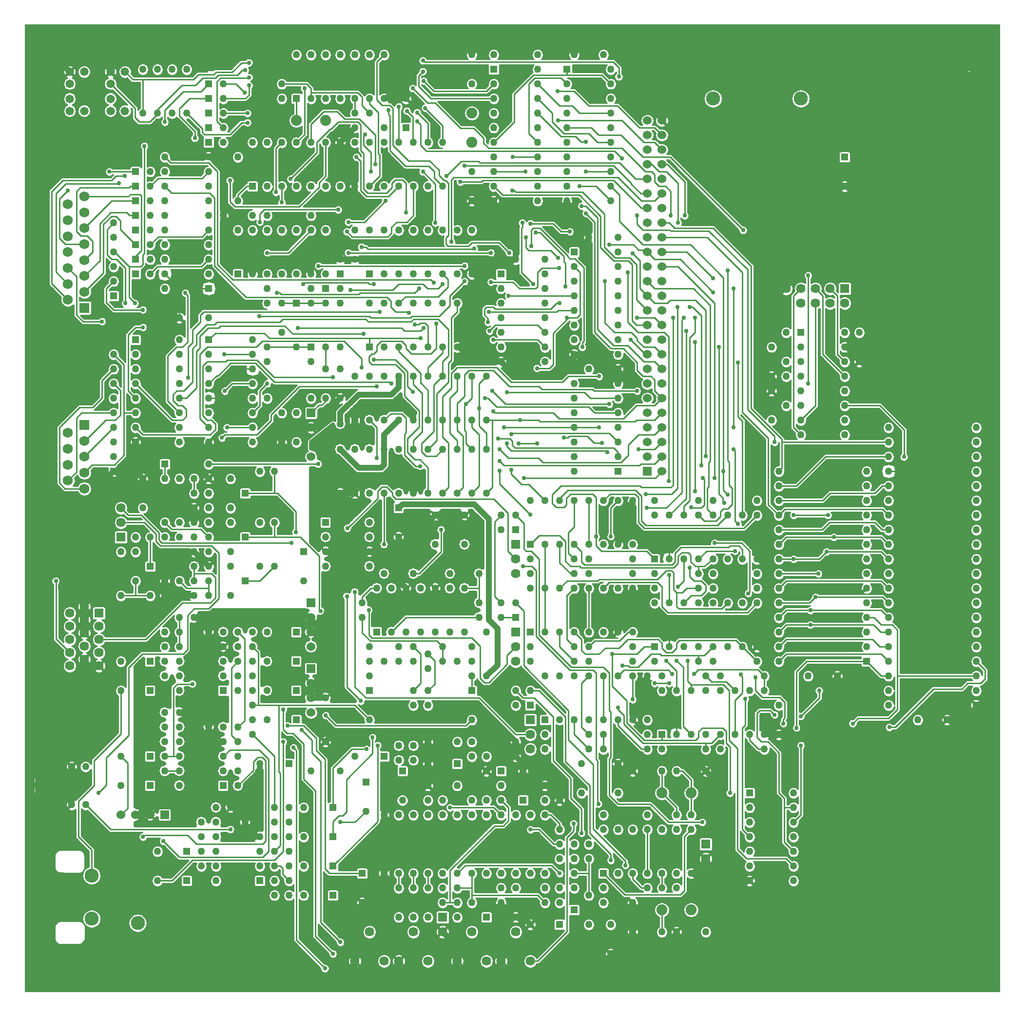
<source format=gbl>
G04*
G04  File:            TOPBOARD-V5.3.1.GBL, Fri Oct 24 03:34:12 2025*
G04  Source:          P-CAD 2006 PCB, Version 19.02.958, (D:\PCAD-2006\Projects\Pentagon-4096\Hardware\TopBoard-v5.3.1.PCB)*
G04  Format:          Gerber Format (RS-274-D), ASCII*
G04*
G04  Format Options:  Absolute Positioning*
G04                   Leading-Zero Suppression*
G04                   Scale Factor 1:1*
G04                   NO Circular Interpolation*
G04                   Inch Units*
G04                   Numeric Format: 4.4 (XXXX.XXXX)*
G04                   G54 NOT Used for Aperture Change*
G04                   Apertures Embedded*
G04*
G04  File Options:    Offset = (0.0mil,0.0mil)*
G04                   Drill Symbol Size = 80.0mil*
G04                   No Pad/Via Holes*
G04*
G04  File Contents:   Pads*
G04                   Vias*
G04                   No Designators*
G04                   No Types*
G04                   No Values*
G04                   No Drill Symbols*
G04                   Bottom*
G04*
%INTOPBOARD-V5.3.1.GBL*%
%ICAS*%
%MOIN*%
G04*
G04  Aperture MACROs for general use --- invoked via D-code assignment *
G04*
G04  General MACRO for flashed round with rotation and/or offset hole *
%AMROTOFFROUND*
1,1,$1,0.0000,0.0000*
1,0,$2,$3,$4*%
G04*
G04  General MACRO for flashed oval (obround) with rotation and/or offset hole *
%AMROTOFFOVAL*
21,1,$1,$2,0.0000,0.0000,$3*
1,1,$4,$5,$6*
1,1,$4,0-$5,0-$6*
1,0,$7,$8,$9*%
G04*
G04  General MACRO for flashed oval (obround) with rotation and no hole *
%AMROTOVALNOHOLE*
21,1,$1,$2,0.0000,0.0000,$3*
1,1,$4,$5,$6*
1,1,$4,0-$5,0-$6*%
G04*
G04  General MACRO for flashed rectangle with rotation and/or offset hole *
%AMROTOFFRECT*
21,1,$1,$2,0.0000,0.0000,$3*
1,0,$4,$5,$6*%
G04*
G04  General MACRO for flashed rectangle with rotation and no hole *
%AMROTRECTNOHOLE*
21,1,$1,$2,0.0000,0.0000,$3*%
G04*
G04  General MACRO for flashed rounded-rectangle *
%AMROUNDRECT*
21,1,$1,$2-$4,0.0000,0.0000,$3*
21,1,$1-$4,$2,0.0000,0.0000,$3*
1,1,$4,$5,$6*
1,1,$4,$7,$8*
1,1,$4,0-$5,0-$6*
1,1,$4,0-$7,0-$8*
1,0,$9,$10,$11*%
G04*
G04  General MACRO for flashed rounded-rectangle with rotation and no hole *
%AMROUNDRECTNOHOLE*
21,1,$1,$2-$4,0.0000,0.0000,$3*
21,1,$1-$4,$2,0.0000,0.0000,$3*
1,1,$4,$5,$6*
1,1,$4,$7,$8*
1,1,$4,0-$5,0-$6*
1,1,$4,0-$7,0-$8*%
G04*
G04  General MACRO for flashed regular polygon *
%AMREGPOLY*
5,1,$1,0.0000,0.0000,$2,$3+$4*
1,0,$5,$6,$7*%
G04*
G04  General MACRO for flashed regular polygon with no hole *
%AMREGPOLYNOHOLE*
5,1,$1,0.0000,0.0000,$2,$3+$4*%
G04*
G04  General MACRO for target *
%AMTARGET*
6,0,0,$1,$2,$3,4,$4,$5,$6*%
G04*
G04  General MACRO for mounting hole *
%AMMTHOLE*
1,1,$1,0,0*
1,0,$2,0,0*
$1=$1-$2*
$1=$1/2*
21,1,$2+$1,$3,0,0,$4*
21,1,$3,$2+$1,0,0,$4*%
G04*
G04*
G04  D10 : "Ellipse X10.0mil Y10.0mil H0.0mil 0.0deg (0.0mil,0.0mil) Draw"*
G04  Disc: OuterDia=0.0100*
%ADD10C, 0.0100*%
G04  D11 : "Ellipse X15.0mil Y15.0mil H0.0mil 0.0deg (0.0mil,0.0mil) Draw"*
G04  Disc: OuterDia=0.0150*
%ADD11C, 0.0150*%
G04  D12 : "Ellipse X16.0mil Y16.0mil H0.0mil 0.0deg (0.0mil,0.0mil) Draw"*
G04  Disc: OuterDia=0.0160*
%ADD12C, 0.0160*%
G04  D13 : "Ellipse X20.0mil Y20.0mil H0.0mil 0.0deg (0.0mil,0.0mil) Draw"*
G04  Disc: OuterDia=0.0200*
%ADD13C, 0.0200*%
G04  D14 : "Ellipse X25.0mil Y25.0mil H0.0mil 0.0deg (0.0mil,0.0mil) Draw"*
G04  Disc: OuterDia=0.0250*
%ADD14C, 0.0250*%
G04  D15 : "Ellipse X30.0mil Y30.0mil H0.0mil 0.0deg (0.0mil,0.0mil) Draw"*
G04  Disc: OuterDia=0.0300*
%ADD15C, 0.0300*%
G04  D16 : "Ellipse X40.0mil Y40.0mil H0.0mil 0.0deg (0.0mil,0.0mil) Draw"*
G04  Disc: OuterDia=0.0400*
%ADD16C, 0.0400*%
G04  D17 : "Ellipse X5.0mil Y5.0mil H0.0mil 0.0deg (0.0mil,0.0mil) Draw"*
G04  Disc: OuterDia=0.0050*
%ADD17C, 0.0050*%
G04  D18 : "Ellipse X6.0mil Y6.0mil H0.0mil 0.0deg (0.0mil,0.0mil) Draw"*
G04  Disc: OuterDia=0.0060*
%ADD18C, 0.0060*%
G04  D19 : "Ellipse X8.0mil Y8.0mil H0.0mil 0.0deg (0.0mil,0.0mil) Draw"*
G04  Disc: OuterDia=0.0080*
%ADD19C, 0.0080*%
G04  D20 : "Ellipse X9.8mil Y9.8mil H0.0mil 0.0deg (0.0mil,0.0mil) Draw"*
G04  Disc: OuterDia=0.0098*
%ADD20C, 0.0098*%
G04  D21 : "Ellipse X9.8mil Y9.8mil H0.0mil 0.0deg (0.0mil,0.0mil) Draw"*
G04  Disc: OuterDia=0.0098*
%ADD21C, 0.0098*%
G04  D22 : "Ellipse X111.0mil Y111.0mil H0.0mil 0.0deg (0.0mil,0.0mil) Flash"*
G04  Disc: OuterDia=0.1110*
%ADD22C, 0.1110*%
G04  D23 : "Ellipse X128.0mil Y128.0mil H0.0mil 0.0deg (0.0mil,0.0mil) Flash"*
G04  Disc: OuterDia=0.1280*
%ADD23C, 0.1280*%
G04  D24 : "Ellipse X143.0mil Y143.0mil H0.0mil 0.0deg (0.0mil,0.0mil) Flash"*
G04  Disc: OuterDia=0.1430*
%ADD24C, 0.1430*%
G04  D25 : "Ellipse X200.0mil Y200.0mil H0.0mil 0.0deg (0.0mil,0.0mil) Flash"*
G04  Disc: OuterDia=0.2000*
%ADD25C, 0.2000*%
G04  D26 : "Ellipse X215.0mil Y215.0mil H0.0mil 0.0deg (0.0mil,0.0mil) Flash"*
G04  Disc: OuterDia=0.2150*
%ADD26C, 0.2150*%
G04  D27 : "Ellipse X50.0mil Y50.0mil H0.0mil 0.0deg (0.0mil,0.0mil) Flash"*
G04  Disc: OuterDia=0.0500*
%ADD27C, 0.0500*%
G04  D28 : "Ellipse X58.0mil Y58.0mil H0.0mil 0.0deg (0.0mil,0.0mil) Flash"*
G04  Disc: OuterDia=0.0580*
%ADD28C, 0.0580*%
G04  D29 : "Ellipse X60.0mil Y60.0mil H0.0mil 0.0deg (0.0mil,0.0mil) Flash"*
G04  Disc: OuterDia=0.0600*
%ADD29C, 0.0600*%
G04  D30 : "Ellipse X64.0mil Y64.0mil H0.0mil 0.0deg (0.0mil,0.0mil) Flash"*
G04  Disc: OuterDia=0.0640*
%ADD30C, 0.0640*%
G04  D31 : "Ellipse X65.0mil Y65.0mil H0.0mil 0.0deg (0.0mil,0.0mil) Flash"*
G04  Disc: OuterDia=0.0650*
%ADD31C, 0.0650*%
G04  D32 : "Ellipse X69.0mil Y69.0mil H0.0mil 0.0deg (0.0mil,0.0mil) Flash"*
G04  Disc: OuterDia=0.0690*
%ADD32C, 0.0690*%
G04  D33 : "Ellipse X73.0mil Y73.0mil H0.0mil 0.0deg (0.0mil,0.0mil) Flash"*
G04  Disc: OuterDia=0.0730*
%ADD33C, 0.0730*%
G04  D34 : "Ellipse X75.0mil Y75.0mil H0.0mil 0.0deg (0.0mil,0.0mil) Flash"*
G04  Disc: OuterDia=0.0750*
%ADD34C, 0.0750*%
G04  D35 : "Ellipse X79.0mil Y79.0mil H0.0mil 0.0deg (0.0mil,0.0mil) Flash"*
G04  Disc: OuterDia=0.0790*
%ADD35C, 0.0790*%
G04  D36 : "Ellipse X84.0mil Y84.0mil H0.0mil 0.0deg (0.0mil,0.0mil) Flash"*
G04  Disc: OuterDia=0.0840*
%ADD36C, 0.0840*%
G04  D37 : "Ellipse X90.0mil Y90.0mil H0.0mil 0.0deg (0.0mil,0.0mil) Flash"*
G04  Disc: OuterDia=0.0900*
%ADD37C, 0.0900*%
G04  D38 : "Ellipse X96.0mil Y96.0mil H0.0mil 0.0deg (0.0mil,0.0mil) Flash"*
G04  Disc: OuterDia=0.0960*
%ADD38C, 0.0960*%
G04  D39 : "Rectangle X114.0mil Y114.0mil H0.0mil 0.0deg (0.0mil,0.0mil) Flash"*
G04  Square: Side=0.1140, Rotation=0.0, OffsetX=0.0000, OffsetY=0.0000, HoleDia=0.0000*
%ADD39R, 0.1140 X0.1140*%
G04  D40 : "Rectangle X116.0mil Y116.0mil H0.0mil 0.0deg (0.0mil,0.0mil) Flash"*
G04  Square: Side=0.1160, Rotation=0.0, OffsetX=0.0000, OffsetY=0.0000, HoleDia=0.0000*
%ADD40R, 0.1160 X0.1160*%
G04  D41 : "Rectangle X131.0mil Y131.0mil H0.0mil 0.0deg (0.0mil,0.0mil) Flash"*
G04  Square: Side=0.1310, Rotation=0.0, OffsetX=0.0000, OffsetY=0.0000, HoleDia=0.0000*
%ADD41R, 0.1310 X0.1310*%
G04  D42 : "Rectangle X50.0mil Y50.0mil H0.0mil 0.0deg (0.0mil,0.0mil) Flash"*
G04  Square: Side=0.0500, Rotation=0.0, OffsetX=0.0000, OffsetY=0.0000, HoleDia=0.0000*
%ADD42R, 0.0500 X0.0500*%
G04  D43 : "Rectangle X60.0mil Y60.0mil H0.0mil 0.0deg (0.0mil,0.0mil) Flash"*
G04  Square: Side=0.0600, Rotation=0.0, OffsetX=0.0000, OffsetY=0.0000, HoleDia=0.0000*
%ADD43R, 0.0600 X0.0600*%
G04  D44 : "Rectangle X64.0mil Y64.0mil H0.0mil 0.0deg (0.0mil,0.0mil) Flash"*
G04  Square: Side=0.0640, Rotation=0.0, OffsetX=0.0000, OffsetY=0.0000, HoleDia=0.0000*
%ADD44R, 0.0640 X0.0640*%
G04  D45 : "Rectangle X65.0mil Y65.0mil H0.0mil 0.0deg (0.0mil,0.0mil) Flash"*
G04  Square: Side=0.0650, Rotation=0.0, OffsetX=0.0000, OffsetY=0.0000, HoleDia=0.0000*
%ADD45R, 0.0650 X0.0650*%
G04  D46 : "Rectangle X69.0mil Y69.0mil H0.0mil 0.0deg (0.0mil,0.0mil) Flash"*
G04  Square: Side=0.0690, Rotation=0.0, OffsetX=0.0000, OffsetY=0.0000, HoleDia=0.0000*
%ADD46R, 0.0690 X0.0690*%
G04  D47 : "Rectangle X75.0mil Y75.0mil H0.0mil 0.0deg (0.0mil,0.0mil) Flash"*
G04  Square: Side=0.0750, Rotation=0.0, OffsetX=0.0000, OffsetY=0.0000, HoleDia=0.0000*
%ADD47R, 0.0750 X0.0750*%
G04  D48 : "Rectangle X79.0mil Y79.0mil H0.0mil 0.0deg (0.0mil,0.0mil) Flash"*
G04  Square: Side=0.0790, Rotation=0.0, OffsetX=0.0000, OffsetY=0.0000, HoleDia=0.0000*
%ADD48R, 0.0790 X0.0790*%
G04  D49 : "Rectangle X84.0mil Y84.0mil H0.0mil 0.0deg (0.0mil,0.0mil) Flash"*
G04  Square: Side=0.0840, Rotation=0.0, OffsetX=0.0000, OffsetY=0.0000, HoleDia=0.0000*
%ADD49R, 0.0840 X0.0840*%
G04  D50 : "Rectangle X99.0mil Y99.0mil H0.0mil 0.0deg (0.0mil,0.0mil) Flash"*
G04  Square: Side=0.0990, Rotation=0.0, OffsetX=0.0000, OffsetY=0.0000, HoleDia=0.0000*
%ADD50R, 0.0990 X0.0990*%
G04  D51 : "Ellipse X30.0mil Y30.0mil H0.0mil 0.0deg (0.0mil,0.0mil) Flash"*
G04  Disc: OuterDia=0.0300*
%ADD51C, 0.0300*%
G04  D52 : "Ellipse X45.0mil Y45.0mil H0.0mil 0.0deg (0.0mil,0.0mil) Flash"*
G04  Disc: OuterDia=0.0450*
%ADD52C, 0.0450*%
G04*
%FSLAX44Y44*%
%SFA1B1*%
%OFA0.0000B0.0000*%
G04*
G70*
G90*
G01*
D2*
%LNBottom*%
D16*
X100750Y161375*
X100773Y161351D1*
X100750Y167500D2*
X101750D1*
X100750Y170125D2*
X100787Y170162D1*
X100750Y172500D2*
X100825Y172575D1*
X100750Y182500D2*
X100838Y182412D1*
X100750Y185125D2*
X100800Y185075D1*
X100750Y197375D2*
X100815Y197440D1*
X100927Y212322D2*
X100750Y212500D1*
Y212322*
D2*
D15*
X100927*
X100750D1*
D2*
D16*
Y210500*
X100797Y210547D1*
X100750Y210500D2*
Y212322D1*
X100927Y217677D2*
X100750Y217500D1*
X104000Y155500D2*
Y153750D1*
X103637Y166200D2*
X103637Y166200D1*
X103637Y167500D2*
Y166200D1*
X103637Y168800D2*
X103637D1*
X102537Y170162D2*
X102537Y170162D1*
X104500Y172575D2*
X104425Y172500D1*
X104500Y175625D2*
X104575Y175700D1*
X104500Y175625D2*
Y176150D1*
Y179750D2*
Y178850D1*
Y177950*
Y182412D2*
Y180250D1*
X103944Y185075D2*
X103869Y185000D1*
D2*
D10*
X102800Y188200*
X103180Y187819D1*
X103950Y188933D2*
X103381Y188364D1*
X103180Y187819D2*
X104501D1*
Y190001D2*
Y189999D1*
X104539Y191089D2*
X104501D1*
X104300Y193000D2*
X103950Y192650D1*
Y199700D2*
X104400Y199250D1*
X103379Y201820D2*
X102550Y202649D1*
X103379Y202910D2*
X103950Y202339D1*
X103205Y204544D2*
X104499D1*
X102800Y204950D2*
X103205Y204544D1*
X104250Y205100D2*
X103950Y205400D1*
X104700Y205100D2*
X104250D1*
X103350Y208200D2*
X102800Y207650D1*
X103950Y208150D2*
X104200Y208400D1*
X102550Y208000D2*
X103225Y208675D1*
X103025Y208925D2*
X102250Y208150D1*
D2*
D16*
X102318Y212322*
Y212480D1*
X104519Y210547D2*
X103943D1*
X103500Y216338D2*
X102318Y217519D1*
Y217677*
X106500Y153750D2*
X106574Y153824D1*
D2*
D10*
X107000Y165500*
X107450Y165950D1*
X106000Y167550D2*
X105450Y167000D1*
X107450Y169050D2*
X107000Y169500D1*
D2*
D16*
X105750Y186881*
Y188250D1*
D2*
D10*
X105800Y191298*
Y191300D1*
X107200Y190100D2*
X106550Y189450D1*
X106950Y194550D2*
Y192850D1*
X105700Y194000D2*
X105075Y193375D1*
X106950Y192850D2*
X106600Y192500D1*
X105950*
X106500Y196000D2*
X105700Y195200D1*
X107200Y196300D2*
X106500Y197000D1*
Y200050D2*
X106000Y200550D1*
X106050Y203800D2*
X106350Y203500D1*
X106700*
X107300Y202900*
X106000Y201500D2*
X106500Y202000D1*
X105200Y206334D2*
Y206350D1*
X106300Y206700D2*
X105550Y205950D1*
X107400Y206700D2*
X106300D1*
X107600Y206500D2*
X107400Y206700D1*
X106350Y206450D2*
X105800Y205900D1*
X106650Y206450D2*
X106350D1*
X106950Y206150D2*
X106650Y206450D1*
X106950Y205550D2*
Y206150D1*
X106500Y206000D2*
X106050Y205550D1*
X107650Y207950D2*
X107514Y207814D1*
X107550Y208400D2*
X107650Y208500D1*
X106925Y208675D2*
X106850Y208700D1*
X107250Y209200D2*
X106650D1*
X106375Y208925*
D2*
D16*
X106368Y212250*
X106295Y212322D1*
Y216338D2*
Y217677D1*
X106250Y219250D2*
X106295Y219204D1*
D2*
D10*
X110500Y161000*
X109500D1*
X108600Y164100D2*
X108500Y164000D1*
D2*
D16*
X109000Y165500*
Y166250D1*
D2*
D10*
X110600Y169500*
X110000D1*
X110850Y174450D2*
X110600Y174200D1*
D2*
D16*
X110000Y179750*
X109750Y179500D1*
X110000Y181500D2*
Y180500D1*
D2*
D10*
X110450Y185050*
X110000Y185500D1*
X109600Y184300D2*
Y184800D1*
X109800Y184100D2*
X109600Y184300D1*
X109400Y184700D2*
X108600Y185500D1*
X109400Y184200D2*
Y184700D1*
X109700Y183900D2*
X109400Y184200D1*
D2*
D16*
X108500Y187750*
Y188500D1*
X109000Y187250D2*
X108500Y187750D1*
X110500Y187250D2*
X109000D1*
D2*
D10*
X110550Y193850*
X110900Y193500D1*
X110800Y194500D2*
X110550Y194250D1*
Y193850*
X110800Y197500D2*
X110200Y196900D1*
X108600Y203900D2*
X108500Y203800D1*
Y203150*
X108350Y203000*
X109500D2*
X109000Y202500D1*
X109550Y205050D2*
X109000Y204500D1*
X110450Y208050D2*
X110000Y208500D1*
X108300Y207950D2*
X108400Y207850D1*
X109550Y209050D2*
X109000Y208500D1*
X110400Y210100D2*
X110000Y210500D1*
X108950Y212900D2*
X108250D1*
X109500Y213750D2*
Y213500D1*
X108500Y215800D2*
Y213500D1*
X109500D2*
Y213450D1*
X112150Y163500D2*
X111550Y164100D1*
D2*
D16*
X112750Y166750*
X113000D1*
X112250Y166250D2*
X112750Y166750D1*
X113000Y171500D2*
Y172500D1*
D2*
D10*
X111250Y176500*
X111550Y176800D1*
D2*
D16*
X113000Y179000*
X112000D1*
X113000Y178000D2*
Y179000D1*
D2*
D10*
X112000Y179600*
X113000D1*
X111550Y179150D2*
X112000Y179600D1*
X113000Y181000D2*
X111500D1*
X113000Y180500D2*
Y181000D1*
Y181500*
X112000Y182000D2*
Y182500D1*
Y182000D2*
Y181500D1*
X113450Y181750D2*
X113200Y182000D1*
X112000*
X113450Y180350D2*
Y181750D1*
X113000Y184500D2*
X112450Y185050D1*
X113700Y183400D2*
X113200Y183900D1*
D2*
D16*
X112000Y186500*
X111250D1*
D2*
D10*
X112000Y187500*
Y188500D1*
D2*
D16*
X112250Y190250*
X113000D1*
Y191000D2*
Y190250D1*
X112250D2*
Y189250D1*
D2*
D10*
X113450Y191850*
X113100Y191500D1*
X113700Y191700D2*
X113000Y191000D1*
X111450Y194000D2*
X112150Y194700D1*
X113700Y194000D2*
X113000D1*
X112600Y192800D2*
X112899Y192500D1*
X113199*
X113450Y192250D2*
X113199Y192500D1*
X111450Y192750D2*
X111200Y192500D1*
Y193500D2*
X111450Y193250D1*
Y192750*
X113650Y195550D2*
X113550D1*
X112900Y197500D2*
X112400Y197000D1*
X112150Y197200D2*
X112400Y197450D1*
X112150Y197650D2*
X111900Y197400D1*
Y195100*
X111550Y197850D2*
X111200Y197500D1*
X112900Y196500D2*
X112600Y196200D1*
X111600Y195400D2*
Y197525D1*
X111887Y197812*
X113550Y199200D2*
X113400Y199050D1*
X113650Y198800D2*
X113800Y198950D1*
X113400Y199050D2*
X112850D1*
X112950Y198800D2*
X113650D1*
X112650Y199900D2*
X112425Y199675D1*
Y199200*
X112400Y198250D2*
X112950Y198800D1*
X112850Y199050D2*
X112150Y198350D1*
X112425Y199200D2*
X111887Y198662D1*
X111400Y201200D2*
X111550Y201050D1*
X113000Y203500D2*
X112500Y203000D1*
X113000Y205500D2*
X112550Y205050D1*
X113400Y207700D2*
X113050Y208050D1*
X113000Y209500D2*
X112550Y209050D1*
D2*
D16*
X111500Y211000*
Y211750D1*
X112000Y210500D2*
X111500Y211000D1*
X113000Y210500D2*
X112000D1*
D2*
D10*
X112550Y212200*
X112700Y212050D1*
X112550Y212450D2*
Y212200D1*
X112050Y212250D2*
Y211800D1*
X113800Y215900D2*
X113550Y215650D1*
X113000Y214500D2*
X111700D1*
X112475Y214975D2*
X113000Y215500D1*
X111275Y214975D2*
X112475D1*
X113450Y215900D2*
X112600D1*
X112100Y215400*
X111150*
X113350Y216150D2*
X113500Y216300D1*
X112300Y216150D2*
X113350D1*
D2*
D16*
X115500Y164000*
X116500D1*
D2*
D10*
X116900Y163700*
X116700Y163500D1*
D2*
D16*
X114500Y166000*
X115500D1*
X114500Y166500D2*
X114250Y166750D1*
X114500Y166000D2*
Y166500D1*
X115500Y166000D2*
X116500D1*
D2*
D10*
X116650Y169450*
X116900Y169200D1*
X116350Y169450D2*
X116650D1*
X116050Y169150D2*
X116350Y169450D1*
X116050Y168550D2*
Y169150D1*
X116450Y169950D2*
X114450D1*
X116400Y173000D2*
X116000D1*
X115450Y171950D2*
X115000Y171500D1*
X114550Y175550D2*
X115000Y176000D1*
Y178000D2*
X115450Y177550D1*
X116500Y181500D2*
X115500D1*
X116300Y191500D2*
X114100D1*
X116500Y193500D2*
X116000Y193000D1*
X116500Y194500D2*
Y193500D1*
X116200Y196400D2*
X114500D1*
X114650Y196000D2*
X116000D1*
Y197000D2*
X114050D1*
X116650Y197900D2*
X116250Y197500D1*
X114250Y196600D2*
X114150Y196500D1*
X116300Y196600D2*
X114250D1*
D2*
D16*
X116000Y203500*
Y202500D1*
D2*
D10*
X116500Y206600*
Y206050D1*
X116800Y206900D2*
X116500Y206600D1*
X115600Y208500D2*
X116000D1*
X115000Y207900D2*
X115600Y208500D1*
X115000Y207500D2*
Y207900D1*
X114450Y207450D2*
Y208900D1*
X114800Y207100D2*
X114450Y207450D1*
X115250Y212850D2*
X115650D1*
X114450Y212050D2*
X115250Y212850D1*
X115750Y214750D2*
X115500Y214500D1*
X115750Y215400D2*
Y214750D1*
X115450Y214900D2*
X114850Y215500D1*
X114600Y216300D2*
X115250Y216950D1*
X115750*
X115300Y216450D2*
X114950Y216100D1*
X115500Y216450D2*
X115300D1*
X118050Y161450D2*
Y161850D1*
X118500Y161000D2*
X118050Y161450D1*
X117500Y163000D2*
X117900Y163400D1*
X118100Y163000D2*
X117500Y162400D1*
X117900Y168350D2*
X117800Y168450D1*
X118800Y170100D2*
X119000Y169900D1*
X118100Y172700D2*
Y171350D1*
X118400Y171600D2*
X119500D1*
X118100Y171350D2*
X118375Y171075D1*
X118775*
X119250Y184500D2*
X117500D1*
Y185500*
X117700Y187500D2*
X118950Y186250D1*
X117700Y187500D2*
X117500D1*
D2*
D16*
X118000Y191750*
Y191000D1*
Y190250*
D2*
D10*
X117275Y192875*
Y192475D1*
X119200Y194800D2*
X117275Y192875D1*
X118050Y199400D2*
X117850Y199200D1*
X118200Y198950D2*
X118750Y198400D1*
X119000Y200500D2*
X118000D1*
X119450Y201800D2*
X119550Y201900D1*
X117850Y201200D2*
X117950Y201100D1*
X117650Y201200D2*
X117850D1*
X118000Y207400D2*
Y208500D1*
X117600Y211100D2*
X118000Y211500D1*
X119550Y212050D2*
X119000Y211500D1*
X119700Y215500D2*
X118000D1*
X120650Y158150D2*
X122000Y156800D1*
X120950Y161800D2*
X121250Y161500D1*
X122150Y165450D2*
X121900D1*
X121500Y165050*
X122425Y167925D2*
Y165725D1*
X122150Y165450*
X120350Y169900D2*
X120950Y169300D1*
X120350Y170750D2*
Y169900D1*
X120050Y169750D2*
X120650Y169150D1*
X120050Y170600D2*
Y169750D1*
X122800Y170000D2*
X121500Y168700D1*
X121000Y172300D2*
X121700Y171600D1*
D2*
D16*
X122000Y178000*
X121000D1*
D2*
D10*
X120550Y179550*
X120650Y179450D1*
D2*
D16*
X122000Y183500*
X121000D1*
X121750Y187500D2*
X122000D1*
X121250Y188000D2*
X121750Y187500D1*
Y191500D2*
X121250Y191000D1*
X122500Y191500D2*
X121750D1*
X122000Y192250D2*
Y193000D1*
X121000D2*
X122000Y194000D1*
X121000Y192500D2*
Y193000D1*
D2*
D10*
X120750Y193550*
X120550D1*
X121000Y193800D2*
X120750Y193550D1*
X121000Y194000D2*
Y193800D1*
Y197500D2*
Y196000D1*
X122450Y205400D2*
X122800Y205050D1*
X120550Y208750D2*
Y208450D1*
X121000Y209200D2*
X120550Y208750D1*
X121350Y212400D2*
X121850Y212900D1*
X121300Y212400D2*
X121350D1*
X120400Y211500D2*
X121300Y212400D1*
X120400Y210800D2*
Y211500D1*
D2*
D16*
X122000*
Y210750D1*
D2*
D10*
X121800Y213600*
X122300Y213100D1*
X120850Y213600D2*
X121800D1*
D2*
D16*
X124750Y159500*
X123500D1*
X125000Y159750D2*
X124750Y159500D1*
X125000Y161500D2*
Y159750D1*
Y167000D2*
X125500Y167500D1*
X125000Y165500D2*
Y167000D1*
D2*
D10*
X124200Y170800*
Y169700D1*
X123500Y177950D2*
Y179000D1*
X124050Y177400D2*
X123500Y177950D1*
X123950Y177800D2*
X124150Y177600D1*
X123950Y179500D2*
Y177800D1*
X124100Y181000D2*
X123500Y180400D1*
X124500Y181000D2*
X124100D1*
X125550Y187350D2*
X125800Y187100D1*
X125550Y187550D2*
Y187350D1*
X125150Y187950D2*
X125550Y187550D1*
X124850Y187950D2*
X125150D1*
X124550Y187650D2*
X124850Y187950D1*
X124550Y187150D2*
Y187650D1*
D2*
D16*
X125000Y191500*
Y190500D1*
X124800Y189250D2*
X123250D1*
X125000Y189450D2*
X124800Y189250D1*
X125000Y190500D2*
Y189450D1*
X123250Y194250D2*
X125500D1*
D2*
D10*
X125450Y192950*
X125000Y192500D1*
X123450Y196100D2*
Y196700D1*
X124500Y197250D2*
X124300Y197050D1*
X124800Y197900D2*
X124500Y197600D1*
Y197250*
X125750Y196650D2*
X124300D1*
Y197050D2*
X124150D1*
X123950Y196850*
Y196500*
X124150Y196300*
X125800*
X125450Y200650D2*
X125200Y200900D1*
X125450Y200250D2*
Y200650D1*
X125800Y199900D2*
X125450Y200250D1*
X123900Y199250D2*
X123750Y199400D1*
X124100Y199500D2*
X124000Y199600D1*
Y201800D2*
X124300D1*
X123900Y201900D2*
X124000Y201800D1*
X123250Y201100D2*
X123350Y201200D1*
X123750Y204350D2*
X123450D1*
X123900Y204200D2*
X123750Y204350D1*
X125250Y205050D2*
X125500Y205300D1*
Y205700D2*
X125850Y206050D1*
X125500Y205300D2*
Y205700D1*
X123850Y208050D2*
X125150D1*
X123600Y208300D2*
X123850Y208050D1*
X124700Y209200D2*
X124000Y208500D1*
X123800Y207800D2*
X125300D1*
X123400Y208200D2*
X123800Y207800D1*
X125150Y208050D2*
X125525Y208425D1*
Y208725*
X125750Y208950*
X123400Y210950D2*
X123600Y210750D1*
X123400Y212700D2*
Y210950D1*
X123200Y212900D2*
X123400Y212700D1*
X123600Y211950D2*
X123700Y212050D1*
X123600Y211300D2*
Y211950D1*
X124100Y210800D2*
X123600Y211300D1*
X124600Y210750D2*
X124700Y210650D1*
X123100Y210500D2*
X123400Y210200D1*
X125300Y213400D2*
X125400Y213300D1*
X125300Y213700D2*
Y213400D1*
X125400Y214050D2*
X124850D1*
X125600Y213850D2*
X125400Y214050D1*
X123500Y214000D2*
X124000Y213500D1*
X123200Y214900D2*
X123500Y214600D1*
Y214000*
X124000Y214500D2*
Y214150D1*
X124600Y213550*
X124850Y214050D2*
X124500Y214400D1*
Y217000D2*
X125000Y217500D1*
X127000Y161500D2*
Y160500D1*
X128000Y161500D2*
Y160500D1*
D2*
D16*
Y169000*
Y170500D1*
D2*
D10*
X128450Y176050*
Y174450D1*
X128000Y176500D2*
X128450Y176050D1*
X127500Y176500D2*
Y174500D1*
D2*
D16*
X128500Y180500*
Y181000D1*
X128250Y180250D2*
X128500Y180500D1*
X126750Y180250D2*
X128250D1*
X126500Y180500D2*
X126750Y180250D1*
X126500Y181000D2*
Y180500D1*
D2*
D10*
X127000Y182000*
X127400D1*
D2*
D16*
X127750Y185250*
Y183500D1*
D2*
D10*
X128900*
Y185000D1*
D2*
D16*
X127000Y188000*
Y187500D1*
X126500Y188500D2*
X127000Y188000D1*
D2*
D10*
X127850Y190050*
X128550D1*
X127550Y190350D2*
X127850Y190050D1*
X127550Y190900D2*
Y190350D1*
X128400Y191750D2*
X127550Y190900D1*
X127450Y189800D2*
X128000Y189250D1*
X127100Y189800D2*
X127450D1*
X126600Y190300D2*
X127100Y189800D1*
X126600Y191250D2*
Y190300D1*
X127150Y189350D2*
X126400Y190100D1*
X127450Y189350D2*
X127150D1*
X128000Y190500D2*
X128600Y191100D1*
X127000D2*
X127600Y191700D1*
X127000Y190500D2*
Y191100D1*
X126400Y191550D2*
X126500Y191650D1*
X126400Y190100D2*
Y191550D1*
D2*
D16*
X127000Y193000*
Y192500D1*
X126500Y193500D2*
X127000Y193000D1*
D2*
D10*
X126950Y194450*
X126600Y194800D1*
X127400Y193150D2*
Y192050D1*
X126400Y194150D2*
X127400Y193150D1*
X128000Y194550D2*
Y192500D1*
X126500Y192650D2*
X126200Y192950D1*
X128000Y195500D2*
Y196100D1*
X126500Y197600D2*
X126200Y197900D1*
X126850Y197050D2*
X126500Y197400D1*
Y197600*
X128200Y197050D2*
X126850D1*
X128550Y197400D2*
X128200Y197050D1*
X126650Y199900D2*
X126700Y199850D1*
X126200Y198800D2*
X126400Y198600D1*
X127800Y199150D2*
X128000Y198950D1*
X127000Y199400D2*
X126850Y199250D1*
X128700Y199400D2*
X127000D1*
X126900Y199600D2*
X126800Y199500D1*
X126400Y198600D2*
X127500D1*
X127700Y198800*
X127100Y199050D2*
X127350D1*
X127450Y199150*
X127800*
X128750Y199600D2*
X126900D1*
X127100Y201200D2*
X127400Y201500D1*
X127950D2*
X128700D1*
X127650Y201800D2*
X127950Y201500D1*
X128200Y202100D2*
X128400Y201900D1*
X126550Y206050D2*
X127000Y206500D1*
X126250Y208950D2*
X126500Y208700D1*
X126475Y209875D2*
X128075D1*
X128425Y209525D2*
Y209075D1*
X128075Y209875D2*
X128425Y209525D1*
X128750Y209250D2*
Y209600D1*
X128500Y208650D2*
X127650Y209500D1*
X128000Y212800D2*
Y211500D1*
X126950Y211550D2*
X127000Y211500D1*
X127500Y211300D2*
Y212700D1*
X127900Y210900D2*
X127500Y211300D1*
X128100Y210250D2*
X126650D1*
X126950Y213250D2*
X126550Y213650D1*
X128400Y215000D2*
X127700Y215700D1*
X127350Y215350D2*
X128200Y214500D1*
X126950Y215200D2*
X127950Y214200D1*
X128500*
X127650Y216350D2*
X127350Y216050D1*
X127750Y217000D2*
X127650Y217100D1*
D2*
D16*
X130000Y155500*
Y153750D1*
D2*
D10*
X131000Y160500*
Y161500D1*
Y160500D2*
X130000D1*
X129500Y159500D2*
X130000D1*
X129500D2*
Y161700D1*
X131000Y160500D2*
Y160000D1*
Y159500*
X130600Y171600D2*
X131000Y172000D1*
X131550Y174850D2*
X131850Y174550D1*
X131000Y177600D2*
X131550Y177050D1*
X131500Y182000D2*
Y181000D1*
X130500*
X130400Y187900D2*
X130000Y187500D1*
X131500Y188000D2*
X131000Y187500D1*
Y190500D2*
X130600Y190900D1*
X130000Y191100D2*
Y190500D1*
X129500Y191600D2*
X130000Y191100D1*
Y191800D2*
X130400Y191400D1*
X130600Y191700D2*
X130500Y191800D1*
X130600Y190900D2*
Y191700D1*
Y193600D2*
X131000Y194000D1*
X130000Y194500D2*
X129500Y194000D1*
X130000Y193650D2*
Y192500D1*
X130500Y194150D2*
X130000Y193650D1*
X130500Y193500D2*
X130600Y193600D1*
X131500Y192100D2*
Y193300D1*
X129600Y195700D2*
X130000Y196100D1*
D2*
D16*
X131500Y197500*
X130000D1*
X131500Y197000D2*
Y197500D1*
D2*
D10*
X129400Y196400*
X129600Y196600D1*
X129400Y195100D2*
Y196400D1*
X130800Y195900D2*
X130500Y195600D1*
X131850Y200100D2*
Y199700D1*
X130000Y199900D2*
Y200500D1*
X129600Y199500D2*
X130000Y199900D1*
D2*
D16*
X131000Y202500*
Y203500D1*
Y202500D2*
X131500D1*
D2*
D10*
X129350Y202150*
Y201600D1*
X131000Y204650D2*
X130750Y204400D1*
X131150Y204250D2*
X131100Y204200D1*
X129225Y204975D2*
X129400Y205150D1*
X129225Y204550D2*
Y204975D1*
X129375Y204400D2*
X129225Y204550D1*
X130750Y204400D2*
X129375D1*
X129600Y208950D2*
X129750Y209100D1*
X129200Y208900D2*
X129100D1*
X129400Y208700D2*
X129200Y208900D1*
X131650Y208800D2*
X131750Y208900D1*
X130200Y208800D2*
X131650D1*
X131450Y210200D2*
X131550Y210100D1*
X130250Y210200D2*
X131450D1*
X131125Y212475D2*
X131800Y211800D1*
Y211450*
X130225Y212475D2*
X131125D1*
D2*
D16*
X133000Y155500*
Y153750D1*
X134000Y158500D2*
X133000D1*
X134000D2*
X134500D1*
D2*
D10*
X132550Y164750*
X133150D1*
X133500Y165100D2*
Y166000D1*
X133000Y166500*
X132500Y166000D2*
X133000Y165500D1*
D2*
D16*
X134000Y170500*
Y169500D1*
X133000*
X134500Y169000D2*
X134000Y169500D1*
X134500Y168500D2*
Y169000D1*
D2*
D10*
X133400Y175800*
Y176400D1*
X132150Y174550D2*
X133400Y175800D1*
X134000Y179000D2*
X133000D1*
X134550Y185450D2*
Y183700D1*
X134700Y183550*
X132500Y187100D2*
X133450Y186150D1*
X134400Y188100D2*
X133700Y188800D1*
X134900Y188100D2*
X134400D1*
X133500Y189900D2*
X132900Y190500D1*
X133200Y189400D2*
X132900Y189700D1*
X133700Y190400D2*
X133400Y190700D1*
Y190900*
X133950Y190600D2*
X133775Y190775D1*
X133600Y191250D2*
X133775Y191075D1*
X132800Y191250D2*
X133600D1*
X133775Y191075D2*
Y190775D1*
X133750Y191600D2*
X133700Y191550D1*
X134300Y192500D2*
X132400D1*
X132550Y193000D2*
X132450Y193100D1*
X132700Y193400D2*
X132100Y194000D1*
X133300Y193600D2*
X132400Y194500D1*
X132700Y196100D2*
X133700Y195100D1*
D2*
D16*
X133000Y196500*
X134000Y195500D1*
D2*
D10*
X132100Y199450*
Y199200D1*
X132600Y200100D2*
X132450Y200250D1*
X132600Y199000D2*
X132200Y198600D1*
X133800Y201950D2*
X132300D1*
X134250Y201500D2*
X133800Y201950D1*
X134700Y204300D2*
Y205000D1*
X134900Y204100D2*
X134700Y204300D1*
D2*
D16*
X132500Y206500*
X134000D1*
D2*
D10*
X134450Y205700*
Y206000D1*
X134400Y205650D2*
X134450Y205700D1*
X132500Y208500D2*
X133100Y207900D1*
X133900Y208200D2*
X134000Y208100D1*
X133750Y208200D2*
X133900D1*
X134650Y209500D2*
X132500D1*
X133900Y212900D2*
X132500Y211500D1*
X135500Y160000D2*
X136000Y159500D1*
X137000Y164900D2*
Y164500D1*
X136600Y163500D2*
X137000D1*
X135600Y164500D2*
X136600Y163500D1*
D2*
D16*
X137000Y167250*
Y166500D1*
X136750Y167500D2*
X137000Y167250D1*
X136000Y167500D2*
X136750D1*
D2*
D10*
X136000Y165500*
X136400D1*
X135250Y173500D2*
X136550Y172200D1*
X137000Y182750D2*
X137750Y182000D1*
X137400Y182850D2*
X137750Y182500D1*
X135400Y182200D2*
X135100Y182500D1*
X137500Y180450D2*
X137475Y180475D1*
X137525Y181525D2*
X137000Y181000D1*
X135600Y184600D2*
X137000D1*
X137400Y184200*
X137600Y184800D2*
Y183400D1*
X137550Y187700D2*
X137000Y187150D1*
Y187000*
X137475Y187175D2*
X137750Y187450D1*
X137475Y186725D2*
Y187175D1*
X137300Y186550D2*
X137475Y186725D1*
X136750Y186550D2*
X137300D1*
X137100Y188000D2*
X136500Y187400D1*
Y186800*
X136750Y186550*
X135850Y189600D2*
X135550Y189900D1*
X137300Y191300D2*
X137550D1*
X137650Y191400*
X135650Y192400D2*
X135550Y192500D1*
X135800Y194600D2*
X135600Y194800D1*
X136950Y192600D2*
X136550Y193000D1*
X137200Y195100D2*
X137600Y195500D1*
X136550Y196300D2*
X136300Y196050D1*
X135450*
X136800Y200500D2*
X137000D1*
X136800D2*
X136400Y200100D1*
X137600Y199500D2*
X136550Y198450D1*
X137600Y199500D2*
X137500D1*
X136900Y200000D2*
X136800Y199900D1*
X136000Y198500D2*
X135500Y199000D1*
X137300Y203350D2*
X137400Y203250D1*
X137300Y203700D2*
Y203350D1*
X137550Y203700D2*
Y203750D1*
X137700Y203550D2*
X137550Y203700D1*
X135500Y201650D2*
X135350Y201500D1*
X135500Y202600D2*
Y201650D1*
X135800Y202900D2*
X135500Y202600D1*
X136950Y202900D2*
X135800D1*
X137400Y203250D2*
Y201650D1*
X135350Y205350D2*
X135650D1*
X135050Y205500D2*
Y204400D1*
X135200Y205650D2*
X135050Y205500D1*
X135650Y205650D2*
X135200D1*
X137100Y205400D2*
X137700D1*
X136550Y205950D2*
X137100Y205400D1*
X137300Y212100D2*
X136500Y212900D1*
X137100Y215900D2*
X135300D1*
X137500Y215500D2*
X137100Y215900D1*
X136500Y213500D2*
X135500Y214500D1*
X137850Y214000D2*
X137000D1*
X135500Y215500*
X137500Y216100D2*
Y216500D1*
Y216100D2*
X135200D1*
X139000Y161500D2*
Y160000D1*
X139050Y164250D2*
X140500Y162800D1*
Y162400*
X139650Y166250D2*
X139600Y166300D1*
Y169200D2*
X139500Y169300D1*
X140500Y169450D2*
X140400Y169350D1*
Y172650D2*
X140500Y172550D1*
X140000Y175600D2*
X140400Y175200D1*
X140600Y176500D2*
Y174300D1*
X139000Y175000D2*
X138500Y174500D1*
X139500Y175200D2*
X139300Y175400D1*
X138500Y176750D2*
X138750Y176500D1*
X139700*
X140125Y176925*
X140000Y181000D2*
X140400Y181400D1*
X138350Y182500D2*
X138450Y182400D1*
X138500Y182800D2*
X138700Y182600D1*
X139700Y181600D2*
X139625Y181525D1*
X139500Y184550D2*
Y183900D1*
X139850Y183550*
X139250Y187450D2*
X139500Y187200D1*
X140000Y187000D2*
X140450Y187450D1*
X140250Y190300D2*
X140150Y190400D1*
X138900Y191400D2*
X139350Y190950D1*
X139900*
X139400Y193000D2*
X139000Y193400D1*
X139100Y194000D2*
X138700Y194400D1*
X139350Y194500D2*
X139250Y194600D1*
X138550Y197800D2*
X138650Y197900D1*
X138550Y197500D2*
Y197800D1*
D2*
D16*
X139500Y197000*
X139000D1*
X140500Y196000D2*
X139500Y197000D1*
D2*
D10*
X140100Y199150*
X140750Y198500D1*
X138200Y199500D2*
X138400Y199700D1*
X138650Y202950D2*
X138050Y203550D1*
X139800Y206450D2*
Y204300D1*
X140050Y206600D2*
Y204350D1*
X139400Y206050D2*
X138800Y206650D1*
D2*
D16*
X139000Y205750*
X138250Y206500D1*
X139000Y205000D2*
Y205750D1*
D2*
D10*
X138800Y207150*
X138500D1*
X138800Y209500D2*
X140500D1*
X139500Y208500D2*
X140500Y207500D1*
X138350Y208500D2*
X139500D1*
X138450Y211550D2*
X138800D1*
X138450D2*
X138100Y211900D1*
X140500Y211500D2*
X139600D1*
X139000Y212100*
X139650Y212000D2*
X139150Y212500D1*
X140500Y213500D2*
X138350D1*
X142600Y160500D2*
X142000Y161100D1*
X143000Y160500D2*
X142600D1*
X142000Y161100D2*
Y161500D1*
X141500Y162350D2*
Y162050D1*
D2*
D16*
X142000Y169000*
Y168500D1*
X142250Y169250D2*
X142000Y169000D1*
D2*
D10*
X143000Y170000*
X142600D1*
D2*
D16*
X142000Y172500*
Y172000D1*
X142250Y172750D2*
X142000Y172500D1*
X143000Y172750D2*
X142250D1*
D2*
D10*
X141600Y173300*
Y171800D1*
X141400Y172300D2*
Y171700D1*
X141700Y175700D2*
X141800Y175600D1*
X141300Y175700D2*
X141700D1*
X142350Y175600D2*
X143250Y176500D1*
X141800Y175600D2*
X142350D1*
X143250Y176500D2*
X143850D1*
D2*
D16*
X142000Y178750*
X141250D1*
D2*
D10*
X141650Y177500*
X143750D1*
X141700Y178000D2*
X142000D1*
X141100Y177400D2*
X141700Y178000D1*
D2*
D16*
X141250Y184750*
X142000D1*
D2*
D10*
X142400Y185500*
X142800Y185100D1*
X142900Y185300D2*
X142600Y185600D1*
Y187300D2*
X142200Y187700D1*
X142600Y187900D2*
X142500Y188000D1*
X142150Y187450D2*
X142400Y187200D1*
X142550Y189500D2*
X142450Y189400D1*
X143500Y189500D2*
X142550D1*
X143500Y191500D2*
X142400D1*
X141700Y190800*
Y190100*
X141200Y189600*
X143500Y190500D2*
X142400D1*
X142250Y192500D2*
X142150Y192400D1*
X143500Y192500D2*
X142250D1*
Y193500D2*
X141350Y192600D1*
X143500Y193500D2*
X142250D1*
X143500Y195250D2*
X143250Y195500D1*
X142750Y196500D2*
X141650Y197600D1*
X143500Y196500D2*
X142750D1*
X142700Y195500D2*
X142300Y195900D1*
X143250Y195500D2*
X142700D1*
X142300Y195900D2*
Y196450D1*
X141350Y197400*
X142850Y197000D2*
X143000D1*
X142750Y197500D2*
X143500D1*
X142250Y199000D2*
X143000D1*
X141950Y199300D2*
X142250Y199000D1*
Y200750D2*
X143000Y200000D1*
X142300Y199500D2*
X143500D1*
X141900Y198500D2*
X142300Y198100D1*
X141650Y199200D2*
X142350Y198500D1*
X141700Y203400D2*
X141950Y203150D1*
X141800Y203600D2*
X142250Y203150D1*
X143000Y202000D2*
X143500Y201500D1*
X142500D2*
Y203400D1*
X142000Y203900*
X142300Y206500D2*
Y205900D1*
X142700Y205500*
X141100Y206100D2*
X142700Y204500D1*
X142850Y204150D2*
X142400D1*
X142050Y204500*
X142550Y208000D2*
X143000D1*
X141900Y208650D2*
X142550Y208000D1*
X141900Y208700D2*
Y208650D1*
X142600Y207500D2*
X143500D1*
X143300Y209500D2*
X143500Y209300D1*
Y208800*
X143800Y208500*
X142850Y209500D2*
X143300D1*
X142200Y209000D2*
X143000D1*
X142750Y211500D2*
X143500D1*
X142700Y210500D2*
X141200Y212000D1*
X142450Y212500D2*
X143500D1*
X145250Y160050D2*
X145525Y160325D1*
Y164025D2*
X146000Y164500D1*
Y165500D2*
Y167000D1*
X145000Y165500D2*
Y166000D1*
X146000Y167000D2*
Y167900D1*
X146500Y170800D2*
X146300Y170600D1*
X145400Y168500D2*
X145000D1*
D2*
D16*
Y172250*
X144500Y172750D1*
D2*
D10*
X146750Y171450*
X146500Y171200D1*
Y176400D2*
Y176000D1*
Y176400D2*
X146900D1*
X144300Y176600D2*
X144700D1*
X146500Y175450D2*
X146200Y175150D1*
X144700D2*
X144450Y175400D1*
X144700Y176600D2*
X145000Y176900D1*
X145750Y174650D2*
X146000Y174400D1*
X145750Y176050D2*
Y174650D1*
X145450Y175600D2*
X145000Y176050D1*
Y175350D2*
X144300Y176050D1*
X144550Y178750D2*
X144500Y178700D1*
X145000Y177250D2*
X145200Y177450D1*
X145000Y179750D2*
X145150Y179600D1*
X145500Y181500D2*
X145100Y181100D1*
X144800Y182400D2*
X145100Y182700D1*
X144700Y182600D2*
X144900Y182800D1*
X144650Y182200D2*
X144300D1*
X144800Y182050D2*
X144650Y182200D1*
X145900Y181800D2*
Y182400D1*
X146200Y181500D2*
X145900Y181800D1*
X145000Y180700D2*
X144800Y180900D1*
Y182050*
X146500Y182000D2*
Y182500D1*
X146900*
X146300D2*
X146500D1*
X145975Y182825D2*
X146300Y182500D1*
X146500Y181000D2*
X145700D1*
X145400Y180700*
X145000*
X146000Y180500D2*
X146700D1*
Y181500D2*
X146200D1*
D2*
D16*
X144550Y184750*
X144500D1*
D2*
D10*
Y184700D1*
X144550Y184750D2*
X144500Y184700D1*
X145100Y183200D2*
X145350Y183450D1*
X144900Y183400D2*
X145300Y183800D1*
X145350Y183450D2*
X145800D1*
X145975Y183275*
X145900Y187000D2*
X145500Y186600D1*
X145050Y187850D2*
X144650Y187450D1*
X144750Y188050D2*
X144600Y187900D1*
X145350Y187550D2*
X144300Y186500D1*
X146900Y186700D2*
X146700Y186500D1*
X146050*
X146000Y186550*
X146900Y188450D2*
X146800Y188550D1*
X146900Y188450D2*
Y186700D1*
X144150Y198500D2*
X144450Y198200D1*
X146250Y198500D2*
X145900Y198150D1*
X146250Y199500D2*
Y198500D1*
X145500Y199500D2*
X145350Y199350D1*
X146100Y200250D2*
X145900D1*
X146700Y199650D2*
X146100Y200250D1*
X144550Y200700D2*
X146300D1*
X144350Y200500D2*
X144550Y200700D1*
X144850Y205650D2*
X144500Y206000D1*
X144550Y205500D2*
X144600Y205450D1*
X144250Y208500D2*
X144600Y208150D1*
X144300Y209500D2*
X145100Y208700D1*
D2*
D16*
X148000Y161000*
Y161500D1*
D2*
D10*
X149150Y163150*
X149800Y162500D1*
X148600Y170600D2*
X149150Y170050D1*
X148650Y170150D2*
X148400Y170400D1*
Y171200D2*
X148150Y171450D1*
X149500Y173850D2*
X149000Y173350D1*
X149700Y171650D2*
X149500Y171450D1*
X149700Y173450D2*
Y171650D1*
X147400Y174600D2*
X148400D1*
X149400Y175100D2*
Y175050D1*
X149500Y174950*
X149000Y183550D2*
X147050D1*
X147600Y184100D2*
X149450D1*
X148550Y183800D2*
X148650Y183900D1*
X149250D2*
X149500Y183650D1*
X148650Y183900D2*
X149250D1*
X149000Y185600D2*
X149200Y185400D1*
X148000Y185900D2*
X147700Y185600D1*
X147100Y187850D2*
Y186400D1*
X148200Y187700D2*
X148500Y187400D1*
X148600Y188050D2*
X148800Y187850D1*
Y186750*
X148500Y186450*
X148200*
X148000Y186250*
X147900Y187450D2*
X148150Y187200D1*
Y186950*
X148250Y186850*
X147200Y187950D2*
X147100Y187850D1*
X148500Y189750D2*
X148600Y189650D1*
X147300Y189700D2*
X147200Y189600D1*
X148900Y190500D2*
X149000Y190400D1*
X149200Y192750D2*
X149500Y192450D1*
X152000Y167000D2*
X152350Y166650D1*
Y166000*
X150600Y170000D2*
X151000D1*
X150500Y170800D2*
X150800Y170500D1*
X151250*
X152000Y169750*
X152300Y172050D2*
Y171750D1*
X152400Y172150D2*
X152300Y172050D1*
X152400Y173200D2*
Y172150D1*
X152050Y173550D2*
X152400Y173200D1*
X150850Y173550D2*
X152050D1*
X151700Y172350D2*
X151400Y172650D1*
X150700D2*
X150500Y172450D1*
X151400Y172650D2*
X150700D1*
D2*
D16*
X152750Y174250*
X151250Y175750D1*
D2*
D10*
X151000Y175000*
X150550Y175450D1*
X152000Y176000D2*
X152500Y176500D1*
X152000Y178000D2*
X152500Y178500D1*
Y179500D2*
X152000Y179000D1*
Y181000D2*
X152500Y181500D1*
Y184500D2*
X152000Y184000D1*
X152200Y191000D2*
Y191200D1*
X151700Y191400D2*
Y191000D1*
X152200D2*
Y189200D1*
D2*
D16*
X151050Y195500*
X151500D1*
X150625Y195925D2*
X151050Y195500D1*
X152500Y201500D2*
X151250D1*
X152500D2*
Y202500D1*
X151500Y214500D2*
X150500D1*
D2*
D10*
X154750Y173500*
X153500Y172250D1*
X153900Y176000D2*
X153200Y175300D1*
X155450Y185500D2*
X154950Y185000D1*
X155000Y187000D2*
X155500Y187500D1*
X154500Y193500D2*
X153500Y192500D1*
X157400Y172100D2*
X157050Y171750D1*
X158500Y179000D2*
X158000D1*
X158900Y193500D2*
X156500D1*
D2*
D16*
X157000Y197500*
X156500D1*
X157500Y197000D2*
X157000Y197500D1*
X157500Y196500D2*
Y197000D1*
D2*
D10*
X160100Y172700*
X159500Y172100D1*
X159950Y171500D2*
X159550D1*
X160100Y178150D2*
X159750Y178500D1*
X159500Y185000D2*
X159050D1*
Y188000D2*
X159500D1*
X160550Y190000D2*
Y191850D1*
X160950Y196500D2*
X161000Y196450D1*
X164525Y174125D2*
X162575D1*
X164900Y174500D2*
X164525Y174125D1*
D2*
D16*
X165500Y173000*
X166750D1*
X165500D2*
Y172500D1*
D2*
D10*
Y176000*
X166100Y175400D1*
Y174800D2*
X165800Y174500D1*
X166100Y175400D2*
Y174800D1*
D2*
D16*
X166625Y208500*
X166750Y208375D1*
X100750Y164750D2*
X100837Y164837D1*
X100750Y167500D2*
Y164750D1*
Y161375D2*
Y164750D1*
Y172500D2*
Y170125D1*
Y185125D2*
Y182500D1*
Y197375D2*
Y194875D1*
Y215000D2*
Y212500D1*
X103637Y168800D2*
Y167500D1*
X102537Y164837D2*
X102537Y164837D1*
D2*
D10*
X104100Y166450*
Y164000D1*
D2*
D16*
X104500Y180250*
Y179750D1*
Y172575D2*
Y175625D1*
D2*
D10*
X102550Y177550*
X103500Y176600D1*
X102800Y192000D2*
Y188200D1*
X104175Y193375D2*
X102800Y192000D1*
X103950Y192650D2*
Y188933D1*
D2*
D16*
X103782Y194750*
X103944Y194912D1*
D2*
D10*
X102250Y201859*
X103379Y200730D1*
X103950Y202339D2*
Y199700D1*
D2*
D16*
X103907Y194875*
X103944Y194912D1*
X102318Y219068D2*
X102500Y219250D1*
X106574Y153824D2*
Y157237D1*
D2*
D10*
X107450Y165950*
Y169050D1*
X105150Y169200D2*
Y167500D1*
X106000Y169425D2*
Y167550D1*
D2*
D16*
X106750Y179500*
X106000Y180250D1*
D2*
D10*
X107000Y174000*
Y171050D1*
X107525Y175575D2*
Y170950D1*
D2*
D16*
X105750Y188250*
X106500Y189000D1*
D2*
D10*
Y192000*
X105800Y191300D1*
X107500Y186000D2*
X107000Y186500D1*
X107200Y193000D2*
Y190100D1*
X106500Y195000D2*
X106950Y194550D1*
X107500Y198350D2*
Y194500D1*
X105700Y195200D2*
Y194000D1*
X107550Y200900D2*
Y203000D1*
X106550Y204000*
X106500*
X107300Y202900D2*
Y200500D1*
X106000Y200550D2*
Y201500D1*
X105050Y204000D2*
Y204750D1*
X105200Y206350D2*
X106350Y207500D1*
X107279Y216338D2*
X107818Y215800D1*
D2*
D16*
X110000Y180500*
Y179750D1*
D2*
D10*
Y188500*
Y189500D1*
X109000Y184500D2*
Y182500D1*
X109600Y184800D2*
X108400Y186000D1*
X110200Y196900D2*
Y193800D1*
X110000Y212900D2*
Y213700D1*
X109500Y213450D2*
X108950Y212900D1*
D2*
D16*
X113000Y177000*
Y172500D1*
Y171500D2*
Y170500D1*
Y178000D2*
Y177000D1*
D2*
D10*
X111200Y180000*
X113100D1*
X113450Y180350*
X113000Y179600D2*
X113700Y180300D1*
X111550Y176800D2*
Y179150D1*
X112400Y192600D2*
X113000Y192000D1*
D2*
D16*
X112000Y183500*
X113000Y182500D1*
X112000Y186500D2*
Y185500D1*
X112250Y189250D2*
X113000Y188500D1*
D2*
D10*
X113450Y192250*
Y191850D1*
X113000Y198000D2*
X113450Y198450D1*
X113550Y195550D2*
X113000Y195000D1*
X113700Y194000D2*
Y195050D1*
X111900Y195100D2*
X111300Y194500D1*
X112400Y197450D2*
Y198250D1*
X112150Y194700D2*
Y197200D1*
Y198350D2*
Y197650D1*
X111887Y198662D2*
Y197812D1*
X111550Y201050D2*
Y197850D1*
X113600Y209500D2*
X113000Y210100D1*
X111500Y213500D2*
X112550Y212450D1*
X113550Y215650D2*
Y212950D1*
X113650Y216100D2*
X113450Y215900D1*
X111950Y215800D2*
X112300Y216150D1*
D2*
D16*
X115500Y165000*
Y166000D1*
X116500D2*
Y169000D1*
X115500Y165000D2*
Y164000D1*
D2*
D10*
X115000Y167500*
X116050Y168550D1*
X116900Y169200D2*
Y163700D1*
X116400Y176600D2*
X116000Y177000D1*
X116400Y173000D2*
Y176600D1*
X114550Y170950D2*
Y175550D1*
X115000Y170500D2*
X114550Y170950D1*
X115450Y177550D2*
Y171950D1*
X114250Y192000D2*
X116000D1*
X114600Y195000D2*
X114100Y194500D1*
X114600Y195000D2*
X116000D1*
X115700Y215900D2*
X115750Y215950D1*
X117900Y162000D2*
X117500D1*
X118050Y161850D2*
X117900Y162000D1*
Y163400D2*
Y168350D1*
X117100Y163000D2*
Y169300D1*
X118775Y171075D2*
X119500Y170350D1*
D2*
D16*
X118250Y192000*
X118000Y191750D1*
D2*
D10*
X117500Y187500*
Y189000D1*
X118950Y186250D2*
Y184850D1*
X119000Y214500D2*
Y213000D1*
X117600Y208100D2*
Y211100D1*
X119550Y215200D2*
Y212050D1*
X120300Y157200D2*
X121500Y156000D1*
X120950Y169300D2*
Y161800D1*
X120650Y169150D2*
Y158150D1*
X121500Y168700D2*
Y166000D1*
Y165050D2*
Y164000D1*
D2*
D16*
X121000Y174500*
Y178000D1*
X121750Y171250D2*
X121000Y170500D1*
D2*
D10*
X122450Y174250*
Y180450D1*
D2*
D16*
X122000Y187500*
Y183500D1*
X121250Y191000D2*
Y188000D1*
X120500Y192000D2*
X121000Y192500D1*
D2*
D10*
Y211500*
Y209200D1*
D2*
D16*
X125000Y165500*
Y161500D1*
X123500Y158500D2*
Y159500D1*
D2*
D10*
Y180400*
Y180000D1*
X124500Y192000D2*
Y189900D1*
X124000Y192500D2*
X124500Y192000D1*
X125000Y184000D2*
Y187500D1*
X124000Y198100D2*
Y197500D1*
X125500Y195000D2*
X125400Y195100D1*
X125100Y207500D2*
X123650Y206050D1*
X123600Y210750D2*
Y208300D1*
X124100Y209500D2*
Y210800D1*
X124700Y210650D2*
Y209200D1*
X123400Y210200D2*
Y208200D1*
X125600Y211300D2*
Y213850D1*
X124400Y212000D2*
Y210000D1*
X123300Y213100D2*
X124400Y212000D1*
X124600Y213550D2*
Y210750D1*
X124500Y214400D2*
Y217000D1*
X125400Y213300D2*
Y210950D1*
D2*
D16*
X128000Y169000*
Y167500D1*
Y170500D2*
Y171250D1*
D2*
D10*
X128450Y174450*
X128000Y174000D1*
X127000Y177000D2*
X127500Y176500D1*
Y174500D2*
X127000Y174000D1*
D2*
D16*
X128500Y186000*
X127750Y185250D1*
D2*
D10*
X128000Y189250*
Y187500D1*
X127400Y192050D2*
X126600Y191250D1*
X127400Y182000D2*
X128900Y183500D1*
X126500Y191650D2*
Y192650D1*
X126600Y194800D2*
Y195800D1*
X126400Y195700D2*
Y194150D1*
X128000Y198950D2*
Y197500D1*
X128700Y200950D2*
X126450D1*
X128550Y199100D2*
Y197400D1*
X127000Y194950D2*
Y195500D1*
X127600Y194350D2*
X127000Y194950D1*
X127500Y195000D2*
X127550D1*
X128000Y194550*
X127500Y195700D2*
Y195000D1*
X127250Y213550D2*
X128000Y212800D1*
X126950Y213250D2*
Y211550D1*
X127500Y212700D2*
X127250Y212950D1*
X127000Y206500D2*
Y208500D1*
X128500Y206000D2*
Y208650D1*
X126500Y208700D2*
Y206700D1*
X128750Y209600D2*
X128100Y210250D1*
X127350Y216050D2*
Y215350D1*
D2*
D16*
X130000Y155500*
Y156500D1*
D2*
D10*
Y161500*
X130550Y162050D1*
X131550Y177050D2*
Y174850D1*
X131500Y181000D2*
Y180000D1*
X131000Y175000D2*
Y174000D1*
X129400Y190950D2*
Y187900D1*
X130000Y192500D2*
Y191800D1*
X130400Y191400D2*
Y187900D1*
X131000Y192500D2*
Y192000D1*
X131500Y191500*
Y188000*
X131000Y194000D2*
Y195500D1*
D2*
D16*
X131500Y202500*
Y197500D1*
D2*
D10*
X129400Y196900*
Y198700D1*
X130500Y202000D2*
X129500Y201000D1*
Y200350*
X129600Y196600D2*
Y199500D1*
X130500Y195600D2*
Y194150D1*
X129600Y194700D2*
Y195700D1*
X130000Y195500D2*
Y194500D1*
X129250Y209200D2*
X130250Y210200D1*
D2*
D16*
X133000Y158500*
Y159500D1*
X134500Y168500D2*
Y168000D1*
D2*
D10*
X133150Y164750*
X133500Y165100D1*
D2*
D16*
X134000Y170500*
X133250Y171250D1*
D2*
D10*
X133400Y176400*
X134000Y177000D1*
X133000Y180000D2*
X132550Y180450D1*
X134000Y180000D2*
X134550Y179450D1*
Y175700*
D2*
D16*
X132750Y178250*
Y175750D1*
D2*
D10*
X134000Y174000*
X134500Y173500D1*
X132400Y192500D2*
Y187900D1*
X133450Y183550D2*
X134000Y183000D1*
X133450Y186150D2*
Y183550D1*
X134000Y186000D2*
X134550Y185450D1*
X132550Y185550D2*
X133000Y186000D1*
X133700Y188800D2*
Y189100D1*
X132900Y188150D2*
Y189050D1*
X133550Y194800D2*
X132450Y195900D1*
X133550Y203950D2*
X132850Y204650D1*
D2*
D16*
X132500Y207500*
Y206500D1*
D2*
D10*
X134900Y215500*
Y212100D1*
X133900Y214800D2*
Y212900D1*
X136400Y165500D2*
X137000Y164900D1*
X137750Y168000D2*
Y166650D1*
X136550Y169200D2*
X137750Y168000D1*
X136450Y162050D2*
X137000Y161500D1*
Y177000D2*
Y178000D1*
X135600Y177800D2*
X137800Y175600D1*
X135600Y174000D2*
X137400Y172200D1*
X137600Y172650D2*
Y170650D1*
X136000Y181000D2*
Y178000D1*
X137700Y175400D2*
X135400Y177700D1*
X137500Y177500D2*
Y180450D1*
X135050Y183550D2*
X135600Y183000D1*
X137000Y184000D2*
Y182750D1*
X137400Y184200D2*
Y182850D1*
X135650Y205350D2*
X137300Y203700D1*
X136900Y203600D2*
X136400Y204100D1*
X136000Y197500D2*
X135500Y198000D1*
X136550Y198450D2*
Y196300D1*
D2*
D16*
X137500Y206500*
Y207500D1*
D2*
D10*
X137100Y211900*
X135500Y213500D1*
X136500Y212900D2*
Y213500D1*
D2*
D16*
X140500Y156000*
Y153750D1*
D2*
D10*
X139000Y161500*
Y162500D1*
X138500Y165900D2*
Y164250D1*
X139050Y167500D2*
Y164250D1*
X139300Y168950D2*
Y164550D1*
X139600Y166300D2*
Y169200D1*
X140400Y169350D2*
Y166850D1*
X140000Y171000D2*
Y170000D1*
X139000Y181000D2*
Y178000D1*
X140000Y175000D2*
Y172000D1*
X138500Y171500D2*
X139000Y171000D1*
X138500Y174500D2*
Y171500D1*
Y177500D2*
Y176750D1*
X139000Y177000D2*
X139400Y177400D1*
X140400Y175200D2*
Y172650D1*
X139000Y187000D2*
Y184000D1*
X140500Y184550D2*
Y186500D1*
X139500Y187200D2*
Y184550D1*
X138500Y183500D2*
Y182800D1*
X138650Y197900D2*
Y202950D1*
X139800Y204300D2*
X140700Y203400D1*
X140050Y204350D2*
X140800Y203600D1*
D2*
D16*
X139000Y205000*
Y197000D1*
D2*
D10*
X140100Y202000*
Y199150D1*
X138400Y199700D2*
Y202600D1*
X140500Y197400D2*
X139400Y198500D1*
X140700Y197600D2*
X139600Y198700D1*
X138350Y207900D2*
X139800Y206450D1*
X138550Y208100D2*
X140050Y206600D1*
X139600Y206350D2*
X138800Y207150D1*
X140500Y215500D2*
X139900Y216100D1*
X143000Y161500D2*
Y164500D1*
D2*
D16*
Y172750*
Y175000D1*
X142000Y178750D2*
Y181000D1*
D2*
D10*
X141600Y171800*
X142800Y170600D1*
X141400Y171700D2*
X142700Y170400D1*
X142000Y173400D2*
Y175000D1*
X142300Y176500D2*
X142800Y177000D1*
X143500*
X141075Y176925D2*
X141650Y177500D1*
D2*
D16*
X142000Y184750*
Y187000D1*
D2*
D10*
X142950Y183550*
X143500Y183000D1*
X142400Y187200D2*
Y185500D1*
X142600Y185600D2*
Y187300D1*
X141950Y203150D2*
Y199300D1*
X142250Y203150D2*
Y200750D1*
X143000Y201000D2*
X142500Y201500D1*
X143000Y204000D2*
X142850Y204150D1*
X143000Y204000D2*
X143500Y203500D1*
X143000Y201000D2*
X143500Y200500D1*
Y194500D2*
Y195250D1*
X142850Y197000D2*
X141850Y198000D1*
X142300Y197950D2*
X142750Y197500D1*
X142300Y198100D2*
Y197950D1*
X141650Y202600D2*
Y199200D1*
X141100Y210100D2*
X142200Y209000D1*
X141050Y216000D2*
Y216600D1*
X142600Y207000D2*
X143000D1*
X141100Y207900D2*
Y206100D1*
X141250Y213000D2*
X142750Y211500D1*
X143000Y210000D2*
X143300D1*
X143800Y209500*
X141250Y211100D2*
X142850Y209500D1*
X144450Y165000D2*
X146750D1*
X146000Y167900D2*
X145400Y168500D1*
X145525Y160325D2*
Y164025D1*
X146000Y174400D2*
Y174000D1*
X146500Y171200D2*
Y170800D1*
X145000Y172250D2*
Y171000D1*
X144500Y178700D2*
Y177000D1*
X145000Y176900D2*
Y177250D1*
X145450Y171550D2*
X146000Y171000D1*
X145450Y175600D2*
Y171550D1*
X145000Y174000D2*
Y175350D1*
Y180700D2*
Y179750D1*
X145500Y180000D2*
X146000Y180500D1*
X144500Y184700D2*
Y183000D1*
X146900Y185600D2*
X146500Y186000D1*
X145100Y182700D2*
Y183200D1*
X144500Y186000D2*
X145650Y187150D1*
X145500Y186600D2*
Y186000D1*
X144900Y182800D2*
Y183400D1*
X145975Y183275D2*
Y182825D1*
X144600Y208150D2*
Y206500D1*
X144350Y210000D2*
X145550Y208800D1*
Y206500*
X145100Y208700D2*
Y206000D1*
D2*
D16*
X148000Y167500*
Y161500D1*
D2*
D10*
X148200Y174400*
X148600Y174000D1*
X149050Y177450D2*
X149500Y177000D1*
X147400Y170400D2*
X148000Y171000D1*
X148400Y174600D2*
X149000Y174000D1*
X149500Y174950D2*
Y173850D1*
X149000Y173350D2*
Y171000D1*
X148600Y174000D2*
Y170600D1*
X148100Y179600D2*
X148500Y180000D1*
X148400Y170400D2*
Y171200D1*
X147100Y186400D2*
X147500Y186000D1*
X148500D2*
X147800Y185300D1*
X149500Y192450D2*
Y186000D1*
Y183650D2*
Y183000D1*
X148200Y189000D2*
Y187700D1*
X148600Y189650D2*
Y188050D1*
X148000Y186250D2*
Y185900D1*
X147200Y189600D2*
Y187950D1*
X149000Y190400D2*
Y185600D1*
X147100Y205000D2*
X149500Y202600D1*
X152350Y166000D2*
Y163650D1*
D2*
D16*
X151000Y171000*
Y172250D1*
X150500Y177000D2*
X151250D1*
X152000Y171000D2*
X152750D1*
X151000D2*
X152000D1*
X150500Y177000D2*
Y178000D1*
X151250Y175750D2*
Y177000D1*
X152750Y171000D2*
Y174250D1*
D2*
D10*
X150400Y174000*
X150850Y173550D1*
X150400Y174900D2*
Y174000D1*
X151000Y175000D2*
Y174000D1*
X150500Y172450D2*
Y170800D1*
X152000Y177000D2*
X152500Y177500D1*
X152000Y186000D2*
X152400Y186400D1*
X152200Y191200D2*
X150100Y193300D1*
D2*
D16*
X150500Y183000*
Y184000D1*
X150750Y183000D2*
X151250Y182500D1*
X150500Y183000D2*
X150750D1*
D2*
D10*
X151275Y191275*
Y186725D1*
X152000Y186000*
X152200Y189200D2*
X152000Y189000D1*
D2*
D16*
X151500Y195500*
Y194500D1*
X150625Y200875D2*
Y195925D1*
X151250Y201500D2*
X150625Y200875D1*
D2*
D10*
X153200Y175300*
Y171450D1*
X154500Y180400D2*
X154100Y180000D1*
X154750Y174000D2*
Y173500D1*
X153200Y188000D2*
X155200Y190000D1*
X155250Y183500D2*
X154750Y183000D1*
X155000Y201000D2*
Y197000D1*
X154500Y201500D2*
X155000Y201000D1*
X154000Y195000D2*
Y202400D1*
D2*
D16*
X155000Y209375*
Y211000D1*
D2*
D10*
X158400Y177500*
X158900Y177000D1*
X159100Y180400D2*
X159500Y180000D1*
X160100Y178150D2*
Y175000D1*
Y172700*
X159100Y186400D2*
X159500Y186000D1*
X160350Y189000D2*
X159500D1*
X161000Y189650D2*
X160350Y189000D1*
D2*
D16*
X166750Y171000*
Y173000D1*
Y203000D2*
Y196500D1*
X100750Y167500D2*
Y170125D1*
Y182500D2*
Y172500D1*
Y194875D2*
Y185125D1*
Y153750D2*
Y161375D1*
Y217500D2*
Y215000D1*
D2*
D10*
X102550Y177550*
Y181500D1*
X102800Y207650D2*
Y204950D1*
X102550Y202649D2*
Y208000D1*
X102250Y208150D2*
Y201859D1*
D2*
D16*
X102318Y217677*
Y219068D1*
D2*
D10*
X103950Y205400*
Y208150D1*
X107200Y193000D2*
Y196300D1*
X107000Y171050D2*
X105150Y169200D1*
X107525Y170950D2*
X106000Y169425D1*
D2*
D16*
X106295Y219204*
Y217677D1*
D2*
D10*
X105550Y205950*
Y203415D1*
X105800Y205900D2*
Y202575D1*
X106050Y205550D2*
Y203800D1*
D2*
D16*
X110000Y183500*
Y181500D1*
D2*
D10*
X110600Y174200*
Y169500D1*
X108400Y207850D2*
Y204100D1*
X108600Y211250D2*
Y203900D1*
D2*
D16*
X113000Y170500*
Y166750D1*
D2*
D10*
X112600Y196200*
Y192800D1*
X112400Y197000D2*
Y192600D1*
X113700Y180300D2*
Y183400D1*
Y194000D2*
Y191700D1*
X113600Y203150D2*
Y209500D1*
X113400Y203050D2*
Y207700D1*
D2*
D16*
X113000Y219250*
Y217500D1*
X116250Y219250D2*
Y212750D1*
D2*
D10*
X117800Y168450*
Y173000D1*
X117500Y169500D2*
Y166000D1*
X118100Y170500D2*
Y163000D1*
X119500Y170350D2*
Y167950D1*
X119000Y169900D2*
Y156950D1*
D2*
D16*
X122000Y183500*
Y178000D1*
D2*
D10*
X120300Y167150*
Y157200D1*
X120550Y179550D2*
Y183200D1*
D2*
D16*
X122000Y203500*
Y206250D1*
D2*
D10*
X124550Y170250*
Y165050D1*
X128400Y194900D2*
Y191750D1*
X128600Y191100D2*
Y194300D1*
X127600Y191700D2*
Y194350D1*
D2*
D16*
X126500Y214500*
Y219250D1*
D2*
D10*
X129500Y194000*
Y191600D1*
X130500Y191800D2*
Y193500D1*
X131500Y193300D2*
Y195000D1*
D2*
D16*
X131000Y219250*
Y217500D1*
D2*
D10*
X129600Y204700*
Y208950D1*
X129400Y205150D2*
Y208700D1*
D2*
D16*
X133000Y155500*
Y158500D1*
D2*
D10*
X132550Y180450*
Y185550D1*
D2*
D16*
X134000Y203500*
Y206500D1*
D2*
D10*
X134400Y202600*
Y205650D1*
X135600Y183000D2*
Y177800D1*
X136000Y181000D2*
Y184000D1*
X135400Y177700D2*
Y182200D1*
X136550Y172200D2*
Y169200D1*
X137400Y172200D2*
Y169150D1*
X137500Y163950D2*
Y157500D1*
X135500Y155500*
X137550Y203750D2*
X135650Y205650D1*
X139500Y169300D2*
Y175200D1*
X140500Y172550D2*
Y169450D1*
D2*
D16*
X142000Y157500*
Y159500D1*
Y156000D2*
Y157500D1*
X145000Y153750D2*
Y157500D1*
D2*
D10*
X144500Y180000*
Y181900D1*
X145500Y183000D2*
Y181500D1*
X145900Y198150D2*
Y187000D1*
X145650Y187150D2*
Y198600D1*
X144450Y198200D2*
Y188350D1*
X145350Y199350D2*
Y187550D1*
X146250Y187650D2*
Y197850D1*
X149200Y196450D2*
Y192750D1*
X149500Y171450D2*
Y164500D1*
X147900Y197500D2*
Y187450D1*
X149150Y170050D2*
Y163150D1*
X148650Y167000D2*
Y170150D1*
D2*
D16*
X148000Y153750*
Y161000D1*
D2*
D10*
X147200Y205450*
X149850Y202800D1*
D2*
D16*
X151250Y182500*
Y177000D1*
D2*
D10*
X152000Y169750*
Y167000D1*
D2*
D16*
X150500Y219250*
Y214500D1*
D2*
D10*
X153500Y170250*
Y165500D1*
X161000Y196450D2*
Y189650D1*
D2*
D16*
X166750Y196500*
Y173000D1*
Y153750D2*
Y171000D1*
Y203000D2*
Y208375D1*
Y219250D2*
Y208375D1*
X100750Y210500D2*
Y197375D1*
D2*
D10*
X139400Y198500*
Y206050D1*
X139600Y198700D2*
Y206350D1*
X146700Y189400D2*
Y199650D1*
X145050Y200250D2*
Y187850D1*
X144750Y199500D2*
Y188050D1*
X148200Y202250D2*
Y189000D1*
X148900Y192000D2*
Y201500D1*
X149500Y202600D2*
Y193050D1*
X149850Y202800D2*
Y193250D1*
X148500Y202750D2*
Y189750D1*
X147600Y188550D2*
Y200500D1*
X147300Y200350D2*
Y189700D1*
X150100Y193300D2*
Y203050D1*
X154500Y200500D2*
Y193500D1*
D2*
D16*
X104000Y153750*
X100750D1*
X104000D2*
X106500D1*
X100773Y161351D2*
X102047D1*
D2*
D10*
X104100Y164000*
X105000Y163100D1*
D2*
D16*
X109000Y165500*
X108000D1*
X101750Y167500D2*
X103637D1*
D2*
D10*
X105150*
X104100Y166450D1*
D2*
D16*
X100787Y170162*
X102537D1*
X100825Y172575D2*
X104500D1*
D2*
D10*
X107525Y175575*
X108450Y176500D1*
D2*
D16*
X104575Y175700*
X105500D1*
D2*
D10*
Y177499*
X108699D1*
D2*
D16*
X106000Y180250*
X104500D1*
D2*
D10*
X108000Y180500*
X107000D1*
X108000D2*
X109000D1*
X108000D2*
Y181500D1*
D2*
D16*
X100838Y182412*
X104500D1*
D2*
D10*
X108600Y185500*
X107000D1*
D2*
D16*
X100800Y185075*
X103944D1*
X108000Y190250D2*
Y191000D1*
D2*
D10*
X106550Y189450*
X105041D1*
X105800Y191300D2*
X104501Y190001D1*
X107500Y194500D2*
X108000Y194000D1*
X107200Y193000D2*
X108000D1*
X105075Y193375D2*
X104175D1*
X106500Y193000D2*
X104300D1*
D2*
D16*
X100815Y197440*
X103943D1*
X105190D2*
X103943D1*
D2*
D10*
X108000Y198850*
X108500D1*
X107500Y198350D2*
X108000Y198850D1*
X107550Y200900D2*
X107950Y200500D1*
X104400Y199250D2*
X105700D1*
X108500Y200050D2*
X106500D1*
X105550Y203415D2*
X104499Y202365D1*
X105800Y202575D2*
X104499Y201275D1*
X108350Y203000D2*
X107550D1*
X108000Y203700D2*
Y203500D1*
X104499Y205634D2*
X105200Y206334D1*
X108000Y206500D2*
X107600D1*
X108000Y204500D2*
X106950Y205550D1*
X105050Y204750D2*
X104700Y205100D1*
X107650Y207950D2*
X108300D1*
X106350Y207500D2*
X108000D1*
X106200Y209500D2*
X108000D1*
X104200Y208400D2*
X107550D1*
X107650Y208500D2*
X108000D1*
X103225Y208675D2*
X106925D1*
X106375Y208925D2*
X103025D1*
X104499Y207814D2*
X107514D1*
D2*
D16*
X102318Y212322*
X100927D1*
X100797Y210547D2*
X103943D1*
X106295Y212322D2*
X104519Y210547D1*
X100750Y215000D2*
X102003D1*
D2*
D10*
X107818Y215800*
X108500D1*
X107950Y213200D2*
Y213857D1*
X106295Y215511*
D2*
D16*
X102318Y217677*
X100927D1*
X102500Y219250D2*
X106250D1*
D2*
D10*
X116700Y162600*
X117100Y163000D1*
X116700Y163500D2*
X112150D1*
X117500Y162400D2*
X111900D1*
X111000Y162600D2*
X109900Y163700D1*
X111000Y162600D2*
X116700D1*
D2*
D16*
X114250Y166750*
X113000D1*
Y170500D2*
X114000D1*
D2*
D10*
X110600Y169500*
X111000D1*
X110000Y168500D2*
X111000D1*
X114450Y169950D2*
X114000Y169500D1*
X117100Y169300D2*
X116450Y169950D1*
D2*
D16*
X120000Y173500*
X121000D1*
X113000Y172500D2*
X111000D1*
D2*
D10*
X117800Y173000*
X116400D1*
D2*
D16*
X120000Y174500*
X121000D1*
D2*
D10*
X111900Y174450*
X110850D1*
D2*
D16*
X120000Y179000*
X113000D1*
X120000Y178000D2*
X121000D1*
X120000D2*
Y179000D1*
D2*
D10*
X111000Y178000*
Y179000D1*
D2*
D16*
X110000Y180500*
X112000D1*
D2*
D10*
X117500Y182500*
X116500Y181500D1*
X111500Y181000D2*
X111000Y181500D1*
X112450Y185050D2*
X110450D1*
D2*
D16*
X112000Y183500*
X110000D1*
D2*
D10*
X117500Y184500*
X115500D1*
X120550Y183200D2*
X119250Y184500D1*
X118650Y184100D2*
X109800D1*
X113200Y183900D2*
X109700D1*
D2*
D16*
X111250Y186500*
X110500Y187250D1*
D2*
D10*
X117500Y187500*
X115500D1*
D2*
D16*
X118000Y190250*
X113000D1*
D2*
D10*
X120500Y189500*
X113000D1*
X114100Y191500D2*
X113900Y191300D1*
X111000Y194000D2*
X111450D1*
X110200Y193800D2*
X111000Y193000D1*
X120550Y193550D2*
X120000Y193000D1*
X111200Y192500D2*
X110500D1*
X111300Y194500D2*
X110800D1*
X110900Y193500D2*
X111200D1*
X114500Y196400D2*
X113650Y195550D1*
X117500Y195100D2*
X116200Y196400D1*
X113700Y195050D2*
X114650Y196000D1*
X117000Y197500D2*
X119000D1*
X120000D2*
X119000D1*
X116250D2*
X112900D1*
X111200D2*
X110800D1*
X117450Y195450D2*
X116300Y196600D1*
X114150Y196500D2*
X112900D1*
X116800Y198450D2*
X117150Y198100D1*
X113450Y198450D2*
X116800D1*
X117850Y199200D2*
X113550D1*
X113800Y198950D2*
X118200D1*
X120000Y200500D2*
X121000D1*
X120000D2*
X119000D1*
X114650Y202100D2*
X113600Y203150D1*
D2*
D16*
X120000Y203500*
X116000D1*
X120000D2*
Y202500D1*
D2*
D10*
X111000Y201500*
X110000Y202500D1*
X111000Y201500D2*
X113000D1*
D2*
D16*
X114000Y203500*
X116000D1*
D2*
D10*
X112550Y205050*
X109550D1*
X113050Y208050D2*
X110450D1*
X112550Y209050D2*
X109550D1*
X119200Y207100D2*
X114800D1*
X120550Y208450D2*
X119200Y207100D1*
X113000Y210100D2*
X110400D1*
D2*
D16*
X113000Y210500*
X114000D1*
X111500Y211750D2*
X111000Y212250D1*
X116250Y212750D2*
X114000Y210500D1*
D2*
D10*
X112700Y212050*
X114450D1*
X120000Y211500D2*
Y212750D1*
X115650Y213500D2*
X114000D1*
X115500Y214500D2*
X114000D1*
X114850Y215500D2*
X114000D1*
X120000Y214500D2*
Y214900D1*
Y215200D2*
X119700Y215500D1*
X120000Y214900D2*
Y215200D1*
X111700Y214500D2*
X111000Y213800D1*
Y213300*
X115700Y215900D2*
X113800D1*
X110000Y213700D2*
X111275Y214975D1*
X114950Y216100D2*
X113650D1*
X113500Y216300D2*
X114600D1*
D2*
D14*
X114000Y218500*
X112000D1*
Y216534*
X112014Y216500*
X113311*
X113344Y216533*
X113445Y216575*
X114000*
Y218500*
X112014Y216500D2*
X113311D1*
X112000Y216687D2*
X114000D1*
X112000Y216875D2*
X114000D1*
X112000Y217062D2*
X114000D1*
X112000Y217250D2*
X114000D1*
X112000Y217437D2*
X114000D1*
X112000Y217625D2*
X114000D1*
X112000Y217812D2*
X114000D1*
X112000Y218000D2*
X114000D1*
X112000Y218187D2*
X114000D1*
X112000Y218375D2*
X114000D1*
D2*
D16*
X113000Y219250*
X116250D1*
X123000Y153750D2*
X126000D1*
X123000Y155500D2*
Y153750D1*
X130000D2*
X126000D1*
Y155500*
X133000Y153750D2*
X130000D1*
X123000Y158000D2*
X123500Y158500D1*
X130000Y156500D2*
X129000Y157500D1*
D2*
D10*
Y159500*
X129500D1*
X126000Y161500D2*
Y160500D1*
D2*
D16*
X125500Y167500*
X128000D1*
D2*
D10*
X129500Y166000*
X132500D1*
D2*
D16*
X133000Y169500*
X132000Y168500D1*
D2*
D10*
X123800Y170000*
X122800D1*
D2*
D16*
X133250Y171250*
X128000D1*
X121750*
D2*
D10*
X123000Y173000*
X124000Y172000D1*
X121700Y171600D2*
X130600D1*
X123750Y173500D2*
X131500D1*
X131850Y174550D2*
X132150D1*
D2*
D16*
X132750Y175750*
X132000Y175000D1*
D2*
D10*
X124150Y177600*
X131000D1*
X126500Y179000D2*
X131500D1*
X125500Y178000D2*
X126500Y179000D1*
X128600Y177400D2*
X124050D1*
D2*
D16*
X132150Y178850*
X132750Y178250D1*
X126500Y181000D2*
X126000Y181500D1*
Y183500D2*
Y184500D1*
X124000Y183500D2*
X126000D1*
X124000D2*
X122000D1*
X127750D2*
X126000D1*
X123000Y187500D2*
X122000D1*
X123500Y188500D2*
X126500D1*
X123000Y188000D2*
X123500Y188500D1*
X123000Y187500D2*
Y188000D1*
D2*
D10*
X132400Y187900*
X132000Y187500D1*
X129400Y187900D2*
X129000Y187500D1*
X125800Y187100D2*
X132500D1*
D2*
D16*
X126250Y186750*
X131150D1*
X126000Y186500D2*
X126250Y186750D1*
D2*
D10*
X128550Y190050*
X129000Y190500D1*
X132000D2*
Y191600D1*
D2*
D16*
X123250Y189250*
X122000Y190500D1*
D2*
D10*
X129000Y191350*
X129400Y190950D1*
D2*
D16*
X125500Y194250*
X126000Y194750D1*
X122000Y193000D2*
X123250Y194250D1*
X123500Y193500D2*
X126500D1*
X123000Y193000D2*
X123500Y193500D1*
X123000Y192500D2*
Y193000D1*
D2*
D10*
X132000Y192500*
X132400D1*
X132100Y194000D2*
X131900D1*
X129000Y194100D2*
X129600Y194700D1*
X129000Y192500D2*
Y194100D1*
X126200Y192950D2*
X125450D1*
X129000Y196500D2*
X129400Y196900D1*
X129000Y195500D2*
Y196500D1*
X132450Y195900D2*
X130800D1*
X130000Y196100D2*
X132700D1*
X125800Y196300D2*
X126400Y195700D1*
X126200Y197900D2*
X124800D1*
D2*
D16*
X132000Y196500*
X131500Y197000D1*
X133000Y196500D2*
X132000D1*
D2*
D10*
X129000Y197100*
Y197500D1*
X128000Y196100D2*
X129000Y197100D1*
X123450Y196700D2*
X122250Y197900D1*
X126000Y197500D2*
Y197200D1*
X127500Y195700*
X126600Y195800D2*
X125750Y196650D1*
X126650Y199900D2*
X125800D1*
X127500Y198100D2*
X124000D1*
X131850Y199700D2*
X132100Y199450D1*
X132000Y200250D2*
X131850Y200100D1*
X132450Y200250D2*
X132000D1*
X129400Y198700D2*
X128700Y199400D1*
X126850Y199250D2*
X123900D1*
X126800Y199500D2*
X124100D1*
X129500Y200350D2*
X128750Y199600D1*
D2*
D16*
X123000Y203500*
X131000D1*
X122000D2*
X123000D1*
D2*
D10*
X125600Y201400*
X126000Y201800D1*
X123350Y201200D2*
X127100D1*
X129000Y202500D2*
X129350Y202150D1*
X128700Y201500D2*
X129000Y201800D1*
X126000D2*
X127650D1*
X122700Y201400D2*
X125600D1*
X123650Y206050D2*
X122550D1*
X132850Y204650D2*
X131000D1*
X131100Y204200D2*
X123900D1*
X122800Y205050D2*
X125250D1*
X125850Y206050D2*
X126550D1*
D2*
D16*
X132500Y207500*
X131000D1*
X123000Y207250D2*
Y208500D1*
Y209750D2*
Y208500D1*
D2*
D10*
X125300Y207800*
X126000Y208500D1*
X125750Y208950D2*
X126250D1*
X128425Y209075D2*
X129000Y208500D1*
X129100Y208900D2*
X128750Y209250D1*
X121850Y212900D2*
X123200D1*
D2*
D16*
X122000Y211500*
X123000Y212500D1*
D2*
D10*
X129000Y212650*
Y211500D1*
X126650Y210250D2*
X125600Y211300D1*
X131800Y211450D2*
X132150Y211100D1*
D2*
D16*
X126500Y214500*
X125000D1*
D2*
D10*
X123000*
Y213500D1*
X122300Y213100D2*
X123300D1*
X132000Y215000D2*
X132500Y215500D1*
X128400Y215000D2*
X132000D1*
X128200Y214500D2*
X132500D1*
D2*
D16*
X131000Y219250*
X126500D1*
X140500Y153750D2*
X145000D1*
D2*
D10*
X135500Y155500*
X135000D1*
D2*
D16*
X134500Y158500*
X135000Y158000D1*
D2*
D10*
X139000Y161500*
X138000D1*
X141450Y160050D2*
X145250D1*
X140000Y161500D2*
X141450Y160050D1*
X144000Y161500D2*
Y160500D1*
X141500Y162350D2*
X139300Y164550D1*
X135000Y164500D2*
X135600D1*
X137950Y164400D2*
X137500Y163950D1*
X137950Y164900D2*
Y164400D1*
D2*
D16*
X135000Y167500*
X136000D1*
D2*
D10*
X140400Y166850*
X141000Y166250D1*
X143200*
X145000Y166000D2*
X144000Y167000D1*
X137750Y166650D2*
X138500Y165900D1*
D2*
D16*
X141000Y168500*
Y169000D1*
X142000Y168500D2*
X141000D1*
D2*
D10*
X142800Y170600*
X144000D1*
X137600Y170650D2*
X139300Y168950D1*
D2*
D16*
X144500Y172750*
X143000D1*
D2*
D10*
X141000Y171600*
Y172000D1*
X134500Y173500D2*
X135250D1*
X141000Y172700D2*
Y172850D1*
Y172700D2*
X141400Y172300D1*
Y175400D2*
X141000Y175000D1*
X137800Y175600D2*
X140000D1*
X144500Y174500D2*
X143500D1*
X144450Y175400D2*
X141400D1*
X140600Y176500D2*
X142300D1*
X143850D2*
X143950Y176400D1*
X144000Y176900D2*
X144300Y176600D1*
X139300Y175400D2*
X137700D1*
X140125Y176925D2*
X141075D1*
D2*
D16*
X141000Y178450*
Y178000D1*
Y178500D2*
Y178450D1*
X141250Y178750D2*
X141000Y178500D1*
D2*
D10*
Y178450*
X141250Y178700D1*
D2*
D16*
X144550Y178750*
X142000D1*
D2*
D10*
X141250Y178700*
X144500D1*
X143750Y177500D2*
X144000Y177250D1*
Y179750D2*
X144400Y179350D1*
X138000Y178000D2*
X138500Y177500D1*
X139400Y177400D2*
X141100D1*
X140400Y181400D2*
X143700D1*
X144300Y182200D2*
X143700Y181600D1*
X137750Y182000D2*
X138000D1*
X137750Y182500D2*
X138350D1*
X138450Y182400D2*
X144800D1*
X143700Y181400D2*
X144000Y181100D1*
X135100Y182500D2*
X134500D1*
X138700Y182600D2*
X144700D1*
X137475Y180475D2*
X138000Y181000D1*
X139625Y181525D2*
X137525D1*
X143700Y181600D2*
X139700D1*
D2*
D16*
X144500Y184750*
X142000D1*
X141000Y184450D2*
Y184000D1*
D2*
D10*
X141250Y184700*
X144500Y184750D1*
X141000Y184450D2*
X141250Y184700D1*
D2*
D16*
X141000Y184500*
X141250Y184750D1*
X141000Y184450D2*
Y184500D1*
D2*
D10*
X139850Y183550*
X142950D1*
X135000Y184000D2*
X135600Y184600D1*
X134700Y183550D2*
X135050D1*
X138000Y185200D2*
X137600Y184800D1*
X138000Y184000D2*
X138500Y183500D1*
X143550Y188550D2*
X134550D1*
X136000Y187000D2*
X134900Y188100D1*
X144650Y187450D2*
X142900D1*
X144600Y187900D2*
X142600D1*
X140500Y186500D2*
X141000Y187000D1*
X144300Y186500D2*
X142950D1*
X142200Y187700D2*
X137550D1*
X142500Y188000D2*
X137100D1*
X137750Y187450D2*
X139250D1*
X140450D2*
X142150D1*
X144000Y190000D2*
X143500Y189500D1*
X141200Y189600D2*
X135850D1*
X134200Y190900D2*
X135450D1*
X144000Y191000D2*
X143500Y190500D1*
X140150Y190400D2*
X133700D1*
X140700Y190600D2*
X141000Y190300D1*
Y190000*
X133950Y190600D2*
X140700D1*
X141000Y191000D2*
X140400Y191600D1*
X137650Y191400D2*
X138900D1*
X140400Y191600D2*
X133750D1*
X141000Y193000D2*
X139400D1*
X135550Y192500D2*
X134300D1*
X142150Y192400D2*
X135650D1*
X144000Y193000D2*
X143500Y192500D1*
X141350Y192600D2*
X136950D1*
X144000Y194000D2*
X143500Y193500D1*
X135600Y194800D2*
X133550D1*
X141000Y194000D2*
X139100D1*
X139250Y194600D2*
X135800D1*
X142300Y194500D2*
X139350D1*
X144000Y194000D2*
X143500Y194500D1*
X133700Y195100D2*
X137200D1*
X144000Y196000D2*
X143500Y196500D1*
D2*
D16*
X138000Y197000*
X139000D1*
X138000Y196800D2*
Y197000D1*
X136700Y195500D2*
X138000Y196800D1*
X134000Y195500D2*
X136700D1*
X141000Y196000D2*
X140500D1*
D2*
D10*
X143500Y197500*
X144000Y197000D1*
X137600Y195500D2*
X139700D1*
X141350Y197400D2*
X140500D1*
X141650Y197600D2*
X140700D1*
X143500Y200500D2*
X144350D1*
X143500Y199500D2*
X144000Y199000D1*
X138200Y199500D2*
X137600D1*
X138000Y200000D2*
X136900D1*
X140750Y198500D2*
X141900D1*
X142350D2*
X144150D1*
X138050Y203550D2*
X137700D1*
X140700Y203400D2*
X141700D1*
X140800Y203600D2*
X141800D1*
X135350Y201500D2*
X134250D1*
X135200Y201800D2*
X134400Y202600D1*
X138400D2*
X138000Y203000D1*
X143500Y203500D2*
X145250D1*
X145100Y203000D2*
X144000D1*
X136400Y204100D2*
X134900D1*
X135000Y205950D2*
X136550D1*
D2*
D16*
X137500Y206500*
X134000D1*
X138250D2*
X137500D1*
D2*
D10*
X144500Y206000*
X144000D1*
X142700Y205500D2*
X144550D1*
X142050Y204500D2*
X140400D1*
X134000Y208100D2*
X138550D1*
X140500Y208500D2*
X141100Y207900D1*
X140700Y209900D2*
X141900Y208700D1*
X143500Y207500D2*
X144000Y208000D1*
X141000Y209100D2*
X142600Y207500D1*
X143800Y209500D2*
X144300D1*
X143800Y208500D2*
X144250D1*
X134900Y212100D2*
X135500Y211500D1*
X133800Y210500D2*
X135500D1*
X143500Y212500D2*
X144000Y212000D1*
X141250Y210400D2*
X140750Y210900D1*
X143500Y211500D2*
X144000Y211000D1*
X138100Y211900D2*
X137100D1*
X144550Y210500D2*
X142700D1*
X139000Y212100D2*
X137300D1*
X139150Y212500D2*
X137500D1*
X141200Y212000D2*
X139650D1*
X135300Y215900D2*
X134900Y215500D1*
X138350Y213500D2*
X137850Y214000D1*
X139000D2*
X140950D1*
X138000Y215000D2*
X139000Y214000D1*
X136850Y215000D2*
X138000D1*
X139900Y216100D2*
X137500D1*
X141050Y216600D2*
X140650Y217000D1*
D2*
D16*
X138000Y219250*
X144000D1*
X148000Y161500D2*
X147000D1*
X148000Y161000D2*
X150000D1*
X147000Y161500D2*
X146000D1*
D2*
D10*
X149800Y162500*
X152500D1*
X149500Y164500D2*
X150000Y164000D1*
X152350Y163650D2*
X153000Y163000D1*
X152350Y166000D2*
X153000D1*
D2*
D16*
X147000Y168500*
X146250Y169250D1*
D2*
D10*
X147000Y170400*
Y170000D1*
Y170400D2*
X147400D1*
X150000Y170600D2*
X150600Y170000D1*
X148150Y171450D2*
X146750D1*
X146000Y174400D2*
X148200D1*
X150550Y175450D2*
X146500D1*
X147000Y175000D2*
X147400Y174600D1*
D2*
D16*
X150500Y178000*
X149750Y178750D1*
D2*
D10*
X152500Y178500*
X154150D1*
Y179500D2*
X152500D1*
X152000Y182000D2*
X154700D1*
X150000Y180750D2*
X149900Y180650D1*
X147000Y181200D2*
X146700Y181500D1*
X147000Y180800D2*
Y181200D1*
X146700Y180500D2*
X147000Y180800D1*
X154950Y185000D2*
X152000D1*
D2*
D16*
X150500Y184000*
X149750Y184750D1*
D2*
D10*
X147700Y185600*
X146900D1*
X155750Y184500D2*
X152500D1*
X149450Y184100D2*
X150000Y183550D1*
X152000Y187000D2*
X155000D1*
X152000Y188000D2*
X153200D1*
X156000Y197000D2*
X156500Y196500D1*
X155000Y197000D2*
X156500Y195500D1*
X146300Y200700D2*
X147000Y200000D1*
D2*
D16*
X152500Y202500*
X153000Y203000D1*
X155875Y208500D2*
X155000Y209375D1*
X156500Y208500D2*
X155875D1*
X150500Y214500D2*
X149500D1*
D2*
D14*
X152250Y215250*
X148750D1*
Y213750*
X152250*
Y215250*
X148750Y213750D2*
X152250D1*
X148750Y213937D2*
X152250D1*
X148750Y214125D2*
X152250D1*
X148750Y214312D2*
X152250D1*
X148750Y214500D2*
X152250D1*
X148750Y214687D2*
X152250D1*
X148750Y214875D2*
X152250D1*
X148750Y215062D2*
X152250D1*
D2*
D16*
X165000Y153750*
Y155500D1*
Y153750D2*
X166750D1*
X165000Y172000D2*
X163500D1*
X165500Y172500D2*
X165000Y172000D1*
D2*
D10*
X160100Y175000*
X165500D1*
X158000Y176000D2*
X159000Y175000D1*
X159500*
X159000Y176500D2*
X159500Y176000D1*
X165800Y174500D2*
X164900D1*
X159000Y178500D2*
X158500Y179000D1*
X159750Y178500D2*
X159000D1*
X158450D2*
X158950Y178000D1*
X159500*
X159000Y179500D2*
X159500Y179000D1*
X159000Y181500D2*
X159500Y181000D1*
X159050Y185000D2*
X158550Y185500D1*
X159000Y184500D2*
X159500Y184000D1*
X158550Y187500D2*
X159050Y188000D1*
D2*
D16*
X160950Y196500*
X166750D1*
D2*
D14*
X166000Y218500*
X164000D1*
Y216500*
X166000*
Y218500*
X164000Y216500D2*
X166000D1*
X164000Y216687D2*
X166000D1*
X164000Y216875D2*
X166000D1*
X164000Y217062D2*
X166000D1*
X164000Y217250D2*
X166000D1*
X164000Y217437D2*
X166000D1*
X164000Y217625D2*
X166000D1*
X164000Y217812D2*
X166000D1*
X164000Y218000D2*
X166000D1*
X164000Y218187D2*
X166000D1*
X164000Y218375D2*
X166000D1*
D2*
D16*
X165000Y219250*
X166750D1*
D2*
D14*
X105000Y156500*
X103000D1*
Y154500*
X105000*
Y156500*
X103000Y154500D2*
X105000D1*
X103000Y154687D2*
X105000D1*
X103000Y154875D2*
X105000D1*
X103000Y155062D2*
X105000D1*
X103000Y155250D2*
X105000D1*
X103000Y155437D2*
X105000D1*
X103000Y155625D2*
X105000D1*
X103000Y155812D2*
X105000D1*
X103000Y156000D2*
X105000D1*
X103000Y156187D2*
X105000D1*
X103000Y156375D2*
X105000D1*
D2*
D16*
X100837Y164837*
X102537D1*
D2*
D10*
X106287Y164500*
X104587Y166200D1*
X105000Y163100D2*
Y161351D1*
D2*
D16*
X108500Y188500*
X108000Y189000D1*
Y190250D2*
Y189000D1*
X106500D2*
X108000D1*
D2*
D10*
X108400Y186000*
X107500D1*
X108500Y191500D2*
X108000Y192000D1*
D2*
D16*
X103944Y185075*
X105750Y186881D1*
D2*
D10*
X105041Y189450*
X104501Y188909D1*
X105950Y192500D2*
X104539Y191089D1*
X108400Y204100D2*
X108000Y203700D1*
D2*
D16*
X107250Y199500*
X105190Y197440D1*
D2*
D10*
X104499Y203454*
X105050Y204000D1*
D2*
D16*
X100750Y194875*
X103907D1*
D2*
D10*
X108250Y212900*
X107950Y213200D1*
X120950Y155000D2*
X119000Y156950D1*
X119500Y167950D2*
X120300Y167150D1*
X111900Y162400D2*
X110500Y161000D1*
D2*
D16*
X113000Y177000*
X114000D1*
X120000Y173500D2*
Y174500D1*
D2*
D10*
X111000Y177000*
Y178000D1*
X119500Y171600D2*
X120350Y170750D1*
X119350Y171300D2*
X120050Y170600D1*
D2*
D16*
X120000Y192000*
X120500D1*
X120000D2*
X118250D1*
D2*
D10*
X117275Y192475*
X116300Y191500D1*
X115550Y200900D2*
X113400Y203050D1*
X111000Y199500D2*
Y201500D1*
X118450Y203950D2*
X117000D1*
Y195000D2*
X116500Y194500D1*
X118600Y209000D2*
X120400Y210800D1*
D2*
D16*
X114000Y206500*
Y210500D1*
D2*
D10*
X113550Y212950*
X114000Y212500D1*
X120000Y212750D2*
X120850Y213600D1*
X111000Y213300D2*
X112050Y212250D1*
X129500Y161700D2*
X132550Y164750D1*
X122000Y165000D2*
X123000D1*
X123750Y165750*
X123000Y180750D2*
Y174250D1*
X129000Y177000D2*
Y176000D1*
Y177000D2*
X128600Y177400D1*
X123400Y173300D2*
X122450Y174250D1*
X123000D2*
X123750Y173500D1*
D2*
D16*
X128500Y186000*
X130500D1*
X123000Y192000D2*
X122500Y191500D1*
X123000Y192500D2*
Y192000D1*
D2*
D10*
X122500Y185100*
X124550Y187150D1*
D2*
D16*
X131150Y186750*
X132150Y185750D1*
X126000Y192500D2*
X125000Y191500D1*
D2*
D10*
X129000Y192500*
Y191350D1*
X132000Y191600D2*
X131500Y192100D1*
D2*
D16*
X126000Y194750*
Y195500D1*
D2*
D10*
X132300Y203950*
X122550D1*
X129000Y195500D2*
X128400Y194900D1*
X126450Y200950D2*
X126000Y200500D1*
X128600Y194300D2*
X129400Y195100D1*
X129350Y201600D2*
X128700Y200950D1*
X131500Y195000D2*
X132000Y195500D1*
D2*
D16*
X122000Y206250*
X123000Y207250D1*
X122000Y210750D2*
X123000Y209750D1*
D2*
D10*
X127800Y213850*
X129000Y212650D1*
X126000Y213950D2*
Y211500D1*
X125400Y210950D2*
X126475Y209875D1*
X128500Y214200D2*
X130225Y212475D1*
D2*
D16*
X140500Y156000*
X142000D1*
X134500Y168000D2*
X135000Y167500D1*
D2*
D10*
X144000Y167000*
Y168500D1*
X143200Y166250D2*
X144450Y165000D1*
X137400Y169150D2*
X139050Y167500D1*
X144000Y170600D2*
Y171000D1*
X140600Y174300D2*
X141600Y173300D1*
X138000Y176000D2*
X137000Y177000D1*
X138000Y171000D2*
X139000Y170000D1*
X138000Y172000D2*
Y171000D1*
X142600Y170000D2*
X141000Y171600D1*
X134000Y171000D2*
X135000D1*
Y174000D2*
X135600D1*
X134550Y175700D2*
X137600Y172650D1*
X144000Y177250D2*
Y176900D1*
Y181100D2*
Y179750D1*
X138000Y177000D2*
X137500Y177500D1*
X138000Y192000D2*
X139700D1*
X144000Y189000D2*
X143550Y188550D1*
X144000Y192000D2*
X143500Y191500D1*
X137600Y183400D2*
X138000Y183000D1*
Y187000D2*
Y185200D1*
D2*
D16*
X141000Y196000*
Y195000D1*
D2*
D10*
X135200Y216100*
X133900Y214800D1*
X140700Y208900D2*
X142600Y207000D1*
X136900Y213000D2*
X141250D1*
X140950Y214000D2*
X142450Y212500D1*
X144000Y210000D2*
X144350D1*
D2*
D16*
X147000Y161500*
Y162500D1*
Y168500D2*
X148000Y167500D1*
D2*
D10*
X152500Y162500*
X153000Y162000D1*
X153500Y165500D2*
X153000Y165000D1*
D2*
D16*
X156000Y175000*
Y171000D1*
X152750*
D2*
D10*
X146900Y176400*
X147500Y177000D1*
X150000Y171000D2*
Y170600D1*
X154100Y180000D2*
X152000D1*
X149500Y177000D2*
X150500Y176000D1*
X149850Y179350D2*
X150500Y180000D1*
X149850Y193250D2*
X151700Y191400D1*
X153000Y183000D2*
X152000D1*
X149600Y185100D2*
X150500Y186000D1*
X153000Y192000D2*
X153500Y191500D1*
X149500Y193050D2*
X151275Y191275D1*
X155350Y186000D2*
X153000D1*
X154750Y183000D2*
X153000D1*
X147050Y183550D2*
X146500Y183000D1*
X146900Y182500D2*
X147500Y183000D1*
X153500Y201500D2*
X153000Y201000D1*
X156000D2*
Y197000D1*
X155500Y201500D2*
X156000Y201000D1*
X146150Y201500D2*
X147300Y200350D1*
X145950Y204500D2*
X148200Y202250D1*
X145700Y204000D2*
X147500Y202200D1*
D2*
D16*
X155000Y211000*
X151500Y214500D1*
D2*
D14*
X166000Y156500*
X164000D1*
Y154500*
X166000*
Y156500*
X164000Y154500D2*
X166000D1*
X164000Y154687D2*
X166000D1*
X164000Y154875D2*
X166000D1*
X164000Y155062D2*
X166000D1*
X164000Y155250D2*
X166000D1*
X164000Y155437D2*
X166000D1*
X164000Y155625D2*
X166000D1*
X164000Y155812D2*
X166000D1*
X164000Y156000D2*
X166000D1*
X164000Y156187D2*
X166000D1*
X164000Y156375D2*
X166000D1*
D2*
D10*
X158900Y177000*
X159500D1*
X162575Y174125D2*
X159950Y171500D1*
X159000Y183500D2*
X159500Y183000D1*
X116000Y171000D2*
X117500Y169500D1*
D2*
D16*
X114000Y206500*
Y203500D1*
D2*
D10*
X120000Y205500*
X118450Y203950D1*
D2*
D16*
X126000Y181500*
Y183500D1*
X123000Y155500D2*
Y158000D1*
X132150Y185750D2*
Y178850D1*
D2*
D10*
X124200Y169700*
X122425Y167925D1*
X144000Y159000D2*
Y157500D1*
D2*
D16*
Y219250*
Y213000D1*
X138000Y219250D2*
Y217500D1*
D2*
D10*
X150000Y183550*
Y180750D1*
X150100Y203050D2*
X147500Y205650D1*
X160550Y191850D2*
X158900Y193500D1*
D2*
D16*
X165000Y219250*
Y217500D1*
D2*
D14*
X107000Y218500*
X101250D1*
Y156250*
X107500*
Y157625*
X107000Y158125*
X106000*
X104750Y156875*
X104586*
X104545Y156775*
X104397Y156627*
X104204Y156547*
X102808*
X102615Y156627*
X102467Y156775*
X102387Y156968*
Y157895*
X102467Y158088*
X102500Y158121*
Y160625*
X103000Y161125*
Y161430*
X102911*
X102809Y161429*
X102807Y161430*
X102805*
X102710Y161469*
X102615Y161507*
X102614Y161509*
X102612Y161509*
X102540Y161582*
X102467Y161654*
X102466Y161656*
X102464Y161657*
X102425Y161752*
X102385Y161846*
X102385Y161848*
X102385Y161850*
Y161953*
X102380Y162563*
X102380Y162565*
Y162668*
X102379Y162770*
X102380Y162772*
Y162774*
X102419Y162869*
X102457Y162964*
X102459Y162965*
X102459Y162967*
X102500Y163007*
Y163125*
X102631*
X102702Y163154*
X102796Y163194*
X102798Y163194*
X102800Y163195*
X102903*
X103000Y163195*
Y171250*
X105000*
X105750Y172000*
Y173250*
X105000Y174000*
X102750*
Y176961*
X102394Y177316*
X102316Y177394*
X102275Y177495*
Y177604*
Y181208*
X102262Y181212*
X102144Y181500*
X102262Y181787*
X102550Y181905*
X102837Y181787*
X102955Y181500*
X102837Y181212*
X102825Y181208*
Y181000*
X105250*
X105750Y181500*
Y186500*
X102500*
Y193750*
X104500*
X105250Y194500*
Y198000*
X104500Y198750*
X102500*
Y201220*
X102094Y201626*
X102016Y201703*
X101975Y201805*
Y201914*
Y208095*
Y208204*
X102016Y208305*
X102094Y208383*
X102500Y208788*
Y209250*
X104500*
X106500Y211500*
X107000*
Y213000*
X103000*
X102750Y213250*
Y216750*
X103000Y217000*
X107000*
Y218500*
X101250Y156250D2*
X107500D1*
X101250Y156437D2*
X107500D1*
X101250Y156625D2*
X102621D1*
X104391D2*
X107500D1*
X101250Y156812D2*
X102452D1*
X104560D2*
X107500D1*
X101250Y157000D2*
X102387D1*
X104875D2*
X107500D1*
X101250Y157187D2*
X102387D1*
X105062D2*
X107500D1*
X101250Y157375D2*
X102387D1*
X105250D2*
X107500D1*
X101250Y157562D2*
X102387D1*
X105437D2*
X107500D1*
X101250Y157750D2*
X102387D1*
X105625D2*
X107375D1*
X101250Y157937D2*
X102405D1*
X105812D2*
X107187D1*
X101250Y158125D2*
X102500D1*
X101250Y158312D2*
X102500D1*
X101250Y158500D2*
X102500D1*
X101250Y158687D2*
X102500D1*
X101250Y158875D2*
X102500D1*
X101250Y159062D2*
X102500D1*
X101250Y159250D2*
X102500D1*
X101250Y159437D2*
X102500D1*
X101250Y159625D2*
X102500D1*
X101250Y159812D2*
X102500D1*
X101250Y160000D2*
X102500D1*
X101250Y160187D2*
X102500D1*
X101250Y160375D2*
X102500D1*
X101250Y160562D2*
X102500D1*
X101250Y160750D2*
X102625D1*
X101250Y160937D2*
X102812D1*
X101250Y161125D2*
X103000D1*
X101250Y161312D2*
X103000D1*
X101250Y161500D2*
X102635D1*
X101250Y161687D2*
X102452D1*
X101250Y161875D2*
X102385D1*
X101250Y162062D2*
X102384D1*
X101250Y162250D2*
X102382D1*
X101250Y162437D2*
X102381D1*
X101250Y162625D2*
X102380D1*
X101250Y162812D2*
X102395D1*
X101250Y163000D2*
X102492D1*
X101250Y163187D2*
X102780D1*
X101250Y163375D2*
X103000D1*
X101250Y163562D2*
X103000D1*
X101250Y163750D2*
X103000D1*
X101250Y163937D2*
X103000D1*
X101250Y164125D2*
X103000D1*
X101250Y164312D2*
X103000D1*
X101250Y164500D2*
X103000D1*
X101250Y164687D2*
X103000D1*
X101250Y164875D2*
X103000D1*
X101250Y165062D2*
X103000D1*
X101250Y165250D2*
X103000D1*
X101250Y165437D2*
X103000D1*
X101250Y165625D2*
X103000D1*
X101250Y165812D2*
X103000D1*
X101250Y166000D2*
X103000D1*
X101250Y166187D2*
X103000D1*
X101250Y166375D2*
X103000D1*
X101250Y166562D2*
X103000D1*
X101250Y166750D2*
X103000D1*
X101250Y166937D2*
X103000D1*
X101250Y167125D2*
X103000D1*
X101250Y167312D2*
X103000D1*
X101250Y167500D2*
X103000D1*
X101250Y167687D2*
X103000D1*
X101250Y167875D2*
X103000D1*
X101250Y168062D2*
X103000D1*
X101250Y168250D2*
X103000D1*
X101250Y168437D2*
X103000D1*
X101250Y168625D2*
X103000D1*
X101250Y168812D2*
X103000D1*
X101250Y169000D2*
X103000D1*
X101250Y169187D2*
X103000D1*
X101250Y169375D2*
X103000D1*
X101250Y169562D2*
X103000D1*
X101250Y169750D2*
X103000D1*
X101250Y169937D2*
X103000D1*
X101250Y170125D2*
X103000D1*
X101250Y170312D2*
X103000D1*
X101250Y170500D2*
X103000D1*
X101250Y170687D2*
X103000D1*
X101250Y170875D2*
X103000D1*
X101250Y171062D2*
X103000D1*
X101250Y171250D2*
X105000D1*
X101250Y171437D2*
X105187D1*
X101250Y171625D2*
X105375D1*
X101250Y171812D2*
X105562D1*
X101250Y172000D2*
X105750D1*
X101250Y172187D2*
X105750D1*
X101250Y172375D2*
X105750D1*
X101250Y172562D2*
X105750D1*
X101250Y172750D2*
X105750D1*
X101250Y172937D2*
X105750D1*
X101250Y173125D2*
X105750D1*
X101250Y173312D2*
X105687D1*
X101250Y173500D2*
X105500D1*
X101250Y173687D2*
X105312D1*
X101250Y173875D2*
X105125D1*
X101250Y174062D2*
X102750D1*
X101250Y174250D2*
X102750D1*
X101250Y174437D2*
X102750D1*
X101250Y174625D2*
X102750D1*
X101250Y174812D2*
X102750D1*
X101250Y175000D2*
X102750D1*
X101250Y175187D2*
X102750D1*
X101250Y175375D2*
X102750D1*
X101250Y175562D2*
X102750D1*
X101250Y175750D2*
X102750D1*
X101250Y175937D2*
X102750D1*
X101250Y176125D2*
X102750D1*
X101250Y176312D2*
X102750D1*
X101250Y176500D2*
X102750D1*
X101250Y176687D2*
X102750D1*
X101250Y176875D2*
X102750D1*
X101250Y177062D2*
X102648D1*
X101250Y177250D2*
X102461D1*
X101250Y177437D2*
X102298D1*
X101250Y177625D2*
X102275D1*
X101250Y177812D2*
X102275D1*
X101250Y178000D2*
X102275D1*
X101250Y178187D2*
X102275D1*
X101250Y178375D2*
X102275D1*
X101250Y178562D2*
X102275D1*
X101250Y178750D2*
X102275D1*
X101250Y178937D2*
X102275D1*
X101250Y179125D2*
X102275D1*
X101250Y179312D2*
X102275D1*
X101250Y179500D2*
X102275D1*
X101250Y179687D2*
X102275D1*
X101250Y179875D2*
X102275D1*
X101250Y180062D2*
X102275D1*
X101250Y180250D2*
X102275D1*
X101250Y180437D2*
X102275D1*
X101250Y180625D2*
X102275D1*
X101250Y180812D2*
X102275D1*
X101250Y181000D2*
X102275D1*
X102825D2*
X105250D1*
X101250Y181187D2*
X102275D1*
X102825D2*
X105437D1*
X101250Y181375D2*
X102195D1*
X102904D2*
X105625D1*
X101250Y181562D2*
X102169D1*
X102930D2*
X105750D1*
X101250Y181750D2*
X102247D1*
X102852D2*
X105750D1*
X101250Y181937D2*
X105750D1*
X101250Y182125D2*
X105750D1*
X101250Y182312D2*
X105750D1*
X101250Y182500D2*
X105750D1*
X101250Y182687D2*
X105750D1*
X101250Y182875D2*
X105750D1*
X101250Y183062D2*
X105750D1*
X101250Y183250D2*
X105750D1*
X101250Y183437D2*
X105750D1*
X101250Y183625D2*
X105750D1*
X101250Y183812D2*
X105750D1*
X101250Y184000D2*
X105750D1*
X101250Y184187D2*
X105750D1*
X101250Y184375D2*
X105750D1*
X101250Y184562D2*
X105750D1*
X101250Y184750D2*
X105750D1*
X101250Y184937D2*
X105750D1*
X101250Y185125D2*
X105750D1*
X101250Y185312D2*
X105750D1*
X101250Y185500D2*
X105750D1*
X101250Y185687D2*
X105750D1*
X101250Y185875D2*
X105750D1*
X101250Y186062D2*
X105750D1*
X101250Y186250D2*
X105750D1*
X101250Y186437D2*
X105750D1*
X101250Y186625D2*
X102500D1*
X101250Y186812D2*
X102500D1*
X101250Y187000D2*
X102500D1*
X101250Y187187D2*
X102500D1*
X101250Y187375D2*
X102500D1*
X101250Y187562D2*
X102500D1*
X101250Y187750D2*
X102500D1*
X101250Y187937D2*
X102500D1*
X101250Y188125D2*
X102500D1*
X101250Y188312D2*
X102500D1*
X101250Y188500D2*
X102500D1*
X101250Y188687D2*
X102500D1*
X101250Y188875D2*
X102500D1*
X101250Y189062D2*
X102500D1*
X101250Y189250D2*
X102500D1*
X101250Y189437D2*
X102500D1*
X101250Y189625D2*
X102500D1*
X101250Y189812D2*
X102500D1*
X101250Y190000D2*
X102500D1*
X101250Y190187D2*
X102500D1*
X101250Y190375D2*
X102500D1*
X101250Y190562D2*
X102500D1*
X101250Y190750D2*
X102500D1*
X101250Y190937D2*
X102500D1*
X101250Y191125D2*
X102500D1*
X101250Y191312D2*
X102500D1*
X101250Y191500D2*
X102500D1*
X101250Y191687D2*
X102500D1*
X101250Y191875D2*
X102500D1*
X101250Y192062D2*
X102500D1*
X101250Y192250D2*
X102500D1*
X101250Y192437D2*
X102500D1*
X101250Y192625D2*
X102500D1*
X101250Y192812D2*
X102500D1*
X101250Y193000D2*
X102500D1*
X101250Y193187D2*
X102500D1*
X101250Y193375D2*
X102500D1*
X101250Y193562D2*
X102500D1*
X101250Y193750D2*
X104500D1*
X101250Y193937D2*
X104687D1*
X101250Y194125D2*
X104875D1*
X101250Y194312D2*
X105062D1*
X101250Y194500D2*
X105250D1*
X101250Y194687D2*
X105250D1*
X101250Y194875D2*
X105250D1*
X101250Y195062D2*
X105250D1*
X101250Y195250D2*
X105250D1*
X101250Y195437D2*
X105250D1*
X101250Y195625D2*
X105250D1*
X101250Y195812D2*
X105250D1*
X101250Y196000D2*
X105250D1*
X101250Y196187D2*
X105250D1*
X101250Y196375D2*
X105250D1*
X101250Y196562D2*
X105250D1*
X101250Y196750D2*
X105250D1*
X101250Y196937D2*
X105250D1*
X101250Y197125D2*
X105250D1*
X101250Y197312D2*
X105250D1*
X101250Y197500D2*
X105250D1*
X101250Y197687D2*
X105250D1*
X101250Y197875D2*
X105250D1*
X101250Y198062D2*
X105187D1*
X101250Y198250D2*
X105000D1*
X101250Y198437D2*
X104812D1*
X101250Y198625D2*
X104625D1*
X101250Y198812D2*
X102500D1*
X101250Y199000D2*
X102500D1*
X101250Y199187D2*
X102500D1*
X101250Y199375D2*
X102500D1*
X101250Y199562D2*
X102500D1*
X101250Y199750D2*
X102500D1*
X101250Y199937D2*
X102500D1*
X101250Y200125D2*
X102500D1*
X101250Y200312D2*
X102500D1*
X101250Y200500D2*
X102500D1*
X101250Y200687D2*
X102500D1*
X101250Y200875D2*
X102500D1*
X101250Y201062D2*
X102500D1*
X101250Y201250D2*
X102470D1*
X101250Y201437D2*
X102283D1*
X101250Y201625D2*
X102095D1*
X101250Y201812D2*
X101975D1*
X101250Y202000D2*
X101975D1*
X101250Y202187D2*
X101975D1*
X101250Y202375D2*
X101975D1*
X101250Y202562D2*
X101975D1*
X101250Y202750D2*
X101975D1*
X101250Y202937D2*
X101975D1*
X101250Y203125D2*
X101975D1*
X101250Y203312D2*
X101975D1*
X101250Y203500D2*
X101975D1*
X101250Y203687D2*
X101975D1*
X101250Y203875D2*
X101975D1*
X101250Y204062D2*
X101975D1*
X101250Y204250D2*
X101975D1*
X101250Y204437D2*
X101975D1*
X101250Y204625D2*
X101975D1*
X101250Y204812D2*
X101975D1*
X101250Y205000D2*
X101975D1*
X101250Y205187D2*
X101975D1*
X101250Y205375D2*
X101975D1*
X101250Y205562D2*
X101975D1*
X101250Y205750D2*
X101975D1*
X101250Y205937D2*
X101975D1*
X101250Y206125D2*
X101975D1*
X101250Y206312D2*
X101975D1*
X101250Y206500D2*
X101975D1*
X101250Y206687D2*
X101975D1*
X101250Y206875D2*
X101975D1*
X101250Y207062D2*
X101975D1*
X101250Y207250D2*
X101975D1*
X101250Y207437D2*
X101975D1*
X101250Y207625D2*
X101975D1*
X101250Y207812D2*
X101975D1*
X101250Y208000D2*
X101975D1*
X101250Y208187D2*
X101975D1*
X101250Y208375D2*
X102086D1*
X101250Y208562D2*
X102273D1*
X101250Y208750D2*
X102461D1*
X101250Y208937D2*
X102500D1*
X101250Y209125D2*
X102500D1*
X101250Y209312D2*
X104555D1*
X101250Y209500D2*
X104722D1*
X101250Y209687D2*
X104888D1*
X101250Y209875D2*
X105055D1*
X101250Y210062D2*
X105222D1*
X101250Y210250D2*
X105388D1*
X101250Y210437D2*
X105555D1*
X101250Y210625D2*
X105722D1*
X101250Y210812D2*
X105888D1*
X101250Y211000D2*
X106055D1*
X101250Y211187D2*
X106222D1*
X101250Y211375D2*
X106388D1*
X101250Y211562D2*
X107000D1*
X101250Y211750D2*
X107000D1*
X101250Y211937D2*
X107000D1*
X101250Y212125D2*
X107000D1*
X101250Y212312D2*
X107000D1*
X101250Y212500D2*
X107000D1*
X101250Y212687D2*
X107000D1*
X101250Y212875D2*
X107000D1*
X101250Y213062D2*
X102937D1*
X101250Y213250D2*
X102750D1*
X101250Y213437D2*
X102750D1*
X101250Y213625D2*
X102750D1*
X101250Y213812D2*
X102750D1*
X101250Y214000D2*
X102750D1*
X101250Y214187D2*
X102750D1*
X101250Y214375D2*
X102750D1*
X101250Y214562D2*
X102750D1*
X101250Y214750D2*
X102750D1*
X101250Y214937D2*
X102750D1*
X101250Y215125D2*
X102750D1*
X101250Y215312D2*
X102750D1*
X101250Y215500D2*
X102750D1*
X101250Y215687D2*
X102750D1*
X101250Y215875D2*
X102750D1*
X101250Y216062D2*
X102750D1*
X101250Y216250D2*
X102750D1*
X101250Y216437D2*
X102750D1*
X101250Y216625D2*
X102750D1*
X101250Y216812D2*
X102812D1*
X101250Y217000D2*
X107000D1*
X101250Y217187D2*
X107000D1*
X101250Y217375D2*
X107000D1*
X101250Y217562D2*
X107000D1*
X101250Y217750D2*
X107000D1*
X101250Y217937D2*
X107000D1*
X101250Y218125D2*
X107000D1*
X101250Y218312D2*
X107000D1*
D2*
D10*
X153000Y201000*
Y192000D1*
X147000Y200000D2*
Y190050D1*
D2*
D16*
X148000Y153750*
X145000D1*
X133000D2*
X140500D1*
X106500D2*
X123000D1*
D2*
D10*
X121250Y161500*
X123500D1*
X131000Y160000D2*
X135500D1*
X130550Y162050D2*
X136450D1*
X111550Y164100D2*
X108600D1*
X106287Y164500D2*
X114500D1*
D2*
D16*
X109000Y166250*
X112250D1*
X146250Y169250D2*
X142250D1*
D2*
D10*
X142700Y170400*
X147000D1*
X146300Y170600D2*
X144000D1*
X117800Y173000D2*
X123000D1*
X143950Y176400D2*
X146500D1*
X108450Y176500D2*
X111250D1*
D2*
D16*
X149750Y178750*
X144550D1*
X109750Y179500D2*
X106750D1*
D2*
D10*
X145200Y177450*
X149050D1*
X144400Y179350D2*
X149850D1*
X145150Y179600D2*
X148100D1*
D2*
D16*
X149750Y184750*
X144550D1*
D2*
D10*
X142800Y185100*
X149600D1*
X147800Y185300D2*
X142900D1*
X145300Y183800D2*
X148550D1*
X135000Y186050D2*
X132900Y188150D1*
X135550Y189900D2*
X133500D1*
D2*
D16*
X108000Y190250*
X112250D1*
D2*
D10*
X113100Y191500*
X108500D1*
X142450Y189400D2*
X133200D1*
X140400Y193600D2*
X133300D1*
X139000Y193400D2*
X132700D1*
X136550Y193000D2*
X132550D1*
X138700Y194400D2*
X133400D1*
X124500Y194800D2*
X119200D1*
X125400Y195100D2*
X117500D1*
X121500Y195450D2*
X117450D1*
X122250Y197900D2*
X116650D1*
X117150Y198100D2*
X124000D1*
X125200Y200900D2*
X115550D1*
X118750Y198400D2*
X123600D1*
X124700Y199900D2*
X112650D1*
X119100Y198800D2*
X126200D1*
X123750Y199400D2*
X118050D1*
X124000Y199600D2*
X116450D1*
D2*
D16*
X111000Y199500*
X107250D1*
D2*
D10*
X136400Y200100*
X132600D1*
X136800Y199900D2*
X132150D1*
X135500Y199000D2*
X132600D1*
D2*
D16*
X122000Y203500*
X120000D1*
X134000D2*
X131000D1*
D2*
D10*
X119550Y201900*
X123900D1*
X117950Y201100D2*
X123250D1*
X145250Y203500D2*
X147500Y201250D1*
X143500Y201500D2*
X146150D1*
X112500Y203000D2*
X109500D1*
X120500Y203050D2*
X130500D1*
X128200Y202100D2*
X114650D1*
X121850Y206900D2*
X116800D1*
X144000Y205000D2*
X147100D1*
X147500Y205650D2*
X144850D1*
X144600Y205450D2*
X147200D1*
X142700Y204500D2*
X145950D1*
X133100Y207900D2*
X138350D1*
X130500Y209900D2*
X140700D1*
X129750Y209100D2*
X141000D1*
X131750Y208900D2*
X140700D1*
D2*
D16*
X111000Y212250*
X106368D1*
D2*
D10*
X131550Y210100*
X141100D1*
X140750Y210900D2*
X127900D1*
X132150Y211100D2*
X141250D1*
X120000Y214900D2*
X123200D1*
X111150Y215400D2*
X109500Y213750D1*
X108500Y215800D2*
X111950D1*
X140650Y217000D2*
X127750D1*
D2*
D16*
X150500Y219250*
X144000D1*
X126500D2*
X116250D1*
X138000D2*
X131000D1*
X106250D2*
X113000D1*
D2*
D10*
X159500Y172100*
X157400D1*
X158000Y176000D2*
X153900D1*
X152500Y176500D2*
X159000D1*
X152500Y177500D2*
X158400D1*
X154150Y178500D2*
X158450D1*
X154150Y179500D2*
X159000D1*
X152500Y181500D2*
X159000D1*
X154500Y180400D2*
X159100D1*
X158550Y185500D2*
X155450D1*
X155750Y184500D2*
X159000D1*
X155250Y183500D2*
X159000D1*
X155500Y187500D2*
X158550D1*
X152400Y186400D2*
X159100D1*
X152200Y191000D2*
X159500D1*
X155200Y190000D2*
X159500D1*
D2*
D16*
X157500Y196500*
X160950D1*
X153000Y203000D2*
X166750D1*
X156500Y208500D2*
X166625D1*
D2*
D10*
X124550Y165050*
X121500Y162000D1*
X131500Y173500D2*
X134000Y171000D1*
X108699Y177499D2*
X111200Y180000D1*
X133200Y192000D2*
X138000D1*
Y201000D2*
X133500D1*
X147600Y200500D2*
X145100Y203000D1*
X145700Y204000D2*
X144000D1*
X135500Y198000D2*
X132450D1*
D2*
D16*
X166750Y171000*
X156000D1*
D2*
D10*
X110500Y192500*
X108000Y195000D1*
D2*
D14*
X114500Y177965*
X114363Y177636D1*
X114034Y177500*
X114363Y177363*
X114500Y177034*
X114636Y177363*
X114965Y177500*
X114636Y177636*
X114500Y177965*
X114422Y177221D2*
X114577D1*
X114253Y177409D2*
X114746D1*
X114267Y177596D2*
X114732D1*
X114424Y177784D2*
X114575D1*
D2*
D11*
X114125Y177125*
X114363Y177363D1*
X114125Y177125D2*
X114363Y177363D1*
X114125Y177125D2*
X114363Y177363D1*
X114125Y177125D2*
X114363Y177363D1*
X114125Y177125D2*
X114363Y177363D1*
X114125Y177125D2*
X114363Y177363D1*
X114125Y177125D2*
X114363Y177363D1*
D2*
D14*
X114500Y176965*
X114363Y176636D1*
X114034Y176500*
X114363Y176363*
X114500Y176034*
X114636Y176363*
X114965Y176500*
X114636Y176636*
X114500Y176965*
X114422Y176221D2*
X114577D1*
X114253Y176409D2*
X114746D1*
X114267Y176596D2*
X114732D1*
X114424Y176784D2*
X114575D1*
D2*
D11*
X114125Y176875*
X114363Y176636D1*
X114125Y176875D2*
X114363Y176636D1*
X114125Y176875D2*
X114363Y176636D1*
X114125Y176875D2*
X114363Y176636D1*
X114125Y176875D2*
X114363Y176636D1*
X114125Y176875D2*
X114363Y176636D1*
X114125Y176875D2*
X114363Y176636D1*
D2*
D14*
X130000Y180965*
X129863Y180636D1*
X129500Y180485*
X129136Y180636*
X129000Y180965*
X128863Y180636*
X128500Y180485*
X128136Y180636*
X128000Y180965*
X127863Y180636*
X127500Y180485*
X127136Y180636*
X127000Y180965*
X126863Y180636*
X126500Y180485*
X126136Y180636*
X126000Y180965*
X125863Y180636*
X125500Y180485*
X125136Y180636*
X125000Y180965*
X124863Y180636*
X124500Y180485*
X124136Y180636*
X124133Y180644*
X123855Y180366*
X123863Y180363*
X124014Y180000*
X123971Y179897*
X124237Y179787*
X124355Y179500*
X124237Y179212*
X124225Y179208*
Y178475*
X124794*
X124922Y178422*
X124975Y178294*
Y177875*
X125037*
X124985Y178000*
X125136Y178363*
X125500Y178514*
X125588Y178477*
X126266Y179155*
X126344Y179233*
X126445Y179275*
X131099*
X131136Y179363*
X131465Y179500*
X131136Y179636*
X130985Y180000*
X131136Y180363*
X131225Y180400*
Y180725*
X130900*
X130863Y180636*
X130500Y180485*
X130136Y180636*
X130000Y180965*
X124975Y177875D2*
X125037D1*
X124975Y178062D2*
X125011D1*
X124975Y178250D2*
X125089D1*
X124885Y178437D2*
X125314D1*
X124225Y178625D2*
X125736D1*
X124225Y178812D2*
X125923D1*
X124225Y179000D2*
X126111D1*
X124225Y179187D2*
X126298D1*
X124304Y179375D2*
X131164D1*
X124330Y179562D2*
X131314D1*
X124252Y179750D2*
X131089D1*
X123988Y179937D2*
X131011D1*
X123962Y180125D2*
X131037D1*
X123884Y180312D2*
X131115D1*
X123988Y180500D2*
X124465D1*
X124534D2*
X125465D1*
X125534D2*
X126465D1*
X126534D2*
X127465D1*
X127534D2*
X128465D1*
X128534D2*
X129465D1*
X129534D2*
X130465D1*
X130534D2*
X131225D1*
X124884Y180687D2*
X125115D1*
X125884D2*
X126115D1*
X126884D2*
X127115D1*
X127884D2*
X128115D1*
X128884D2*
X129115D1*
X129884D2*
X130115D1*
X130884D2*
X131225D1*
X124962Y180875D2*
X125037D1*
X125962D2*
X126037D1*
X126962D2*
X127037D1*
X127962D2*
X128037D1*
X128962D2*
X129037D1*
X129962D2*
X130037D1*
D2*
D11*
X128375*
X128136Y180636D1*
X128625Y180875D2*
X128863Y180636D1*
X126375Y180875D2*
X126136Y180636D1*
X126625Y180875D2*
X126863Y180636D1*
X128375Y180875D2*
X128136Y180636D1*
X128625Y180875D2*
X128863Y180636D1*
X126375Y180875D2*
X126136Y180636D1*
X126625Y180875D2*
X126863Y180636D1*
X128375Y180875D2*
X128136Y180636D1*
X128625Y180875D2*
X128863Y180636D1*
X126375Y180875D2*
X126136Y180636D1*
X126625Y180875D2*
X126863Y180636D1*
X128375Y180875D2*
X128136Y180636D1*
X128625Y180875D2*
X128863Y180636D1*
X126375Y180875D2*
X126136Y180636D1*
X126625Y180875D2*
X126863Y180636D1*
X128375Y180875D2*
X128136Y180636D1*
X128625Y180875D2*
X128863Y180636D1*
X126375Y180875D2*
X126136Y180636D1*
X126625Y180875D2*
X126863Y180636D1*
X128375Y180875D2*
X128136Y180636D1*
X128625Y180875D2*
X128863Y180636D1*
X126375Y180875D2*
X126136Y180636D1*
X126625Y180875D2*
X126863Y180636D1*
X128375Y180875D2*
X128136Y180636D1*
X128625Y180875D2*
X128863Y180636D1*
X126375Y180875D2*
X126136Y180636D1*
X126625Y180875D2*
X126863Y180636D1*
D2*
D14*
X126125Y194273*
X125860Y194009D1*
Y194009*
X125740Y193889*
X125584Y193825*
X123426*
X122425Y192823*
Y192465*
X122514Y192250*
X122363Y191886*
X122000Y191735*
X121636Y191886*
X121504Y192203*
X120000Y191000*
Y190568*
X120401Y190401*
X120568Y190000*
X120524Y189895*
X120787Y189787*
X120905Y189500*
X120787Y189212*
X120500Y189094*
X120212Y189212*
X120208Y189225*
X120000*
Y184138*
X120530Y183608*
X120636Y183863*
X120965Y184000*
X120636Y184136*
X120485Y184500*
X120636Y184863*
X121000Y185014*
X121363Y184863*
X121514Y184500*
X121363Y184136*
X121034Y184000*
X121363Y183863*
X121514Y183500*
X121363Y183136*
X121034Y183000*
X121363Y182863*
X121514Y182500*
X121363Y182136*
X121000Y181985*
X120825Y182058*
Y179783*
X120937Y179737*
X121055Y179450*
X120937Y179162*
X120650Y179044*
X120529Y179094*
X120568Y179000*
X120401Y178598*
X120164Y178500*
X120401Y178401*
X120568Y178000*
X120401Y177598*
X120164Y177500*
X120401Y177401*
X120568Y177000*
X120401Y176598*
X120000Y176431*
X119598Y176598*
X119431Y177000*
X119598Y177401*
X119835Y177500*
X119598Y177598*
X119475Y177895*
Y177705*
X119422Y177577*
X119294Y177525*
X118705*
X118577Y177577*
X118525Y177705*
Y178294*
X118577Y178422*
X118705Y178475*
X119294*
X119422Y178422*
X119475Y178294*
Y178104*
X119598Y178401*
X119835Y178500*
X119598Y178598*
X119431Y179000*
X119598Y179401*
X119774Y179475*
X119655*
X119594Y179500*
X113288*
X113233Y179444*
X113155Y179366*
X113054Y179325*
X112379*
X112514Y179000*
X112363Y178636*
X112000Y178485*
X111825Y178558*
Y176854*
Y176745*
X111783Y176644*
X111483Y176344*
X111405Y176266*
X111403Y176266*
X111514Y176000*
X111363Y175636*
X111034Y175500*
X111363Y175363*
X111514Y175000*
X111400Y174725*
X111608*
X111612Y174737*
X111900Y174855*
X112187Y174737*
X112305Y174450*
X112187Y174162*
X111900Y174044*
X111612Y174162*
X111608Y174175*
X111441*
X111514Y174000*
X111363Y173636*
X111000Y173485*
X110875Y173537*
Y172962*
X111000Y173014*
X111363Y172863*
X111514Y172500*
X111363Y172136*
X111034Y172000*
X111363Y171863*
X111514Y171500*
X111363Y171136*
X111034Y171000*
X111363Y170863*
X111514Y170500*
X111363Y170136*
X111034Y170000*
X111363Y169863*
X111514Y169500*
X111363Y169136*
X111034Y169000*
X111363Y168863*
X111514Y168500*
X111363Y168136*
X111034Y168000*
X111363Y167863*
X111514Y167500*
X111363Y167136*
X111000Y166985*
X110636Y167136*
X110485Y167500*
X110636Y167863*
X110965Y168000*
X110636Y168136*
X110599Y168225*
X110400*
X110363Y168136*
X110000Y167985*
X109636Y168136*
X109485Y168500*
X109636Y168863*
X109965Y169000*
X109636Y169136*
X109485Y169500*
X109636Y169863*
X109965Y170000*
X109636Y170136*
X109485Y170500*
X109636Y170863*
X109965Y171000*
X109636Y171136*
X109485Y171500*
X109636Y171863*
X109965Y172000*
X109636Y172136*
X109485Y172500*
X109636Y172863*
X110000Y173014*
X110325Y172879*
Y174145*
Y174254*
X110366Y174355*
X110444Y174433*
X110616Y174605*
X110616Y174605*
X110644Y174633*
X110636Y174636*
X110500Y174965*
X110363Y174636*
X110000Y174485*
X109636Y174636*
X109485Y175000*
X109636Y175363*
X109965Y175500*
X109636Y175636*
X109485Y176000*
X109579Y176225*
X109475*
Y175705*
X109422Y175577*
X109294Y175525*
X108705*
X108577Y175577*
X108525Y175705*
Y176186*
X108000Y175661*
Y166068*
X108401Y165901*
X108500Y165664*
X108598Y165901*
X109000Y166068*
X109401Y165901*
X109475Y165725*
Y165844*
X109527Y165972*
X109655Y166025*
X110344*
X110472Y165972*
X110525Y165844*
Y165155*
X110472Y165027*
X110344Y164975*
X109655*
X109527Y165027*
X109475Y165155*
Y165274*
X109401Y165098*
X109000Y164931*
X108598Y165098*
X108500Y165335*
X108401Y165098*
X108000Y164931*
Y164775*
X112079*
X111985Y165000*
X112136Y165363*
X112500Y165514*
X112863Y165363*
X113000Y165034*
X113136Y165363*
X113465Y165500*
X113136Y165636*
X112985Y166000*
X113136Y166363*
X113500Y166514*
X113863Y166363*
X114000Y166034*
X114136Y166363*
X114500Y166514*
X114863Y166363*
X115014Y166000*
X114863Y165636*
X114500Y165485*
X114136Y165636*
X114000Y165965*
X113863Y165636*
X113534Y165500*
X113863Y165363*
X114014Y165000*
X113920Y164775*
X114208*
X114212Y164787*
X114500Y164905*
X114787Y164787*
X114905Y164500*
X114787Y164212*
X114500Y164094*
X114212Y164212*
X114208Y164225*
X113920*
X114014Y164000*
X113920Y163775*
X116079*
X115985Y164000*
X116136Y164363*
X116500Y164514*
X116625Y164462*
Y168537*
X116500Y168485*
X116325Y168558*
Y168495*
X116283Y168394*
X115477Y167588*
X115514Y167500*
X115363Y167136*
X115000Y166985*
X114636Y167136*
X114485Y167500*
X114636Y167863*
X114965Y168000*
X114636Y168136*
X114500Y168465*
X114363Y168136*
X114000Y167985*
X113636Y168136*
X113485Y168500*
X113636Y168863*
X113965Y169000*
X113636Y169136*
X113485Y169500*
X113636Y169863*
X113965Y170000*
X113636Y170136*
X113485Y170500*
X113636Y170863*
X113965Y171000*
X113636Y171136*
X113500Y171465*
X113363Y171136*
X113000Y170985*
X112636Y171136*
X112485Y171500*
X112636Y171863*
X113000Y172014*
X113363Y171863*
X113500Y171534*
X113636Y171863*
X114000Y172014*
X114275Y171900*
Y173525*
X113705*
X113577Y173577*
X113525Y173705*
Y174294*
X113577Y174422*
X113705Y174475*
X114275*
Y174599*
X114000Y174485*
X113636Y174636*
X113485Y175000*
X113636Y175363*
X113965Y175500*
X113636Y175636*
X113485Y176000*
X113636Y176363*
X113965Y176500*
X113636Y176636*
X113485Y177000*
X113636Y177363*
X113965Y177500*
X113636Y177636*
X113500Y177965*
X113363Y177636*
X113000Y177485*
X112636Y177636*
X112485Y178000*
X112636Y178363*
X113000Y178514*
X113363Y178363*
X113500Y178034*
X113636Y178363*
X114000Y178514*
X114363Y178363*
X114500Y178034*
X114636Y178363*
X115000Y178514*
X115363Y178363*
X115500Y178034*
X115636Y178363*
X116000Y178514*
X116363Y178363*
X116500Y178034*
X116636Y178363*
X117000Y178514*
X117363Y178363*
X117514Y178000*
X117363Y177636*
X117000Y177485*
X116636Y177636*
X116500Y177965*
X116363Y177636*
X116034Y177500*
X116363Y177363*
X116514Y177000*
X116477Y176911*
X116555Y176833*
X116633Y176755*
X116675Y176654*
Y176379*
X117000Y176514*
X117363Y176363*
X117514Y176000*
X117363Y175636*
X117000Y175485*
X116675Y175620*
Y174379*
X117000Y174514*
X117363Y174363*
X117514Y174000*
X117363Y173636*
X117000Y173485*
X116675Y173620*
Y173275*
X119524*
X119431Y173500*
X119598Y173901*
X119835Y174000*
X119598Y174098*
X119431Y174500*
X119598Y174901*
X119774Y174975*
X119655*
X119527Y175027*
X119475Y175155*
Y175705*
X119422Y175577*
X119294Y175525*
X118705*
X118577Y175577*
X118525Y175705*
Y176294*
X118577Y176422*
X118705Y176475*
X119294*
X119422Y176422*
X119475Y176294*
Y175844*
X119527Y175972*
X119655Y176025*
X120344*
X120472Y175972*
X120525Y175844*
Y175155*
X120472Y175027*
X120344Y174975*
X120225*
X120401Y174901*
X120568Y174500*
X120401Y174098*
X120164Y174000*
X120401Y173901*
X120527Y173599*
X120636Y173863*
X121000Y174014*
X121363Y173863*
X121514Y173500*
X121420Y173275*
X123004*
X122994Y173300*
X122999Y173312*
X122294Y174016*
X122216Y174094*
X122175Y174195*
Y174304*
Y180158*
X122162Y180162*
X122044Y180450*
X122162Y180737*
X122450Y180855*
X122610Y180789*
X122712Y181037*
X123000Y181155*
X123287Y181037*
X123405Y180750*
X123366Y180655*
X123866Y181155*
X123944Y181233*
X124045Y181275*
X124099*
X124136Y181363*
X124500Y181514*
X124863Y181363*
X125000Y181034*
X125136Y181363*
X125500Y181514*
X125863Y181363*
X126000Y181034*
X126136Y181363*
X126500Y181514*
X126863Y181363*
X127000Y181034*
X127136Y181363*
X127500Y181514*
X127863Y181363*
X128000Y181034*
X128136Y181363*
X128500Y181514*
X128863Y181363*
X129000Y181034*
X129136Y181363*
X129465Y181500*
X129136Y181636*
X128985Y182000*
X129136Y182363*
X129500Y182514*
X129863Y182363*
X130014Y182000*
X129863Y181636*
X129534Y181500*
X129863Y181363*
X130000Y181034*
X130136Y181363*
X130500Y181514*
X130863Y181363*
X130900Y181275*
X131225*
Y181599*
X131136Y181636*
X130985Y182000*
X131136Y182363*
X131500Y182514*
X131725Y182420*
Y185573*
X130973Y186325*
X130879*
X131014Y186000*
X130863Y185636*
X130500Y185485*
X130136Y185636*
X129985Y186000*
X130120Y186325*
X128962*
X128975Y186294*
Y185705*
X128922Y185577*
X128794Y185525*
X128205*
X128077Y185577*
X128025Y185705*
Y186294*
X128037Y186325*
X126475*
Y186205*
X126422Y186077*
X126294Y186025*
X125705*
X125577Y186077*
X125525Y186205*
Y186794*
X125577Y186922*
X125585Y186925*
X125566Y186944*
X125366Y187144*
X125363Y187136*
X125275Y187099*
Y184291*
X125287Y184287*
X125405Y184000*
X125287Y183712*
X125000Y183594*
X124712Y183712*
X124594Y184000*
X124712Y184287*
X124725Y184291*
Y186936*
X123663Y185874*
X124000Y186014*
X124363Y185863*
X124514Y185500*
X124363Y185136*
X124034Y185000*
X124363Y184863*
X124514Y184500*
X124363Y184136*
X124034Y184000*
X124363Y183863*
X124514Y183500*
X124363Y183136*
X124034Y183000*
X124363Y182863*
X124514Y182500*
X124363Y182136*
X124000Y181985*
X123636Y182136*
X123485Y182500*
X123636Y182863*
X123965Y183000*
X123636Y183136*
X123485Y183500*
X123636Y183863*
X123965Y184000*
X123636Y184136*
X123485Y184500*
X123636Y184863*
X123965Y185000*
X123636Y185136*
X123485Y185500*
X123625Y185836*
X122900Y185112*
X122905Y185100*
X122787Y184812*
X122500Y184694*
X122212Y184812*
X122094Y185100*
X122212Y185387*
X122500Y185505*
X122512Y185500*
X123997Y186986*
X123636Y187136*
X123485Y187500*
X123636Y187863*
X124000Y188014*
X124363Y187863*
X124366Y187855*
X124616Y188105*
X124694Y188183*
X124795Y188225*
X125204*
X125305Y188183*
X125633Y187855*
X125636Y187863*
X126000Y188014*
X126363Y187863*
X126500Y187534*
X126636Y187863*
X127000Y188014*
X127363Y187863*
X127500Y187534*
X127636Y187863*
X127725Y187900*
Y189058*
X127450Y188944*
X127162Y189062*
X127158Y189075*
X127095*
X126994Y189116*
X126916Y189194*
X126244Y189866*
X126166Y189944*
X126143Y190000*
X126127Y190038*
X126000Y189985*
X125636Y190136*
X125500Y190465*
X125425Y190284*
Y189365*
X125360Y189209*
X125240Y189089*
X125240Y189089*
X125160Y189009*
Y189009*
X125040Y188889*
X124884Y188825*
X123165*
X123009Y188889*
X122889Y189009*
X122889Y189009*
X121851Y190047*
X121636Y190136*
X121485Y190500*
X121636Y190863*
X122000Y191014*
X122363Y190863*
X122452Y190648*
X122519Y190581*
X122636Y190863*
X123000Y191014*
X123363Y190863*
X123500Y190534*
X123636Y190863*
X124000Y191014*
X124225Y190920*
Y191886*
X124088Y192022*
X124000Y191985*
X123636Y192136*
X123485Y192500*
X123636Y192863*
X124000Y193014*
X124363Y192863*
X124500Y192534*
X124636Y192863*
X125000Y193014*
X125088Y192977*
X125216Y193105*
X125294Y193183*
X125395Y193225*
X126254*
X126355Y193183*
X126655Y192883*
X126663Y192874*
X127000Y193014*
X127125Y192962*
Y193036*
X126244Y193916*
X126166Y193994*
X126125Y194095*
Y194204*
Y194273*
X123422Y192922D2*
X123475Y192794D1*
Y192205*
X123422Y192077*
X123294Y192025*
X122705*
X122577Y192077*
X122525Y192205*
Y192794*
X122577Y192922*
X122705Y192975*
X123294*
X123422Y192922*
Y187922D2*
X123475Y187794D1*
Y187205*
X123422Y187077*
X123294Y187025*
X122705*
X122577Y187077*
X122525Y187205*
Y187794*
X122577Y187922*
X122705Y187975*
X123294*
X123422Y187922*
X122363Y187863D2*
X122514Y187500D1*
X122363Y187136*
X122000Y186985*
X121636Y187136*
X121485Y187500*
X121636Y187863*
X122000Y188014*
X122363Y187863*
X121422Y185922D2*
X121475Y185794D1*
Y185205*
X121422Y185077*
X121294Y185025*
X120705*
X120577Y185077*
X120525Y185205*
Y185794*
X120577Y185922*
X120705Y185975*
X121294*
X121422Y185922*
X129187Y185287D2*
X129305Y185000D1*
X129187Y184712*
X129175Y184708*
Y183554*
Y183445*
X129133Y183344*
X127633Y181844*
X127555Y181766*
X127454Y181725*
X127400*
X127363Y181636*
X127000Y181485*
X126636Y181636*
X126485Y182000*
X126636Y182363*
X127000Y182514*
X127363Y182363*
X127366Y182355*
X128497Y183486*
X128136Y183636*
X127985Y184000*
X128136Y184363*
X128500Y184514*
X128625Y184462*
Y184708*
X128612Y184712*
X128494Y185000*
X128612Y185287*
X128900Y185405*
X129187Y185287*
X126363Y184863D2*
X126514Y184500D1*
X126363Y184136*
X126000Y183985*
X125636Y184136*
X125485Y184500*
X125636Y184863*
X126000Y185014*
X126363Y184863*
X130863Y184363D2*
X131014Y184000D1*
X130863Y183636*
X130500Y183485*
X130136Y183636*
X129985Y184000*
X130136Y184363*
X130500Y184514*
X130863Y184363*
X125363Y182363D2*
X125514Y182000D1*
X125363Y181636*
X125000Y181485*
X124636Y181636*
X124485Y182000*
X124636Y182363*
X125000Y182514*
X125363Y182363*
X119422Y174422D2*
X119475Y174294D1*
Y173705*
X119422Y173577*
X119294Y173525*
X118705*
X118577Y173577*
X118525Y173705*
Y174294*
X118577Y174422*
X118705Y174475*
X119294*
X119422Y174422*
X109422D2*
X109475Y174294D1*
Y173705*
X109422Y173577*
X109294Y173525*
X108705*
X108577Y173577*
X108525Y173705*
Y174294*
X108577Y174422*
X108705Y174475*
X109294*
X109422Y174422*
Y169922D2*
X109475Y169794D1*
Y169205*
X109422Y169077*
X109294Y169025*
X108705*
X108577Y169077*
X108525Y169205*
Y169794*
X108577Y169922*
X108705Y169975*
X109294*
X109422Y169922*
X114422Y167922D2*
X114475Y167794D1*
Y167205*
X114422Y167077*
X114294Y167025*
X113705*
X113577Y167077*
X113525Y167205*
Y167794*
X113577Y167922*
X113705Y167975*
X114294*
X114422Y167922*
X109422D2*
X109475Y167794D1*
Y167205*
X109422Y167077*
X109294Y167025*
X108705*
X108577Y167077*
X108525Y167205*
Y167794*
X108577Y167922*
X108705Y167975*
X109294*
X109422Y167922*
X115863Y165363D2*
X116014Y165000D1*
X115863Y164636*
X115500Y164485*
X115136Y164636*
X114985Y165000*
X115136Y165363*
X115500Y165514*
X115863Y165363*
X113920Y163775D2*
X116079D1*
X113998Y163962D2*
X116001D1*
X113952Y164150D2*
X114365D1*
X114634D2*
X116047D1*
X114838Y164337D2*
X116125D1*
X114895Y164525D2*
X115405D1*
X115594D2*
X116625D1*
X114817Y164712D2*
X115104D1*
X115895D2*
X116625D1*
X108000Y164900D2*
X112027D1*
X113972D2*
X114485D1*
X114514D2*
X115027D1*
X115972D2*
X116625D1*
X108376Y165087D2*
X108623D1*
X109376D2*
X109503D1*
X110496D2*
X112022D1*
X112977D2*
X113022D1*
X113977D2*
X115022D1*
X115977D2*
X116625D1*
X108475Y165275D2*
X108524D1*
X110525D2*
X112099D1*
X112900D2*
X113099D1*
X113900D2*
X115099D1*
X115900D2*
X116625D1*
X110525Y165462D2*
X112375D1*
X112624D2*
X113375D1*
X113624D2*
X115375D1*
X115624D2*
X116625D1*
X110525Y165650D2*
X113130D1*
X113869D2*
X114130D1*
X114869D2*
X116625D1*
X108428Y165837D2*
X108571D1*
X109428D2*
X109475D1*
X110525D2*
X113053D1*
X113946D2*
X114053D1*
X114946D2*
X116625D1*
X108104Y166025D2*
X108895D1*
X109104D2*
X112996D1*
X115003D2*
X116625D1*
X108000Y166212D2*
X113073D1*
X113926D2*
X114073D1*
X114926D2*
X116625D1*
X108000Y166400D2*
X113224D1*
X113775D2*
X114224D1*
X114775D2*
X116625D1*
X108000Y166587D2*
X116625D1*
X108000Y166775D2*
X116625D1*
X108000Y166962D2*
X116625D1*
X108000Y167150D2*
X108547D1*
X109452D2*
X110630D1*
X111369D2*
X113547D1*
X114452D2*
X114630D1*
X115369D2*
X116625D1*
X108000Y167337D2*
X108525D1*
X109475D2*
X110553D1*
X111446D2*
X113525D1*
X114475D2*
X114553D1*
X115446D2*
X116625D1*
X108000Y167525D2*
X108525D1*
X109475D2*
X110496D1*
X111503D2*
X113525D1*
X114475D2*
X114496D1*
X115503D2*
X116625D1*
X108000Y167712D2*
X108525D1*
X109475D2*
X110573D1*
X111426D2*
X113525D1*
X114475D2*
X114573D1*
X115601D2*
X116625D1*
X108000Y167900D2*
X108568D1*
X109431D2*
X110724D1*
X111275D2*
X113568D1*
X114431D2*
X114724D1*
X115788D2*
X116625D1*
X108000Y168087D2*
X109754D1*
X110245D2*
X110754D1*
X111245D2*
X113754D1*
X114245D2*
X114754D1*
X115976D2*
X116625D1*
X108000Y168275D2*
X109579D1*
X111420D2*
X113579D1*
X114420D2*
X114579D1*
X116163D2*
X116625D1*
X108000Y168462D2*
X109501D1*
X111498D2*
X113501D1*
X114498D2*
X114501D1*
X116311D2*
X116625D1*
X108000Y168650D2*
X109547D1*
X111452D2*
X113547D1*
X108000Y168837D2*
X109625D1*
X111374D2*
X113625D1*
X108000Y169025D2*
X108705D1*
X109294D2*
X109905D1*
X111094D2*
X113905D1*
X108000Y169212D2*
X108525D1*
X109475D2*
X109604D1*
X111395D2*
X113604D1*
X108000Y169400D2*
X108525D1*
X109475D2*
X109527D1*
X111472D2*
X113527D1*
X108000Y169587D2*
X108525D1*
X109475D2*
X109522D1*
X111477D2*
X113522D1*
X108000Y169775D2*
X108525D1*
X109475D2*
X109599D1*
X111400D2*
X113599D1*
X108000Y169962D2*
X108675D1*
X109324D2*
X109875D1*
X111124D2*
X113875D1*
X108000Y170150D2*
X109630D1*
X111369D2*
X113630D1*
X108000Y170337D2*
X109553D1*
X111446D2*
X113553D1*
X108000Y170525D2*
X109496D1*
X111503D2*
X113496D1*
X108000Y170712D2*
X109573D1*
X111426D2*
X113573D1*
X108000Y170900D2*
X109724D1*
X111275D2*
X113724D1*
X108000Y171087D2*
X109754D1*
X111245D2*
X112754D1*
X113245D2*
X113754D1*
X108000Y171275D2*
X109579D1*
X111420D2*
X112579D1*
X113420D2*
X113579D1*
X108000Y171462D2*
X109501D1*
X111498D2*
X112501D1*
X113498D2*
X113501D1*
X108000Y171650D2*
X109547D1*
X111452D2*
X112547D1*
X113452D2*
X113547D1*
X108000Y171837D2*
X109625D1*
X111374D2*
X112625D1*
X113374D2*
X113625D1*
X108000Y172025D2*
X109905D1*
X111094D2*
X114275D1*
X108000Y172212D2*
X109604D1*
X111395D2*
X114275D1*
X108000Y172400D2*
X109527D1*
X111472D2*
X114275D1*
X108000Y172587D2*
X109522D1*
X111477D2*
X114275D1*
X108000Y172775D2*
X109599D1*
X111400D2*
X114275D1*
X108000Y172962D2*
X109875D1*
X110124D2*
X110325D1*
X110875D2*
X110875D1*
X111124D2*
X114275D1*
X108000Y173150D2*
X110325D1*
X110875D2*
X114275D1*
X108000Y173337D2*
X110325D1*
X110875D2*
X114275D1*
X116675D2*
X119499D1*
X121446D2*
X122973D1*
X108000Y173525D2*
X108705D1*
X109294D2*
X110325D1*
X110875D2*
X110905D1*
X111094D2*
X113705D1*
X116675D2*
X116905D1*
X117094D2*
X118705D1*
X119294D2*
X119442D1*
X121503D2*
X122786D1*
X108000Y173712D2*
X108525D1*
X109475D2*
X110325D1*
X111395D2*
X113525D1*
X117395D2*
X118525D1*
X119475D2*
X119519D1*
X120480D2*
X120573D1*
X121426D2*
X122598D1*
X108000Y173900D2*
X108525D1*
X109475D2*
X110325D1*
X111472D2*
X113525D1*
X117472D2*
X118525D1*
X119475D2*
X119597D1*
X120402D2*
X120724D1*
X121275D2*
X122411D1*
X108000Y174087D2*
X108525D1*
X109475D2*
X110325D1*
X111477D2*
X111795D1*
X112004D2*
X113525D1*
X117477D2*
X118525D1*
X119475D2*
X119623D1*
X120376D2*
X122223D1*
X108000Y174275D2*
X108525D1*
X109475D2*
X110333D1*
X112233D2*
X113525D1*
X117400D2*
X118525D1*
X119475D2*
X119524D1*
X120475D2*
X122175D1*
X108000Y174462D2*
X108675D1*
X109324D2*
X110473D1*
X112300D2*
X113675D1*
X116675D2*
X116875D1*
X117124D2*
X118675D1*
X119324D2*
X119447D1*
X120552D2*
X122175D1*
X108000Y174650D2*
X109630D1*
X110369D2*
X110630D1*
X112223D2*
X113630D1*
X116675D2*
X119493D1*
X120506D2*
X122175D1*
X108000Y174837D2*
X109553D1*
X110446D2*
X110553D1*
X111446D2*
X111855D1*
X111944D2*
X113553D1*
X116675D2*
X119571D1*
X120428D2*
X122175D1*
X108000Y175025D2*
X109496D1*
X111503D2*
X113496D1*
X116675D2*
X119534D1*
X120465D2*
X122175D1*
X108000Y175212D2*
X109573D1*
X111426D2*
X113573D1*
X116675D2*
X119475D1*
X120525D2*
X122175D1*
X108000Y175400D2*
X109724D1*
X111275D2*
X113724D1*
X116675D2*
X119475D1*
X120525D2*
X122175D1*
X108000Y175587D2*
X108573D1*
X109426D2*
X109754D1*
X111245D2*
X113754D1*
X116675D2*
X116754D1*
X117245D2*
X118573D1*
X119426D2*
X119475D1*
X120525D2*
X122175D1*
X108113Y175775D2*
X108525D1*
X109475D2*
X109579D1*
X111420D2*
X113579D1*
X117420D2*
X118525D1*
X120525D2*
X122175D1*
X108301Y175962D2*
X108525D1*
X109475D2*
X109501D1*
X111498D2*
X113501D1*
X117498D2*
X118525D1*
X119475D2*
X119523D1*
X120476D2*
X122175D1*
X108488Y176150D2*
X108525D1*
X109475D2*
X109547D1*
X111452D2*
X113547D1*
X117452D2*
X118525D1*
X119475D2*
X122175D1*
X111476Y176337D2*
X113625D1*
X117374D2*
X118542D1*
X119457D2*
X122175D1*
X111663Y176525D2*
X113905D1*
X116675D2*
X119774D1*
X120225D2*
X122175D1*
X111811Y176712D2*
X113604D1*
X116651D2*
X119550D1*
X120449D2*
X122175D1*
X111825Y176900D2*
X113527D1*
X116488D2*
X119473D1*
X120526D2*
X122175D1*
X111825Y177087D2*
X113522D1*
X116477D2*
X119467D1*
X120532D2*
X122175D1*
X111825Y177275D2*
X113599D1*
X116400D2*
X119545D1*
X120454D2*
X122175D1*
X111825Y177462D2*
X113875D1*
X116124D2*
X119744D1*
X120255D2*
X122175D1*
X111825Y177650D2*
X112630D1*
X113369D2*
X113630D1*
X116369D2*
X116630D1*
X117369D2*
X118547D1*
X119452D2*
X119576D1*
X120423D2*
X122175D1*
X111825Y177837D2*
X112553D1*
X113446D2*
X113553D1*
X116446D2*
X116553D1*
X117446D2*
X118525D1*
X119475D2*
X119499D1*
X120500D2*
X122175D1*
X111825Y178025D2*
X112496D1*
X117503D2*
X118525D1*
X120557D2*
X122175D1*
X111825Y178212D2*
X112573D1*
X113426D2*
X113573D1*
X114426D2*
X114573D1*
X115426D2*
X115573D1*
X116426D2*
X116573D1*
X117426D2*
X118525D1*
X119475D2*
X119519D1*
X120480D2*
X122175D1*
X111825Y178400D2*
X112724D1*
X113275D2*
X113724D1*
X114275D2*
X114724D1*
X115275D2*
X115724D1*
X116275D2*
X116724D1*
X117275D2*
X118568D1*
X119431D2*
X119597D1*
X120402D2*
X122175D1*
X112245Y178587D2*
X119623D1*
X120376D2*
X122175D1*
X112420Y178775D2*
X119524D1*
X120475D2*
X122175D1*
X112498Y178962D2*
X119447D1*
X120552D2*
X122175D1*
X112452Y179150D2*
X119493D1*
X120905D2*
X122175D1*
X113084Y179337D2*
X119571D1*
X121009D2*
X122175D1*
X121024Y179525D2*
X122175D1*
X120947Y179712D2*
X122175D1*
X120825Y179900D2*
X122175D1*
X120825Y180087D2*
X122175D1*
X120825Y180275D2*
X122116D1*
X120825Y180462D2*
X122049D1*
X120825Y180650D2*
X122126D1*
X120825Y180837D2*
X122405D1*
X122494D2*
X122630D1*
X123369D2*
X123548D1*
X120825Y181025D2*
X122708D1*
X123291D2*
X123736D1*
X120825Y181212D2*
X123923D1*
X124926D2*
X125073D1*
X125926D2*
X126073D1*
X126926D2*
X127073D1*
X127926D2*
X128073D1*
X128926D2*
X129073D1*
X129926D2*
X130073D1*
X120825Y181400D2*
X124224D1*
X124775D2*
X125224D1*
X125775D2*
X126224D1*
X126775D2*
X127224D1*
X127775D2*
X128224D1*
X128775D2*
X129224D1*
X129775D2*
X130224D1*
X130775D2*
X131225D1*
X120825Y181587D2*
X124754D1*
X125245D2*
X126754D1*
X127245D2*
X129254D1*
X129745D2*
X131225D1*
X120825Y181775D2*
X124579D1*
X125420D2*
X126579D1*
X127563D2*
X129079D1*
X129920D2*
X131079D1*
X120825Y181962D2*
X124501D1*
X125498D2*
X126501D1*
X127751D2*
X129001D1*
X129998D2*
X131001D1*
X121369Y182150D2*
X123630D1*
X124369D2*
X124547D1*
X125452D2*
X126547D1*
X127938D2*
X129047D1*
X129952D2*
X131047D1*
X121446Y182337D2*
X123553D1*
X124446D2*
X124625D1*
X125374D2*
X126625D1*
X128126D2*
X129125D1*
X129874D2*
X131125D1*
X121503Y182525D2*
X123496D1*
X124503D2*
X127536D1*
X128313D2*
X131725D1*
X121426Y182712D2*
X123573D1*
X124426D2*
X127723D1*
X128501D2*
X131725D1*
X121275Y182900D2*
X123724D1*
X124275D2*
X127911D1*
X128688D2*
X131725D1*
X121245Y183087D2*
X123754D1*
X124245D2*
X128098D1*
X128876D2*
X131725D1*
X121420Y183275D2*
X123579D1*
X124420D2*
X128286D1*
X129063D2*
X131725D1*
X121498Y183462D2*
X123501D1*
X124498D2*
X128473D1*
X129175D2*
X131725D1*
X120488Y183650D2*
X120547D1*
X121452D2*
X123547D1*
X124452D2*
X124865D1*
X125134D2*
X128130D1*
X129175D2*
X130130D1*
X130869D2*
X131725D1*
X120301Y183837D2*
X120625D1*
X121374D2*
X123625D1*
X124374D2*
X124661D1*
X125338D2*
X128053D1*
X129175D2*
X130053D1*
X130946D2*
X131725D1*
X120113Y184025D2*
X120905D1*
X121094D2*
X123905D1*
X124094D2*
X124604D1*
X125395D2*
X125905D1*
X126094D2*
X127996D1*
X129175D2*
X129996D1*
X131003D2*
X131725D1*
X120000Y184212D2*
X120604D1*
X121395D2*
X123604D1*
X124395D2*
X124682D1*
X125317D2*
X125604D1*
X126395D2*
X128073D1*
X129175D2*
X130073D1*
X130926D2*
X131725D1*
X120000Y184400D2*
X120527D1*
X121472D2*
X123527D1*
X124472D2*
X124725D1*
X125275D2*
X125527D1*
X126472D2*
X128224D1*
X129175D2*
X130224D1*
X130775D2*
X131725D1*
X120000Y184587D2*
X120522D1*
X121477D2*
X123522D1*
X124477D2*
X124725D1*
X125275D2*
X125522D1*
X126477D2*
X128625D1*
X129175D2*
X131725D1*
X120000Y184775D2*
X120599D1*
X121400D2*
X122304D1*
X122695D2*
X123599D1*
X124400D2*
X124725D1*
X125275D2*
X125599D1*
X126400D2*
X128587D1*
X129212D2*
X131725D1*
X120000Y184962D2*
X120875D1*
X121124D2*
X122151D1*
X122848D2*
X123875D1*
X124124D2*
X124725D1*
X125275D2*
X125875D1*
X126124D2*
X128509D1*
X129290D2*
X131725D1*
X120000Y185150D2*
X120547D1*
X121452D2*
X122114D1*
X122938D2*
X123630D1*
X124369D2*
X124725D1*
X125275D2*
X128556D1*
X129243D2*
X131725D1*
X120000Y185337D2*
X120525D1*
X121475D2*
X122192D1*
X123126D2*
X123553D1*
X124446D2*
X124725D1*
X125275D2*
X128734D1*
X129065D2*
X131725D1*
X120000Y185525D2*
X120525D1*
X121475D2*
X122536D1*
X123313D2*
X123496D1*
X124503D2*
X124725D1*
X125275D2*
X128205D1*
X128794D2*
X130405D1*
X130594D2*
X131725D1*
X120000Y185712D2*
X120525D1*
X121475D2*
X122723D1*
X123501D2*
X123573D1*
X124426D2*
X124725D1*
X125275D2*
X128025D1*
X128975D2*
X130104D1*
X130895D2*
X131586D1*
X120000Y185900D2*
X120568D1*
X121431D2*
X122911D1*
X123688D2*
X123724D1*
X124275D2*
X124725D1*
X125275D2*
X128025D1*
X128975D2*
X130027D1*
X130972D2*
X131398D1*
X120000Y186087D2*
X123098D1*
X123876D2*
X124725D1*
X125275D2*
X125573D1*
X126426D2*
X128025D1*
X128975D2*
X130022D1*
X130977D2*
X131211D1*
X120000Y186275D2*
X123286D1*
X124063D2*
X124725D1*
X125275D2*
X125525D1*
X126475D2*
X128025D1*
X128975D2*
X130099D1*
X130900D2*
X131023D1*
X120000Y186462D2*
X123473D1*
X124251D2*
X124725D1*
X125275D2*
X125525D1*
X120000Y186650D2*
X123661D1*
X124438D2*
X124725D1*
X125275D2*
X125525D1*
X120000Y186837D2*
X123848D1*
X124626D2*
X124725D1*
X125275D2*
X125542D1*
X120000Y187025D2*
X121905D1*
X122094D2*
X122705D1*
X123294D2*
X123905D1*
X125275D2*
X125486D1*
X120000Y187212D2*
X121604D1*
X122395D2*
X122525D1*
X123475D2*
X123604D1*
X120000Y187400D2*
X121527D1*
X122472D2*
X122525D1*
X123475D2*
X123527D1*
X120000Y187587D2*
X121522D1*
X122477D2*
X122525D1*
X123475D2*
X123522D1*
X126477D2*
X126522D1*
X127477D2*
X127522D1*
X120000Y187775D2*
X121599D1*
X122400D2*
X122525D1*
X123475D2*
X123599D1*
X126400D2*
X126599D1*
X127400D2*
X127599D1*
X120000Y187962D2*
X121875D1*
X122124D2*
X122675D1*
X123324D2*
X123875D1*
X124124D2*
X124473D1*
X125526D2*
X125875D1*
X126124D2*
X126875D1*
X127124D2*
X127725D1*
X120000Y188150D2*
X124661D1*
X125338D2*
X127725D1*
X120000Y188337D2*
X127725D1*
X120000Y188525D2*
X127725D1*
X120000Y188712D2*
X127725D1*
X120000Y188900D2*
X122998D1*
X125051D2*
X127725D1*
X120000Y189087D2*
X122811D1*
X125238D2*
X127065D1*
X120812Y189275D2*
X122623D1*
X125387D2*
X126836D1*
X120890Y189462D2*
X122436D1*
X125425D2*
X126648D1*
X120843Y189650D2*
X122248D1*
X125425D2*
X126461D1*
X120665Y189837D2*
X122061D1*
X125425D2*
X126273D1*
X120557Y190025D2*
X121873D1*
X125425D2*
X125905D1*
X126094D2*
X126133D1*
X120480Y190212D2*
X121604D1*
X125425D2*
X125604D1*
X120402Y190400D2*
X121527D1*
X125472D2*
X125527D1*
X120000Y190587D2*
X121522D1*
X122513D2*
X122522D1*
X123477D2*
X123522D1*
X120000Y190775D2*
X121599D1*
X122400D2*
X122599D1*
X123400D2*
X123599D1*
X120000Y190962D2*
X121875D1*
X122124D2*
X122875D1*
X123124D2*
X123875D1*
X124124D2*
X124225D1*
X120187Y191150D2*
X124225D1*
X120421Y191337D2*
X124225D1*
X120656Y191525D2*
X124225D1*
X120890Y191712D2*
X124225D1*
X121125Y191900D2*
X121630D1*
X122369D2*
X124211D1*
X121359Y192087D2*
X121553D1*
X122446D2*
X122573D1*
X123426D2*
X123754D1*
X122503Y192275D2*
X122525D1*
X123475D2*
X123579D1*
X122426Y192462D2*
X122525D1*
X123475D2*
X123501D1*
X122425Y192650D2*
X122525D1*
X123475D2*
X123547D1*
X124452D2*
X124547D1*
X122438Y192837D2*
X122542D1*
X123457D2*
X123625D1*
X124374D2*
X124625D1*
X122626Y193025D2*
X125136D1*
X126513D2*
X127125D1*
X122813Y193212D2*
X125365D1*
X126284D2*
X126948D1*
X123001Y193400D2*
X126761D1*
X123188Y193587D2*
X126573D1*
X123376Y193775D2*
X126386D1*
X125813Y193962D2*
X126198D1*
X126001Y194150D2*
X126125D1*
D2*
D11*
X108850Y165350*
X108598Y165098D1*
X109150Y165350D2*
X109401Y165098D1*
X109150Y165650D2*
X109401Y165901D1*
X108850Y165650D2*
X108598Y165901D1*
X113125Y171625D2*
X113363Y171863D1*
X112875Y171625D2*
X112636Y171863D1*
X112875Y171375D2*
X112636Y171136D1*
X113125Y171375D2*
X113363Y171136D1*
X112875Y177875D2*
X112636Y177636D1*
X113125Y177875D2*
X113363Y177636D1*
X113125Y178125D2*
X113363Y178363D1*
X112875Y178125D2*
X112636Y178363D1*
X112125Y179125D2*
X112379Y179325D1*
X112125Y178875D2*
X112363Y178636D1*
X116375Y164125D2*
X116136Y164363D1*
X114625Y166125D2*
X114863Y166363D1*
X114375Y166125D2*
X114136Y166363D1*
X114375Y165875D2*
X114136Y165636D1*
X114625Y165875D2*
X114863Y165636D1*
X120875Y173625D2*
X120636Y173863D1*
X121125Y173625D2*
X121363Y173863D1*
X121125Y183625D2*
X121363Y183863D1*
X120875Y183625D2*
X120636Y183863D1*
X121125Y183375D2*
X121363Y183136D1*
X121875Y187625D2*
X121636Y187863D1*
X121875Y187375D2*
X121636Y187136D1*
X122125Y187375D2*
X122363Y187136D1*
X122125Y187625D2*
X122363Y187863D1*
X124125Y183625D2*
X124363Y183863D1*
X123875Y183625D2*
X123636Y183863D1*
X123875Y183375D2*
X123636Y183136D1*
X124125Y183375D2*
X124363Y183136D1*
X128375Y181125D2*
X128136Y181363D1*
X128625Y181125D2*
X128863Y181363D1*
X126375Y181125D2*
X126136Y181363D1*
X126625Y181125D2*
X126863Y181363D1*
X126875Y187625D2*
X126636Y187863D1*
X127125Y187625D2*
X127363Y187863D1*
X126875Y192625D2*
X126663Y192874D1*
X115375Y164875D2*
X115136Y164636D1*
X115625Y164875D2*
X115863Y164636D1*
X115625Y165125D2*
X115863Y165363D1*
X115375Y165125D2*
X115136Y165363D1*
X128675Y185825D2*
X128922Y185577D1*
X128675Y186175D2*
X128962Y186325D1*
X128325Y186175D2*
X128037Y186325D1*
X128325Y185825D2*
X128077Y185577D1*
X130625Y185875D2*
X130863Y185636D1*
X130625Y186125D2*
X130973Y186325D1*
X130375Y186125D2*
X130120Y186325D1*
X130375Y185875D2*
X130136Y185636D1*
X108150Y165350D2*
X108401Y165098D1*
X108150Y165650D2*
X108401Y165901D1*
X113875Y170375D2*
X113636Y170136D1*
X113875Y170625D2*
X113636Y170863D1*
X111125Y172625D2*
X111363Y172863D1*
X111125Y172375D2*
X111363Y172136D1*
X120150Y173650D2*
X120401Y173901D1*
X119850Y173650D2*
X119598Y173901D1*
X120150Y174350D2*
X120401Y174098D1*
X120150Y174650D2*
X120401Y174901D1*
X119850Y174650D2*
X119598Y174901D1*
X119850Y174350D2*
X119598Y174098D1*
X120150Y178850D2*
X120401Y178598D1*
X119850Y179150D2*
X119598Y179401D1*
X119850Y178850D2*
X119598Y178598D1*
X120150Y177850D2*
X120401Y177598D1*
X120150Y178150D2*
X120401Y178401D1*
X119850Y178150D2*
X119598Y178401D1*
X119850Y177850D2*
X119598Y177598D1*
X126125Y184375D2*
X126363Y184136D1*
X126125Y184625D2*
X126363Y184863D1*
X125875Y184625D2*
X125636Y184863D1*
X125875Y184375D2*
X125636Y184136D1*
X122825Y187675D2*
X122577Y187922D1*
X122825Y187325D2*
X122577Y187077D1*
X123175Y187325D2*
X123422Y187077D1*
X123175Y187675D2*
X123422Y187922D1*
X122825Y192675D2*
X122577Y192922D1*
X122825Y192325D2*
X122577Y192077D1*
X123175Y192325D2*
X123422Y192077D1*
X123175Y192675D2*
X123422Y192922D1*
X113875Y176875D2*
X113636Y176636D1*
X113875Y177125D2*
X113636Y177363D1*
D2*
D10*
X149550Y205500*
X144550Y210500D1*
D2*
D16*
X148000Y153750*
X165000D1*
X150500Y219250D2*
X165000D1*
D2*
D10*
X142652Y175200*
X142347D1*
X142376Y175156*
X142407Y175000*
X142376Y174843*
X142288Y174711*
X142200Y174652*
Y173627*
X142216Y173616*
X142282Y173517*
X142305Y173400*
X142282Y173282*
X142216Y173183*
X142117Y173117*
X142000Y173094*
X141882Y173117*
X141800Y173172*
Y172347*
X141843Y172376*
X142000Y172407*
X142156Y172376*
X142288Y172288*
X142376Y172156*
X142407Y172000*
X142376Y171843*
X142288Y171711*
X142156Y171623*
X142075Y171607*
X142607Y171075*
X142623Y171156*
X142711Y171288*
X142843Y171376*
X143000Y171407*
X143156Y171376*
X143288Y171288*
X143376Y171156*
X143407Y171000*
X143376Y170843*
X143347Y170800*
X143600*
Y171264*
X143608Y171308*
X143641Y171358*
X143691Y171391*
X143735Y171400*
X144264*
X144308Y171391*
X144358Y171358*
X144391Y171308*
X144400Y171264*
Y170800*
X144550*
X144500Y171000*
X144600Y171400*
X145000Y171500*
X145289Y171427*
X145280Y171436*
X145250Y171510*
Y171589*
Y173685*
X145156Y173623*
X145000Y173592*
X144843Y173623*
X144711Y173711*
X144623Y173843*
X144592Y174000*
X144623Y174156*
X144702Y174274*
X144617Y174217*
X144500Y174194*
X144382Y174217*
X144297Y174274*
X144376Y174156*
X144407Y174000*
X144376Y173843*
X144288Y173711*
X144156Y173623*
X144000Y173592*
X143843Y173623*
X143711Y173711*
X143623Y173843*
X143592Y174000*
X143623Y174156*
X143702Y174274*
X143617Y174217*
X143500Y174194*
X143382Y174217*
X143283Y174283*
X143217Y174382*
X143194Y174500*
X143217Y174617*
X143274Y174702*
X143156Y174623*
X143000Y174592*
X142843Y174623*
X142711Y174711*
X142623Y174843*
X142592Y175000*
X142623Y175156*
X142652Y175200*
X143156Y172376D2*
X143288Y172288D1*
X143376Y172156*
X143407Y172000*
X143376Y171843*
X143288Y171711*
X143156Y171623*
X143000Y171592*
X142843Y171623*
X142711Y171711*
X142623Y171843*
X142592Y172000*
X142623Y172156*
X142711Y172288*
X142843Y172376*
X143000Y172407*
X143156Y172376*
X143347Y170800D2*
X143600D1*
X144400D2*
X144550D1*
X143382Y170875D2*
X143600D1*
X144400D2*
X144531D1*
X143397Y170950D2*
X143600D1*
X144400D2*
X144512D1*
X143402Y171025D2*
X143600D1*
X144400D2*
X144506D1*
X142582Y171100D2*
X142612D1*
X143387D2*
X143600D1*
X144400D2*
X144525D1*
X142507Y171175D2*
X142635D1*
X143364D2*
X143600D1*
X144400D2*
X144543D1*
X142432Y171250D2*
X142685D1*
X143314D2*
X143600D1*
X144400D2*
X144562D1*
X142357Y171325D2*
X142766D1*
X143233D2*
X143619D1*
X144380D2*
X144581D1*
X142282Y171400D2*
X142960D1*
X143039D2*
X144600D1*
X142207Y171475D2*
X144900D1*
X145100D2*
X145264D1*
X142132Y171550D2*
X145250D1*
X142158Y171625D2*
X142841D1*
X143158D2*
X145250D1*
X142270Y171700D2*
X142729D1*
X143270D2*
X145250D1*
X142330Y171775D2*
X142669D1*
X143330D2*
X145250D1*
X142377Y171850D2*
X142622D1*
X143377D2*
X145250D1*
X142392Y171925D2*
X142607D1*
X143392D2*
X145250D1*
X142407Y172000D2*
X142592D1*
X143407D2*
X145250D1*
X142392Y172075D2*
X142607D1*
X143392D2*
X145250D1*
X142377Y172150D2*
X142622D1*
X143377D2*
X145250D1*
X142330Y172225D2*
X142669D1*
X143330D2*
X145250D1*
X142270Y172300D2*
X142729D1*
X143270D2*
X145250D1*
X141800Y172375D2*
X141841D1*
X142158D2*
X142841D1*
X143158D2*
X145250D1*
X141800Y172450D2*
X145250D1*
X141800Y172525D2*
X145250D1*
X141800Y172600D2*
X145250D1*
X141800Y172675D2*
X145250D1*
X141800Y172750D2*
X145250D1*
X141800Y172825D2*
X145250D1*
X141800Y172900D2*
X145250D1*
X141800Y172975D2*
X145250D1*
X141800Y173050D2*
X145250D1*
X141800Y173125D2*
X141871D1*
X142128D2*
X145250D1*
X142227Y173200D2*
X145250D1*
X142277Y173275D2*
X145250D1*
X142295Y173350D2*
X145250D1*
X142300Y173425D2*
X145250D1*
X142285Y173500D2*
X145250D1*
X142243Y173575D2*
X145250D1*
X142200Y173650D2*
X143803D1*
X144196D2*
X144803D1*
X145196D2*
X145250D1*
X142200Y173725D2*
X143702D1*
X144297D2*
X144702D1*
X142200Y173800D2*
X143652D1*
X144347D2*
X144652D1*
X142200Y173875D2*
X143617D1*
X144382D2*
X144617D1*
X142200Y173950D2*
X143602D1*
X144397D2*
X144602D1*
X142200Y174025D2*
X143597D1*
X144402D2*
X144597D1*
X142200Y174100D2*
X143612D1*
X144387D2*
X144612D1*
X142200Y174175D2*
X143635D1*
X144364D2*
X144635D1*
X142200Y174250D2*
X143334D1*
X143665D2*
X143685D1*
X144314D2*
X144334D1*
X144665D2*
X144685D1*
X142200Y174325D2*
X143256D1*
X142200Y174400D2*
X143214D1*
X142200Y174475D2*
X143199D1*
X142200Y174550D2*
X143204D1*
X142200Y174625D2*
X142841D1*
X143158D2*
X143222D1*
X142270Y174700D2*
X142729D1*
X143270D2*
X143272D1*
X142330Y174775D2*
X142669D1*
X142377Y174850D2*
X142622D1*
X142392Y174925D2*
X142607D1*
X142407Y175000D2*
X142592D1*
X142392Y175075D2*
X142607D1*
X142377Y175150D2*
X142622D1*
D2*
D13*
X142125Y171875*
X142288Y171711D1*
X142125Y172125D2*
X142288Y172288D1*
X142875Y174875D2*
X142711Y174711D1*
D2*
D10*
X129914Y208900*
X129832D1*
X129800Y208867*
Y205847*
X129843Y205876*
X130000Y205907*
X130156Y205876*
X130288Y205788*
X130376Y205656*
X130407Y205500*
X130376Y205343*
X130288Y205211*
X130156Y205123*
X130000Y205092*
X129843Y205123*
X129800Y205152*
Y204927*
X129816Y204916*
X129882Y204817*
X129905Y204700*
X129885Y204600*
X130667*
X130830Y204763*
X130886Y204819*
X130960Y204850*
X132889*
X132963Y204819*
X133530Y204252*
X133550Y204255*
X133667Y204232*
X133766Y204166*
X133832Y204067*
X133855Y203950*
X133840Y203874*
X133843Y203876*
X134000Y203907*
X134156Y203876*
X134200Y203847*
Y205610*
Y205689*
X134230Y205763*
X134243Y205776*
X134233Y205783*
X134167Y205882*
X134144Y206000*
X134167Y206117*
X134233Y206216*
X134332Y206282*
X134450Y206305*
X134567Y206282*
X134666Y206216*
X134732Y206117*
X134736Y206096*
X134783Y206166*
X134882Y206232*
X135000Y206255*
X135117Y206232*
X135216Y206166*
X135227Y206150*
X136589*
X136663Y206119*
X137182Y205600*
X137472*
X137483Y205616*
X137582Y205682*
X137700Y205705*
X137817Y205682*
X137916Y205616*
X137982Y205517*
X138005Y205400*
X137982Y205282*
X137916Y205183*
X137817Y205117*
X137700Y205094*
X137582Y205117*
X137483Y205183*
X137472Y205200*
X137060*
X136986Y205230*
X136930Y205286*
X136467Y205750*
X135832*
X137600Y203982*
Y204264*
X137608Y204308*
X137641Y204358*
X137691Y204391*
X137735Y204400*
X138264*
X138308Y204391*
X138358Y204358*
X138391Y204308*
X138400Y204264*
Y203735*
X138391Y203691*
X138358Y203641*
X138308Y203608*
X138279Y203602*
X138763Y203119*
X138819Y203063*
X138850Y202989*
Y197939*
Y197860*
X138819Y197786*
X138756Y197723*
X138766Y197716*
X138832Y197617*
X138855Y197500*
X138832Y197382*
X138766Y197283*
X138667Y197217*
X138550Y197194*
X138432Y197217*
X138333Y197283*
X138267Y197382*
X138244Y197500*
X138267Y197617*
X138333Y197716*
X138350Y197727*
Y197760*
Y197803*
X138288Y197711*
X138156Y197623*
X138000Y197592*
X137843Y197623*
X137711Y197711*
X137623Y197843*
X137592Y198000*
X137623Y198156*
X137711Y198288*
X137843Y198376*
X138000Y198407*
X138156Y198376*
X138288Y198288*
X138376Y198156*
X138407Y198000*
X138393Y197925*
X138436Y197969*
X138450Y197982*
Y199467*
X138313Y199330*
X138259Y199307*
X138288Y199288*
X138376Y199156*
X138407Y199000*
X138376Y198843*
X138288Y198711*
X138156Y198623*
X138000Y198592*
X137843Y198623*
X137711Y198711*
X137623Y198843*
X137592Y199000*
X137623Y199156*
X137702Y199274*
X137617Y199217*
X137596Y199213*
X136750Y198367*
Y196339*
Y196260*
X136719Y196186*
X136413Y195880*
X136339Y195850*
X135677*
X135666Y195833*
X135567Y195767*
X135450Y195744*
X135332Y195767*
X135233Y195833*
X135167Y195932*
X135144Y196050*
X135167Y196167*
X135233Y196266*
X135332Y196332*
X135450Y196355*
X135567Y196332*
X135666Y196266*
X135677Y196250*
X135685*
X135623Y196343*
X135592Y196500*
X135623Y196656*
X135711Y196788*
X135843Y196876*
X136000Y196907*
X136156Y196876*
X136288Y196788*
X136350Y196696*
Y197303*
X136288Y197211*
X136156Y197123*
X136000Y197092*
X135843Y197123*
X135711Y197211*
X135623Y197343*
X135592Y197500*
X135612Y197604*
X135417Y197800*
X133270*
X133288Y197788*
X133376Y197656*
X133407Y197500*
X133376Y197343*
X133288Y197211*
X133156Y197123*
X133000Y197092*
X132843Y197123*
X132711Y197211*
X132623Y197343*
X132592Y197500*
X132623Y197656*
X132711Y197788*
X132729Y197800*
X132677*
X132666Y197783*
X132567Y197717*
X132450Y197694*
X132332Y197717*
X132233Y197783*
X132167Y197882*
X132144Y198000*
X132167Y198117*
X132233Y198216*
X132332Y198282*
X132450Y198305*
X132567Y198282*
X132666Y198216*
X132677Y198200*
X132729*
X132711Y198211*
X132623Y198343*
X132592Y198500*
X132623Y198656*
X132711Y198788*
X132729Y198800*
X132682*
X132502Y198619*
X132505Y198600*
X132482Y198482*
X132416Y198383*
X132317Y198317*
X132200Y198294*
X132082Y198317*
X131983Y198383*
X131917Y198482*
X131894Y198600*
X131917Y198717*
X131983Y198816*
X132082Y198882*
X132200Y198905*
X132219Y198902*
X132269Y198952*
X132217Y198917*
X132100Y198894*
X131982Y198917*
X131883Y198983*
X131817Y199082*
X131794Y199200*
X131817Y199317*
X131870Y199396*
X131736Y199530*
X131680Y199586*
X131650Y199660*
Y199739*
Y200060*
Y200139*
X131680Y200213*
X131736Y200269*
X131830Y200363*
X131886Y200419*
X131960Y200450*
X132489*
X132563Y200419*
X132619Y200363*
X132592Y200500*
X132623Y200656*
X132711Y200788*
X132843Y200876*
X133000Y200907*
X133156Y200876*
X133274Y200797*
X133217Y200882*
X133194Y201000*
X133217Y201117*
X133274Y201202*
X133156Y201123*
X133000Y201092*
X132843Y201123*
X132711Y201211*
X132623Y201343*
X132592Y201500*
X132623Y201656*
X132685Y201750*
X132527*
X132516Y201733*
X132417Y201667*
X132300Y201644*
X132182Y201667*
X132083Y201733*
X132017Y201832*
X131994Y201950*
X132017Y202067*
X132083Y202166*
X132182Y202232*
X132300Y202255*
X132417Y202232*
X132516Y202166*
X132527Y202150*
X132636*
X132608Y202191*
X132600Y202235*
Y202764*
X132608Y202808*
X132641Y202858*
X132691Y202891*
X132735Y202900*
X133264*
X133308Y202891*
X133358Y202858*
X133391Y202808*
X133400Y202764*
Y202235*
X133391Y202191*
X133363Y202150*
X133839*
X133913Y202119*
X134332Y201700*
X134914*
X134894Y201800*
X134897Y201819*
X134286Y202430*
X134230Y202486*
X134200Y202560*
Y202639*
Y203152*
X134156Y203123*
X134000Y203092*
X133843Y203123*
X133711Y203211*
X133623Y203343*
X133592Y203500*
X133623Y203656*
X133625Y203659*
X133550Y203644*
X133432Y203667*
X133333Y203733*
X133267Y203832*
X133244Y203950*
X133247Y203969*
X132767Y204450*
X131377*
X131432Y204367*
X131455Y204250*
X131435Y204150*
X132072*
X132083Y204166*
X132182Y204232*
X132300Y204255*
X132417Y204232*
X132516Y204166*
X132582Y204067*
X132605Y203950*
X132582Y203832*
X132516Y203733*
X132417Y203667*
X132300Y203644*
X132182Y203667*
X132083Y203733*
X132072Y203750*
X123314*
X123376Y203656*
X123407Y203500*
X123376Y203343*
X123314Y203250*
X130272*
X130283Y203266*
X130382Y203332*
X130500Y203355*
X130617Y203332*
X130716Y203266*
X130782Y203167*
X130805Y203050*
X130782Y202932*
X130716Y202833*
X130617Y202767*
X130500Y202744*
X130382Y202767*
X130283Y202833*
X130272Y202850*
X130196*
X130288Y202788*
X130376Y202656*
X130407Y202500*
X130376Y202343*
X130297Y202225*
X130382Y202282*
X130500Y202305*
X130617Y202282*
X130702Y202225*
X130623Y202343*
X130592Y202500*
X130623Y202656*
X130711Y202788*
X130843Y202876*
X131000Y202907*
X131156Y202876*
X131288Y202788*
X131376Y202656*
X131407Y202500*
X131376Y202343*
X131288Y202211*
X131156Y202123*
X131000Y202092*
X130843Y202123*
X130725Y202202*
X130782Y202117*
X130805Y202000*
X130782Y201882*
X130716Y201783*
X130617Y201717*
X130500Y201694*
X130480Y201697*
X129700Y200917*
Y200770*
X129711Y200788*
X129843Y200876*
X130000Y200907*
X130156Y200876*
X130288Y200788*
X130376Y200656*
X130407Y200500*
X130376Y200343*
X130288Y200211*
X130200Y200152*
Y199939*
Y199860*
X130169Y199786*
X129800Y199417*
Y197847*
X129843Y197876*
X130000Y197907*
X130156Y197876*
X130288Y197788*
X130376Y197656*
X130407Y197500*
X130376Y197343*
X130288Y197211*
X130156Y197123*
X130000Y197092*
X129843Y197123*
X129800Y197152*
Y196639*
Y196560*
X129769Y196486*
X129600Y196317*
Y195982*
X129830Y196213*
X129886Y196269*
X129960Y196300*
X132652*
X132623Y196343*
X132592Y196500*
X132623Y196656*
X132711Y196788*
X132843Y196876*
X133000Y196907*
X133156Y196876*
X133288Y196788*
X133376Y196656*
X133407Y196500*
X133376Y196343*
X133288Y196211*
X133156Y196123*
X133000Y196092*
X132988Y196094*
X133782Y195300*
X137117*
X137430Y195613*
X137486Y195669*
X137560Y195700*
X138729*
X138711Y195711*
X138623Y195843*
X138592Y196000*
X138623Y196156*
X138711Y196288*
X138843Y196376*
X139000Y196407*
X139156Y196376*
X139288Y196288*
X139376Y196156*
X139407Y196000*
X139376Y195843*
X139288Y195711*
X139270Y195700*
X139472*
X139483Y195716*
X139582Y195782*
X139700Y195805*
X139817Y195782*
X139916Y195716*
X139982Y195617*
X140005Y195500*
X139982Y195382*
X139916Y195283*
X139817Y195217*
X139700Y195194*
X139582Y195217*
X139483Y195283*
X139472Y195300*
X138270*
X138288Y195288*
X138376Y195156*
X138407Y195000*
X138376Y194843*
X138347Y194800*
X139289*
X139363Y194769*
X139432Y194700*
X140729*
X140711Y194711*
X140623Y194843*
X140592Y195000*
X140623Y195156*
X140711Y195288*
X140843Y195376*
X141000Y195407*
X141156Y195376*
X141288Y195288*
X141376Y195156*
X141407Y195000*
X141376Y194843*
X141288Y194711*
X141270Y194700*
X142072*
X142083Y194716*
X142182Y194782*
X142300Y194805*
X142417Y194782*
X142516Y194716*
X142582Y194617*
X142605Y194500*
X142582Y194382*
X142516Y194283*
X142417Y194217*
X142300Y194194*
X142182Y194217*
X142083Y194283*
X142072Y194300*
X141270*
X141288Y194288*
X141376Y194156*
X141407Y194000*
X141376Y193843*
X141288Y193711*
X141156Y193623*
X141000Y193592*
X140843Y193623*
X140711Y193711*
X140652Y193800*
X140627*
X140682Y193717*
X140705Y193600*
X140682Y193482*
X140616Y193383*
X140517Y193317*
X140400Y193294*
X140282Y193317*
X140183Y193383*
X140172Y193400*
X139282*
X139482Y193200*
X140652*
X140711Y193288*
X140843Y193376*
X141000Y193407*
X141156Y193376*
X141288Y193288*
X141376Y193156*
X141407Y193000*
X141393Y192925*
X142080Y193613*
X142136Y193669*
X142210Y193700*
X142659*
X142576Y193824*
X142541Y194000*
X142576Y194175*
X142675Y194324*
X142824Y194423*
X143000Y194458*
X143175Y194423*
X143324Y194324*
X143423Y194175*
X143458Y194000*
X143423Y193824*
X143340Y193700*
X143417*
X143570Y193853*
X143541Y194000*
X143570Y194146*
X143386Y194330*
X143330Y194386*
X143300Y194460*
Y194539*
Y194659*
X143175Y194576*
X143000Y194541*
X142824Y194576*
X142675Y194675*
X142576Y194824*
X142541Y195000*
X142576Y195175*
X142659Y195300*
X142586Y195330*
X142530Y195386*
X142186Y195730*
X142130Y195786*
X142100Y195860*
Y195939*
Y196367*
X141393Y197074*
X141407Y197000*
X141376Y196843*
X141288Y196711*
X141156Y196623*
X141000Y196592*
X140843Y196623*
X140711Y196711*
X140623Y196843*
X140592Y197000*
X140623Y197156*
X140652Y197200*
X140460*
X140386Y197230*
X140330Y197286*
X139286Y198330*
X139230Y198386*
X139200Y198460*
Y198539*
Y204652*
X139156Y204623*
X139000Y204592*
X138843Y204623*
X138711Y204711*
X138623Y204843*
X138592Y205000*
X138623Y205156*
X138711Y205288*
X138843Y205376*
X139000Y205407*
X139156Y205376*
X139200Y205347*
Y205967*
X138819Y206347*
X138800Y206344*
X138682Y206367*
X138583Y206433*
X138517Y206532*
X138494Y206650*
X138517Y206767*
X138579Y206859*
X138500Y206844*
X138382Y206867*
X138283Y206933*
X138217Y207032*
X138194Y207150*
X138217Y207267*
X138283Y207366*
X138382Y207432*
X138500Y207455*
X138514Y207453*
X138267Y207700*
X137847*
X137876Y207656*
X137907Y207500*
X137876Y207343*
X137788Y207211*
X137656Y207123*
X137500Y207092*
X137343Y207123*
X137211Y207211*
X137123Y207343*
X137092Y207500*
X137123Y207656*
X137152Y207700*
X135847*
X135876Y207656*
X135907Y207500*
X135876Y207343*
X135788Y207211*
X135656Y207123*
X135500Y207092*
X135343Y207123*
X135211Y207211*
X135123Y207343*
X135092Y207500*
X135123Y207656*
X135152Y207700*
X133060*
X132986Y207730*
X132930Y207786*
X132604Y208112*
X132500Y208092*
X132343Y208123*
X132211Y208211*
X132123Y208343*
X132092Y208500*
X132123Y208656*
X132152Y208700*
X131832*
X131763Y208630*
X131689Y208600*
X130427*
X130416Y208583*
X130317Y208517*
X130200Y208494*
X130082Y208517*
X129983Y208583*
X129917Y208682*
X129894Y208800*
X129914Y208900*
X132656Y207876D2*
X132788Y207788D1*
X132876Y207656*
X132907Y207500*
X132876Y207343*
X132788Y207211*
X132656Y207123*
X132500Y207092*
X132343Y207123*
X132211Y207211*
X132123Y207343*
X132092Y207500*
X132123Y207656*
X132211Y207788*
X132343Y207876*
X132500Y207907*
X132656Y207876*
X131156D2*
X131288Y207788D1*
X131376Y207656*
X131407Y207500*
X131376Y207343*
X131288Y207211*
X131156Y207123*
X131000Y207092*
X130843Y207123*
X130711Y207211*
X130623Y207343*
X130592Y207500*
X130623Y207656*
X130711Y207788*
X130843Y207876*
X131000Y207907*
X131156Y207876*
Y205876D2*
X131288Y205788D1*
X131376Y205656*
X131407Y205500*
X131376Y205343*
X131288Y205211*
X131156Y205123*
X131000Y205092*
X130843Y205123*
X130711Y205211*
X130623Y205343*
X130592Y205500*
X130623Y205656*
X130711Y205788*
X130843Y205876*
X131000Y205907*
X131156Y205876*
X138156Y197376D2*
X138288Y197288D1*
X138376Y197156*
X138407Y197000*
X138376Y196843*
X138288Y196711*
X138156Y196623*
X138000Y196592*
X137843Y196623*
X137711Y196711*
X137623Y196843*
X137592Y197000*
X137623Y197156*
X137711Y197288*
X137843Y197376*
X138000Y197407*
X138156Y197376*
X141156Y196376D2*
X141288Y196288D1*
X141376Y196156*
X141407Y196000*
X141376Y195843*
X141288Y195711*
X141156Y195623*
X141000Y195592*
X140843Y195623*
X140711Y195711*
X140623Y195843*
X140592Y196000*
X140623Y196156*
X140711Y196288*
X140843Y196376*
X141000Y196407*
X141156Y196376*
X141407Y193000D2*
X141468D1*
X141392Y193075D2*
X141543D1*
X141377Y193150D2*
X141618D1*
X139456Y193225D2*
X140669D1*
X141330D2*
X141693D1*
X139381Y193300D2*
X140365D1*
X140434D2*
X140730D1*
X141269D2*
X141768D1*
X139306Y193375D2*
X140195D1*
X140604D2*
X140842D1*
X141157D2*
X141843D1*
X140661Y193450D2*
X141918D1*
X140691Y193525D2*
X141993D1*
X140705Y193600D2*
X140955D1*
X141044D2*
X142068D1*
X140690Y193675D2*
X140765D1*
X141234D2*
X142152D1*
X140659Y193750D2*
X140685D1*
X141314D2*
X142625D1*
X143374D2*
X143468D1*
X141364Y193825D2*
X142575D1*
X143424D2*
X143543D1*
X141388Y193900D2*
X142560D1*
X143439D2*
X143560D1*
X141403Y193975D2*
X142545D1*
X143454D2*
X143545D1*
X141397Y194050D2*
X142551D1*
X143448D2*
X143551D1*
X141382Y194125D2*
X142566D1*
X143433D2*
X143566D1*
X141346Y194200D2*
X142265D1*
X142334D2*
X142593D1*
X143406D2*
X143516D1*
X141296Y194275D2*
X142095D1*
X142504D2*
X142643D1*
X143356D2*
X143441D1*
X142561Y194350D2*
X142715D1*
X143284D2*
X143366D1*
X142591Y194425D2*
X142834D1*
X143165D2*
X143314D1*
X142605Y194500D2*
X143300D1*
X142590Y194575D2*
X142825D1*
X143174D2*
X143300D1*
X142559Y194650D2*
X142712D1*
X143287D2*
X143300D1*
X139406Y194725D2*
X140702D1*
X141297D2*
X142098D1*
X142501D2*
X142641D1*
X138348Y194800D2*
X140651D1*
X141348D2*
X142275D1*
X142324D2*
X142591D1*
X138383Y194875D2*
X140616D1*
X141383D2*
X142565D1*
X138398Y194950D2*
X140601D1*
X141398D2*
X142550D1*
X138402Y195025D2*
X140597D1*
X141402D2*
X142546D1*
X138387Y195100D2*
X140612D1*
X141387D2*
X142561D1*
X138363Y195175D2*
X140636D1*
X141363D2*
X142576D1*
X138313Y195250D2*
X139532D1*
X139867D2*
X140686D1*
X141313D2*
X142626D1*
X133756Y195325D2*
X137143D1*
X139944D2*
X140767D1*
X141232D2*
X142597D1*
X133681Y195400D2*
X137218D1*
X139986D2*
X140965D1*
X141034D2*
X142516D1*
X133606Y195475D2*
X137293D1*
X140001D2*
X142441D1*
X133531Y195550D2*
X137368D1*
X139995D2*
X142366D1*
X133456Y195625D2*
X137443D1*
X139976D2*
X140839D1*
X141160D2*
X142291D1*
X133381Y195700D2*
X138727D1*
X139272D2*
X139473D1*
X139926D2*
X140727D1*
X141272D2*
X142216D1*
X133306Y195775D2*
X135320D1*
X135579D2*
X138668D1*
X139331D2*
X139573D1*
X139826D2*
X140668D1*
X141331D2*
X142141D1*
X133231Y195850D2*
X135222D1*
X136342D2*
X138621D1*
X139378D2*
X140621D1*
X141378D2*
X142103D1*
X133156Y195925D2*
X135172D1*
X136458D2*
X138606D1*
X139393D2*
X140606D1*
X141393D2*
X142100D1*
X129600Y196000D2*
X129618D1*
X133081D2*
X135153D1*
X136533D2*
X138592D1*
X139407D2*
X140592D1*
X141407D2*
X142100D1*
X129600Y196075D2*
X129693D1*
X133006D2*
X135149D1*
X136608D2*
X138607D1*
X139392D2*
X140607D1*
X141392D2*
X142100D1*
X129600Y196150D2*
X129768D1*
X133197D2*
X135164D1*
X136683D2*
X138622D1*
X139377D2*
X140622D1*
X141377D2*
X142100D1*
X129600Y196225D2*
X129843D1*
X133297D2*
X135206D1*
X136735D2*
X138669D1*
X139330D2*
X140669D1*
X141330D2*
X142100D1*
X129600Y196300D2*
X132651D1*
X133348D2*
X135285D1*
X135614D2*
X135651D1*
X136750D2*
X138730D1*
X139269D2*
X140730D1*
X141269D2*
X142100D1*
X129658Y196375D2*
X132616D1*
X133383D2*
X135616D1*
X136750D2*
X138842D1*
X139157D2*
X140842D1*
X141157D2*
X142091D1*
X129733Y196450D2*
X132601D1*
X133398D2*
X135601D1*
X136750D2*
X142016D1*
X129785Y196525D2*
X132597D1*
X133402D2*
X135597D1*
X136750D2*
X141941D1*
X129800Y196600D2*
X132612D1*
X133387D2*
X135612D1*
X136750D2*
X137955D1*
X138044D2*
X140955D1*
X141044D2*
X141866D1*
X129800Y196675D2*
X132636D1*
X133363D2*
X135636D1*
X136750D2*
X137765D1*
X138234D2*
X140765D1*
X141234D2*
X141791D1*
X129800Y196750D2*
X132686D1*
X133313D2*
X135686D1*
X136313D2*
X136350D1*
X136750D2*
X137685D1*
X138314D2*
X140685D1*
X141314D2*
X141716D1*
X129800Y196825D2*
X132767D1*
X133232D2*
X135767D1*
X136232D2*
X136350D1*
X136750D2*
X137635D1*
X138364D2*
X140635D1*
X141364D2*
X141641D1*
X129800Y196900D2*
X132965D1*
X133034D2*
X135965D1*
X136034D2*
X136350D1*
X136750D2*
X137611D1*
X138388D2*
X140611D1*
X141388D2*
X141566D1*
X129800Y196975D2*
X136350D1*
X136750D2*
X137596D1*
X138403D2*
X140596D1*
X141403D2*
X141491D1*
X129800Y197050D2*
X136350D1*
X136750D2*
X137602D1*
X138397D2*
X140602D1*
X141397D2*
X141416D1*
X129800Y197125D2*
X129839D1*
X130160D2*
X132839D1*
X133160D2*
X135839D1*
X136160D2*
X136350D1*
X136750D2*
X137617D1*
X138382D2*
X140617D1*
X130272Y197200D2*
X132727D1*
X133272D2*
X135727D1*
X136272D2*
X136350D1*
X136750D2*
X137653D1*
X138346D2*
X138515D1*
X138584D2*
X140457D1*
X130331Y197275D2*
X132668D1*
X133331D2*
X135668D1*
X136331D2*
X136350D1*
X136750D2*
X137703D1*
X138296D2*
X138345D1*
X138754D2*
X140341D1*
X130378Y197350D2*
X132621D1*
X133378D2*
X135621D1*
X136750D2*
X137805D1*
X138194D2*
X138288D1*
X138811D2*
X140266D1*
X130393Y197425D2*
X132606D1*
X133393D2*
X135606D1*
X136750D2*
X138258D1*
X138841D2*
X140191D1*
X130407Y197500D2*
X132592D1*
X133407D2*
X135592D1*
X136750D2*
X138244D1*
X138855D2*
X140116D1*
X130392Y197575D2*
X132607D1*
X133392D2*
X135607D1*
X136750D2*
X138259D1*
X138840D2*
X140041D1*
X130377Y197650D2*
X132622D1*
X133377D2*
X135566D1*
X136750D2*
X137802D1*
X138197D2*
X138290D1*
X138809D2*
X139966D1*
X130330Y197725D2*
X132320D1*
X132579D2*
X132669D1*
X133330D2*
X135491D1*
X136750D2*
X137702D1*
X138297D2*
X138348D1*
X138758D2*
X139891D1*
X130269Y197800D2*
X132222D1*
X136750D2*
X137651D1*
X138348D2*
X138350D1*
X138825D2*
X139816D1*
X129800Y197875D2*
X129842D1*
X130157D2*
X132172D1*
X136750D2*
X137616D1*
X138850D2*
X139741D1*
X129800Y197950D2*
X132153D1*
X136750D2*
X137601D1*
X138398D2*
X138418D1*
X138850D2*
X139666D1*
X129800Y198025D2*
X132149D1*
X136750D2*
X137597D1*
X138402D2*
X138450D1*
X138850D2*
X139591D1*
X129800Y198100D2*
X132164D1*
X136750D2*
X137612D1*
X138387D2*
X138450D1*
X138850D2*
X139516D1*
X129800Y198175D2*
X132206D1*
X136750D2*
X137636D1*
X138363D2*
X138450D1*
X138850D2*
X139441D1*
X129800Y198250D2*
X132285D1*
X132614D2*
X132685D1*
X136750D2*
X137686D1*
X138313D2*
X138450D1*
X138850D2*
X139366D1*
X129800Y198325D2*
X132070D1*
X132329D2*
X132635D1*
X136750D2*
X137767D1*
X138232D2*
X138450D1*
X138850D2*
X139291D1*
X129800Y198400D2*
X131972D1*
X132427D2*
X132611D1*
X136783D2*
X137965D1*
X138034D2*
X138450D1*
X138850D2*
X139224D1*
X129800Y198475D2*
X131922D1*
X132477D2*
X132596D1*
X136858D2*
X138450D1*
X138850D2*
X139200D1*
X129800Y198550D2*
X131903D1*
X132496D2*
X132602D1*
X136933D2*
X138450D1*
X138850D2*
X139200D1*
X129800Y198625D2*
X131899D1*
X132508D2*
X132617D1*
X137008D2*
X137839D1*
X138160D2*
X138450D1*
X138850D2*
X139200D1*
X129800Y198700D2*
X131914D1*
X132583D2*
X132653D1*
X137083D2*
X137727D1*
X138272D2*
X138450D1*
X138850D2*
X139200D1*
X129800Y198775D2*
X131956D1*
X132658D2*
X132703D1*
X137158D2*
X137668D1*
X138331D2*
X138450D1*
X138850D2*
X139200D1*
X129800Y198850D2*
X132035D1*
X137233D2*
X137621D1*
X138378D2*
X138450D1*
X138850D2*
X139200D1*
X129800Y198925D2*
X131970D1*
X132229D2*
X132243D1*
X137308D2*
X137606D1*
X138393D2*
X138450D1*
X138850D2*
X139200D1*
X129800Y199000D2*
X131872D1*
X137383D2*
X137592D1*
X138407D2*
X138450D1*
X138850D2*
X139200D1*
X129800Y199075D2*
X131822D1*
X137458D2*
X137607D1*
X138392D2*
X138450D1*
X138850D2*
X139200D1*
X129800Y199150D2*
X131803D1*
X137533D2*
X137622D1*
X138377D2*
X138450D1*
X138850D2*
X139200D1*
X129800Y199225D2*
X131799D1*
X137629D2*
X137669D1*
X138330D2*
X138450D1*
X138850D2*
X139200D1*
X129800Y199300D2*
X131814D1*
X138269D2*
X138450D1*
X138850D2*
X139200D1*
X129800Y199375D2*
X131856D1*
X138358D2*
X138450D1*
X138850D2*
X139200D1*
X129833Y199450D2*
X131816D1*
X138433D2*
X138450D1*
X138850D2*
X139200D1*
X129908Y199525D2*
X131741D1*
X138850D2*
X139200D1*
X129983Y199600D2*
X131674D1*
X138850D2*
X139200D1*
X130058Y199675D2*
X131650D1*
X138850D2*
X139200D1*
X130133Y199750D2*
X131650D1*
X138850D2*
X139200D1*
X130185Y199825D2*
X131650D1*
X138850D2*
X139200D1*
X130200Y199900D2*
X131650D1*
X138850D2*
X139200D1*
X130200Y199975D2*
X131650D1*
X138850D2*
X139200D1*
X130200Y200050D2*
X131650D1*
X138850D2*
X139200D1*
X130200Y200125D2*
X131650D1*
X138850D2*
X139200D1*
X130272Y200200D2*
X131675D1*
X138850D2*
X139200D1*
X130331Y200275D2*
X131743D1*
X138850D2*
X139200D1*
X130378Y200350D2*
X131818D1*
X138850D2*
X139200D1*
X130393Y200425D2*
X131902D1*
X132547D2*
X132606D1*
X138850D2*
X139200D1*
X130407Y200500D2*
X132592D1*
X138850D2*
X139200D1*
X130392Y200575D2*
X132607D1*
X138850D2*
X139200D1*
X130377Y200650D2*
X132622D1*
X138850D2*
X139200D1*
X130330Y200725D2*
X132669D1*
X138850D2*
X139200D1*
X129700Y200800D2*
X129730D1*
X130269D2*
X132730D1*
X133269D2*
X133272D1*
X138850D2*
X139200D1*
X129700Y200875D2*
X129842D1*
X130157D2*
X132842D1*
X133157D2*
X133222D1*
X138850D2*
X139200D1*
X129733Y200950D2*
X133203D1*
X138850D2*
X139200D1*
X129808Y201025D2*
X133199D1*
X138850D2*
X139200D1*
X129883Y201100D2*
X132955D1*
X133044D2*
X133214D1*
X138850D2*
X139200D1*
X129958Y201175D2*
X132765D1*
X133234D2*
X133256D1*
X138850D2*
X139200D1*
X130033Y201250D2*
X132685D1*
X138850D2*
X139200D1*
X130108Y201325D2*
X132635D1*
X138850D2*
X139200D1*
X130183Y201400D2*
X132611D1*
X138850D2*
X139200D1*
X130258Y201475D2*
X132596D1*
X138850D2*
X139200D1*
X130333Y201550D2*
X132602D1*
X138850D2*
X139200D1*
X130408Y201625D2*
X132617D1*
X138850D2*
X139200D1*
X130534Y201700D2*
X132132D1*
X132467D2*
X132653D1*
X134331D2*
X134913D1*
X138850D2*
X139200D1*
X130704Y201775D2*
X132055D1*
X134256D2*
X134898D1*
X138850D2*
X139200D1*
X130761Y201850D2*
X132013D1*
X134181D2*
X134866D1*
X138850D2*
X139200D1*
X130791Y201925D2*
X131998D1*
X134106D2*
X134791D1*
X138850D2*
X139200D1*
X130805Y202000D2*
X132004D1*
X134031D2*
X134716D1*
X138850D2*
X139200D1*
X130790Y202075D2*
X132023D1*
X133956D2*
X134641D1*
X138850D2*
X139200D1*
X130759Y202150D2*
X130802D1*
X131197D2*
X132073D1*
X132526D2*
X132635D1*
X133364D2*
X134566D1*
X138850D2*
X139200D1*
X130297Y202225D2*
X130298D1*
X130701D2*
X130702D1*
X131297D2*
X132173D1*
X132426D2*
X132601D1*
X133398D2*
X134491D1*
X138850D2*
X139200D1*
X130348Y202300D2*
X130475D1*
X130524D2*
X130651D1*
X131348D2*
X132600D1*
X133400D2*
X134416D1*
X138850D2*
X139200D1*
X130383Y202375D2*
X130616D1*
X131383D2*
X132600D1*
X133400D2*
X134341D1*
X138850D2*
X139200D1*
X130398Y202450D2*
X130601D1*
X131398D2*
X132600D1*
X133400D2*
X134266D1*
X138850D2*
X139200D1*
X130402Y202525D2*
X130597D1*
X131402D2*
X132600D1*
X133400D2*
X134214D1*
X138850D2*
X139200D1*
X130387Y202600D2*
X130612D1*
X131387D2*
X132600D1*
X133400D2*
X134200D1*
X138850D2*
X139200D1*
X130363Y202675D2*
X130636D1*
X131363D2*
X132600D1*
X133400D2*
X134200D1*
X138850D2*
X139200D1*
X130313Y202750D2*
X130465D1*
X130534D2*
X130686D1*
X131313D2*
X132600D1*
X133400D2*
X134200D1*
X138850D2*
X139200D1*
X130232Y202825D2*
X130295D1*
X130704D2*
X130767D1*
X131232D2*
X132620D1*
X133379D2*
X134200D1*
X138850D2*
X139200D1*
X130761Y202900D2*
X130965D1*
X131034D2*
X134200D1*
X138850D2*
X139200D1*
X130791Y202975D2*
X134200D1*
X138850D2*
X139200D1*
X130805Y203050D2*
X134200D1*
X138824D2*
X139200D1*
X130790Y203125D2*
X133839D1*
X134160D2*
X134200D1*
X138756D2*
X139200D1*
X130759Y203200D2*
X133727D1*
X138681D2*
X139200D1*
X123331Y203275D2*
X130298D1*
X130701D2*
X133668D1*
X138606D2*
X139200D1*
X123378Y203350D2*
X130475D1*
X130524D2*
X133621D1*
X138531D2*
X139200D1*
X123393Y203425D2*
X133606D1*
X138456D2*
X139200D1*
X123407Y203500D2*
X133592D1*
X138381D2*
X139200D1*
X123392Y203575D2*
X133607D1*
X138306D2*
X139200D1*
X123377Y203650D2*
X132265D1*
X132334D2*
X133515D1*
X133584D2*
X133622D1*
X138364D2*
X139200D1*
X123330Y203725D2*
X132095D1*
X132504D2*
X133345D1*
X138398D2*
X139200D1*
X132561Y203800D2*
X133288D1*
X138400D2*
X139200D1*
X132591Y203875D2*
X133258D1*
X133841D2*
X133842D1*
X134157D2*
X134200D1*
X138400D2*
X139200D1*
X132605Y203950D2*
X133244D1*
X133855D2*
X134200D1*
X138400D2*
X139200D1*
X132590Y204025D2*
X133191D1*
X133840D2*
X134200D1*
X137556D2*
X137600D1*
X138400D2*
X139200D1*
X132559Y204100D2*
X133116D1*
X133809D2*
X134200D1*
X137481D2*
X137600D1*
X138400D2*
X139200D1*
X131441Y204175D2*
X132098D1*
X132501D2*
X133041D1*
X133751D2*
X134200D1*
X137406D2*
X137600D1*
X138400D2*
X139200D1*
X131455Y204250D2*
X132275D1*
X132324D2*
X132966D1*
X133574D2*
X134200D1*
X137331D2*
X137600D1*
X138400D2*
X139200D1*
X131440Y204325D2*
X132891D1*
X133456D2*
X134200D1*
X137256D2*
X137620D1*
X138379D2*
X139200D1*
X131409Y204400D2*
X132816D1*
X133381D2*
X134200D1*
X137181D2*
X139200D1*
X133306Y204475D2*
X134200D1*
X137106D2*
X139200D1*
X133231Y204550D2*
X134200D1*
X137031D2*
X139200D1*
X129891Y204625D2*
X130693D1*
X133156D2*
X134200D1*
X136956D2*
X138839D1*
X139160D2*
X139200D1*
X129905Y204700D2*
X130768D1*
X133081D2*
X134200D1*
X136881D2*
X138727D1*
X129890Y204775D2*
X130843D1*
X133006D2*
X134200D1*
X136806D2*
X138668D1*
X129859Y204850D2*
X134200D1*
X136731D2*
X138621D1*
X129801Y204925D2*
X134200D1*
X136656D2*
X138606D1*
X129800Y205000D2*
X134200D1*
X136581D2*
X138592D1*
X129800Y205075D2*
X134200D1*
X136506D2*
X138607D1*
X129800Y205150D2*
X129802D1*
X130197D2*
X130802D1*
X131197D2*
X134200D1*
X136431D2*
X137532D1*
X137867D2*
X138622D1*
X130297Y205225D2*
X130702D1*
X131297D2*
X134200D1*
X136356D2*
X136997D1*
X137944D2*
X138669D1*
X130348Y205300D2*
X130651D1*
X131348D2*
X134200D1*
X136281D2*
X136916D1*
X137986D2*
X138730D1*
X130383Y205375D2*
X130616D1*
X131383D2*
X134200D1*
X136206D2*
X136841D1*
X138001D2*
X138842D1*
X139157D2*
X139200D1*
X130398Y205450D2*
X130601D1*
X131398D2*
X134200D1*
X136131D2*
X136766D1*
X137995D2*
X139200D1*
X130402Y205525D2*
X130597D1*
X131402D2*
X134200D1*
X136056D2*
X136691D1*
X137976D2*
X139200D1*
X130387Y205600D2*
X130612D1*
X131387D2*
X134200D1*
X135981D2*
X136616D1*
X137181D2*
X137473D1*
X137926D2*
X139200D1*
X130363Y205675D2*
X130636D1*
X131363D2*
X134200D1*
X135906D2*
X136541D1*
X137106D2*
X137573D1*
X137826D2*
X139200D1*
X130313Y205750D2*
X130686D1*
X131313D2*
X134225D1*
X137031D2*
X139200D1*
X130232Y205825D2*
X130767D1*
X131232D2*
X134205D1*
X136956D2*
X139200D1*
X129800Y205900D2*
X129965D1*
X130034D2*
X130965D1*
X131034D2*
X134163D1*
X136881D2*
X139200D1*
X129800Y205975D2*
X134148D1*
X136806D2*
X139191D1*
X129800Y206050D2*
X134154D1*
X136731D2*
X139116D1*
X129800Y206125D2*
X134173D1*
X134726D2*
X134756D1*
X136647D2*
X139041D1*
X129800Y206200D2*
X134223D1*
X134676D2*
X134835D1*
X135164D2*
X138966D1*
X129800Y206275D2*
X134323D1*
X134576D2*
X138891D1*
X129800Y206350D2*
X138765D1*
X129800Y206425D2*
X138595D1*
X129800Y206500D2*
X138538D1*
X129800Y206575D2*
X138508D1*
X129800Y206650D2*
X138494D1*
X129800Y206725D2*
X138509D1*
X129800Y206800D2*
X138540D1*
X129800Y206875D2*
X138370D1*
X129800Y206950D2*
X138272D1*
X129800Y207025D2*
X138222D1*
X129800Y207100D2*
X130955D1*
X131044D2*
X132455D1*
X132544D2*
X135455D1*
X135544D2*
X137455D1*
X137544D2*
X138203D1*
X129800Y207175D2*
X130765D1*
X131234D2*
X132265D1*
X132734D2*
X135265D1*
X135734D2*
X137265D1*
X137734D2*
X138199D1*
X129800Y207250D2*
X130685D1*
X131314D2*
X132185D1*
X132814D2*
X135185D1*
X135814D2*
X137185D1*
X137814D2*
X138214D1*
X129800Y207325D2*
X130635D1*
X131364D2*
X132135D1*
X132864D2*
X135135D1*
X135864D2*
X137135D1*
X137864D2*
X138256D1*
X129800Y207400D2*
X130611D1*
X131388D2*
X132111D1*
X132888D2*
X135111D1*
X135888D2*
X137111D1*
X137888D2*
X138335D1*
X129800Y207475D2*
X130596D1*
X131403D2*
X132096D1*
X132903D2*
X135096D1*
X135903D2*
X137096D1*
X137903D2*
X138491D1*
X129800Y207550D2*
X130602D1*
X131397D2*
X132102D1*
X132897D2*
X135102D1*
X135897D2*
X137102D1*
X137897D2*
X138416D1*
X129800Y207625D2*
X130617D1*
X131382D2*
X132117D1*
X132882D2*
X135117D1*
X135882D2*
X137117D1*
X137882D2*
X138341D1*
X129800Y207700D2*
X130653D1*
X131346D2*
X132153D1*
X132846D2*
X133057D1*
X129800Y207775D2*
X130703D1*
X131296D2*
X132203D1*
X132796D2*
X132941D1*
X129800Y207850D2*
X130805D1*
X131194D2*
X132305D1*
X132694D2*
X132866D1*
X129800Y207925D2*
X132791D1*
X129800Y208000D2*
X132716D1*
X129800Y208075D2*
X132641D1*
X129800Y208150D2*
X132302D1*
X129800Y208225D2*
X132202D1*
X129800Y208300D2*
X132151D1*
X129800Y208375D2*
X132116D1*
X129800Y208450D2*
X132101D1*
X129800Y208525D2*
X130070D1*
X130329D2*
X132097D1*
X129800Y208600D2*
X129972D1*
X131692D2*
X132112D1*
X129800Y208675D2*
X129922D1*
X131808D2*
X132136D1*
X129800Y208750D2*
X129903D1*
X129800Y208825D2*
X129899D1*
D2*
D13*
X130125Y197375*
X130288Y197211D1*
X130125Y197625D2*
X130288Y197788D1*
X131125Y202375D2*
X131288Y202211D1*
X131125Y202625D2*
X131288Y202788D1*
X131125Y207375D2*
X131288Y207211D1*
X131125Y207625D2*
X131288Y207788D1*
X130875Y207625D2*
X130711Y207788D1*
X130875Y207375D2*
X130711Y207211D1*
X133125Y196625D2*
X133288Y196788D1*
X132875Y196625D2*
X132711Y196788D1*
X133125Y196375D2*
X133288Y196211D1*
X133875Y203375D2*
X133711Y203211D1*
X132625Y207625D2*
X132788Y207788D1*
X132375Y207625D2*
X132211Y207788D1*
X132375Y207375D2*
X132211Y207211D1*
X132625Y207375D2*
X132788Y207211D1*
X137375Y207375D2*
X137211Y207211D1*
X137625Y207375D2*
X137788Y207211D1*
X138875Y205125D2*
X138711Y205288D1*
X138875Y204875D2*
X138711Y204711D1*
X140875Y195875D2*
X140711Y195711D1*
X141125Y195875D2*
X141288Y195711D1*
X141125Y196125D2*
X141288Y196288D1*
X140875Y196125D2*
X140711Y196288D1*
X137875Y197125D2*
X137711Y197288D1*
X137875Y196875D2*
X137711Y196711D1*
X138125Y196875D2*
X138288Y196711D1*
X141125Y195125D2*
X141288Y195288D1*
X140875Y195125D2*
X140711Y195288D1*
D2*
D10*
X167050Y219550*
X100450D1*
Y153450*
X167050*
Y219550*
X140156Y217876D2*
X140288Y217788D1*
X140376Y217656*
X140407Y217500*
X140376Y217343*
X140288Y217211*
X140270Y217200*
X140689*
X140763Y217169*
X141163Y216769*
X141219Y216713*
X141250Y216639*
Y216227*
X141266Y216216*
X141332Y216117*
X141355Y216000*
X141332Y215882*
X141266Y215783*
X141167Y215717*
X141050Y215694*
X140932Y215717*
X140833Y215783*
X140767Y215882*
X140744Y216000*
X140767Y216117*
X140833Y216216*
X140850Y216227*
Y216303*
X140788Y216211*
X140656Y216123*
X140500Y216092*
X140343Y216123*
X140211Y216211*
X140123Y216343*
X140092Y216500*
X140123Y216656*
X140211Y216788*
X140229Y216800*
X137892*
X137900Y216764*
Y216300*
X139939*
X140013Y216269*
X140395Y215887*
X140500Y215907*
X140656Y215876*
X140788Y215788*
X140876Y215656*
X140907Y215500*
X140876Y215343*
X140788Y215211*
X140656Y215123*
X140500Y215092*
X140343Y215123*
X140211Y215211*
X140123Y215343*
X140092Y215500*
X140112Y215604*
X139817Y215900*
X137539*
X137656Y215876*
X137788Y215788*
X137876Y215656*
X137907Y215500*
X137876Y215343*
X137788Y215211*
X137770Y215200*
X138039*
X138113Y215169*
X139082Y214200*
X140229*
X140211Y214211*
X140123Y214343*
X140092Y214500*
X140123Y214656*
X140211Y214788*
X140343Y214876*
X140500Y214907*
X140656Y214876*
X140788Y214788*
X140876Y214656*
X140907Y214500*
X140876Y214343*
X140788Y214211*
X140770Y214200*
X140989*
X141063Y214169*
X142532Y212700*
X142659*
X142576Y212824*
X142541Y213000*
X142576Y213175*
X142675Y213324*
X142824Y213423*
X143000Y213458*
X143175Y213423*
X143324Y213324*
X143423Y213175*
X143458Y213000*
X143423Y212824*
X143340Y212700*
X143539*
X143613Y212669*
X143853Y212429*
X144000Y212458*
X144175Y212423*
X144324Y212324*
X144423Y212175*
X144458Y212000*
X144423Y211824*
X144324Y211675*
X144175Y211576*
X144000Y211541*
X143824Y211576*
X143675Y211675*
X143576Y211824*
X143541Y212000*
X143570Y212146*
X143417Y212300*
X143340*
X143423Y212175*
X143458Y212000*
X143423Y211824*
X143340Y211700*
X143539*
X143613Y211669*
X143853Y211429*
X144000Y211458*
X144175Y211423*
X144324Y211324*
X144423Y211175*
X144458Y211000*
X144423Y210824*
X144340Y210700*
X144589*
X144663Y210669*
X149530Y205802*
X149550Y205805*
X149667Y205782*
X149766Y205716*
X149832Y205617*
X149855Y205500*
X149832Y205382*
X149766Y205283*
X149667Y205217*
X149550Y205194*
X149432Y205217*
X149333Y205283*
X149267Y205382*
X149244Y205500*
X149247Y205519*
X144467Y210300*
X144340*
X144414Y210189*
X144429Y210183*
X144463Y210169*
X145663Y208969*
X145719Y208913*
X145750Y208839*
Y206727*
X145766Y206716*
X145832Y206617*
X145855Y206500*
X145832Y206382*
X145766Y206283*
X145667Y206217*
X145550Y206194*
X145432Y206217*
X145333Y206283*
X145300Y206334*
Y206227*
X145316Y206216*
X145382Y206117*
X145405Y206000*
X145382Y205882*
X145360Y205850*
X147539*
X147613Y205819*
X150213Y203219*
X150269Y203163*
X150300Y203089*
Y193382*
X151107Y192575*
X151123Y192656*
X151211Y192788*
X151343Y192876*
X151500Y192907*
X151656Y192876*
X151788Y192788*
X151876Y192656*
X151907Y192500*
X151876Y192343*
X151788Y192211*
X151656Y192123*
X151575Y192107*
X152369Y191313*
X152400Y191239*
Y191200*
X153229*
X153211Y191211*
X153123Y191343*
X153092Y191500*
X153112Y191604*
X152886Y191830*
X152830Y191886*
X152800Y191960*
Y192039*
Y193229*
X152788Y193211*
X152656Y193123*
X152500Y193092*
X152343Y193123*
X152211Y193211*
X152123Y193343*
X152092Y193500*
X152123Y193656*
X152211Y193788*
X152343Y193876*
X152500Y193907*
X152656Y193876*
X152788Y193788*
X152800Y193770*
Y195229*
X152788Y195211*
X152656Y195123*
X152500Y195092*
X152343Y195123*
X152211Y195211*
X152123Y195343*
X152092Y195500*
X152123Y195656*
X152211Y195788*
X152343Y195876*
X152500Y195907*
X152656Y195876*
X152788Y195788*
X152800Y195770*
Y196229*
X152788Y196211*
X152656Y196123*
X152500Y196092*
X152343Y196123*
X152211Y196211*
X152123Y196343*
X152092Y196500*
X152123Y196656*
X152211Y196788*
X152343Y196876*
X152500Y196907*
X152656Y196876*
X152788Y196788*
X152800Y196770*
Y198229*
X152788Y198211*
X152656Y198123*
X152500Y198092*
X152343Y198123*
X152211Y198211*
X152123Y198343*
X152092Y198500*
X152123Y198656*
X152211Y198788*
X152343Y198876*
X152500Y198907*
X152656Y198876*
X152788Y198788*
X152800Y198770*
Y200960*
Y201039*
X152830Y201113*
X152886Y201169*
X153053Y201336*
X153020Y201500*
X153057Y201683*
X153161Y201838*
X153316Y201942*
X153500Y201979*
X153683Y201942*
X153800Y201864*
Y202172*
X153783Y202183*
X153717Y202282*
X153694Y202400*
X153717Y202517*
X153783Y202616*
X153882Y202682*
X154000Y202705*
X154117Y202682*
X154216Y202616*
X154282Y202517*
X154305Y202400*
X154282Y202282*
X154216Y202183*
X154200Y202172*
Y201864*
X154316Y201942*
X154500Y201979*
X154683Y201942*
X154838Y201838*
X154942Y201683*
X154979Y201500*
X154946Y201336*
X155113Y201169*
X155169Y201113*
X155200Y201039*
Y200864*
X155316Y200942*
X155500Y200979*
X155683Y200942*
X155800Y200864*
Y200917*
X155663Y201053*
X155500Y201020*
X155316Y201057*
X155161Y201161*
X155057Y201316*
X155020Y201500*
X155057Y201683*
X155161Y201838*
X155316Y201942*
X155500Y201979*
X155683Y201942*
X155838Y201838*
X155942Y201683*
X155979Y201500*
X155946Y201336*
X156030Y201252*
Y201834*
X156038Y201878*
X156071Y201928*
X156121Y201961*
X156165Y201970*
X156834*
X156878Y201961*
X156928Y201928*
X156961Y201878*
X156970Y201834*
Y201165*
X156961Y201121*
X156928Y201071*
X156878Y201038*
X156834Y201030*
X156200*
Y200864*
X156316Y200942*
X156500Y200979*
X156683Y200942*
X156838Y200838*
X156942Y200683*
X156979Y200500*
X156942Y200316*
X156838Y200161*
X156683Y200057*
X156500Y200020*
X156316Y200057*
X156200Y200135*
Y198770*
X156211Y198788*
X156343Y198876*
X156500Y198907*
X156656Y198876*
X156788Y198788*
X156876Y198656*
X156907Y198500*
X156876Y198343*
X156788Y198211*
X156656Y198123*
X156500Y198092*
X156343Y198123*
X156211Y198211*
X156200Y198229*
Y197770*
X156211Y197788*
X156343Y197876*
X156500Y197907*
X156656Y197876*
X156788Y197788*
X156876Y197656*
X156907Y197500*
X156876Y197343*
X156788Y197211*
X156656Y197123*
X156500Y197092*
X156343Y197123*
X156211Y197211*
X156200Y197229*
Y197082*
X156395Y196887*
X156500Y196907*
X156656Y196876*
X156788Y196788*
X156876Y196656*
X156907Y196500*
X156876Y196343*
X156788Y196211*
X156656Y196123*
X156500Y196092*
X156343Y196123*
X156211Y196211*
X156123Y196343*
X156092Y196500*
X156112Y196604*
X155886Y196830*
X155830Y196886*
X155800Y196960*
Y197039*
Y200135*
X155683Y200057*
X155500Y200020*
X155316Y200057*
X155200Y200135*
Y197082*
X156395Y195887*
X156500Y195907*
X156656Y195876*
X156788Y195788*
X156876Y195656*
X156907Y195500*
X156876Y195343*
X156788Y195211*
X156656Y195123*
X156500Y195092*
X156343Y195123*
X156211Y195211*
X156123Y195343*
X156092Y195500*
X156112Y195604*
X154886Y196830*
X154830Y196886*
X154800Y196960*
Y197039*
Y200135*
X154700Y200068*
Y193539*
Y193460*
X154669Y193386*
X153887Y192604*
X153907Y192500*
X153876Y192343*
X153788Y192211*
X153656Y192123*
X153500Y192092*
X153343Y192123*
X153211Y192211*
X153200Y192229*
Y192082*
X153395Y191887*
X153500Y191907*
X153656Y191876*
X153788Y191788*
X153876Y191656*
X153907Y191500*
X153876Y191343*
X153788Y191211*
X153770Y191200*
X156229*
X156211Y191211*
X156123Y191343*
X156092Y191500*
X156123Y191656*
X156211Y191788*
X156343Y191876*
X156500Y191907*
X156656Y191876*
X156788Y191788*
X156876Y191656*
X156907Y191500*
X156876Y191343*
X156788Y191211*
X156770Y191200*
X159152*
X159211Y191288*
X159343Y191376*
X159500Y191407*
X159656Y191376*
X159788Y191288*
X159876Y191156*
X159907Y191000*
X159876Y190843*
X159788Y190711*
X159656Y190623*
X159500Y190592*
X159343Y190623*
X159211Y190711*
X159152Y190800*
X152400*
Y189239*
Y189160*
X152383Y189121*
X152407Y189000*
X152376Y188843*
X152288Y188711*
X152156Y188623*
X152000Y188592*
X151843Y188623*
X151711Y188711*
X151623Y188843*
X151592Y189000*
X151623Y189156*
X151711Y189288*
X151843Y189376*
X152000Y189407*
Y190960*
Y190970*
X151982Y190882*
X151916Y190783*
X151817Y190717*
X151700Y190694*
X151582Y190717*
X151483Y190783*
X151475Y190796*
Y186807*
X151895Y186387*
X152000Y186407*
X152104Y186387*
X152230Y186513*
X152286Y186569*
X152360Y186600*
X157960*
X157843Y186623*
X157711Y186711*
X157623Y186843*
X157592Y187000*
X157623Y187156*
X157711Y187288*
X157729Y187300*
X155582*
X155113Y186830*
X155039Y186800*
X152347*
X152288Y186711*
X152156Y186623*
X152000Y186592*
X151843Y186623*
X151711Y186711*
X151623Y186843*
X151592Y187000*
X151623Y187156*
X151711Y187288*
X151843Y187376*
X152000Y187407*
X152156Y187376*
X152288Y187288*
X152347Y187200*
X154917*
X155330Y187613*
X155386Y187669*
X155460Y187700*
X157729*
X157711Y187711*
X157623Y187843*
X157592Y188000*
X157623Y188156*
X157711Y188288*
X157843Y188376*
X158000Y188407*
X158156Y188376*
X158288Y188288*
X158376Y188156*
X158407Y188000*
X158376Y187843*
X158288Y187711*
X158270Y187700*
X158467*
X158880Y188113*
X158936Y188169*
X159010Y188200*
X159152*
X159211Y188288*
X159343Y188376*
X159500Y188407*
X159656Y188376*
X159788Y188288*
X159876Y188156*
X159907Y188000*
X159876Y187843*
X159788Y187711*
X159656Y187623*
X159500Y187592*
X159343Y187623*
X159211Y187711*
X159152Y187800*
X159132*
X158719Y187386*
X158663Y187330*
X158589Y187300*
X158270*
X158288Y187288*
X158376Y187156*
X158407Y187000*
X158376Y186843*
X158288Y186711*
X158156Y186623*
X158039Y186600*
X159139*
X159213Y186569*
X159395Y186387*
X159500Y186407*
X159656Y186376*
X159788Y186288*
X159876Y186156*
X159907Y186000*
X159876Y185843*
X159788Y185711*
X159656Y185623*
X159500Y185592*
X159343Y185623*
X159211Y185711*
X159123Y185843*
X159092Y186000*
X159112Y186104*
X159017Y186200*
X158347*
X158376Y186156*
X158407Y186000*
X158376Y185843*
X158288Y185711*
X158270Y185700*
X158589*
X158663Y185669*
X159132Y185200*
X159152*
X159211Y185288*
X159343Y185376*
X159500Y185407*
X159656Y185376*
X159788Y185288*
X159876Y185156*
X159907Y185000*
X159876Y184843*
X159788Y184711*
X159656Y184623*
X159500Y184592*
X159343Y184623*
X159211Y184711*
X159152Y184800*
X159010*
X158936Y184830*
X158880Y184886*
X158467Y185300*
X158270*
X158288Y185288*
X158376Y185156*
X158407Y185000*
X158376Y184843*
X158288Y184711*
X158270Y184700*
X159039*
X159113Y184669*
X159395Y184387*
X159500Y184407*
X159656Y184376*
X159788Y184288*
X159876Y184156*
X159907Y184000*
X159876Y183843*
X159788Y183711*
X159656Y183623*
X159500Y183592*
X159343Y183623*
X159211Y183711*
X159123Y183843*
X159092Y184000*
X159112Y184104*
X158917Y184300*
X158270*
X158288Y184288*
X158376Y184156*
X158407Y184000*
X158376Y183843*
X158288Y183711*
X158270Y183700*
X159039*
X159113Y183669*
X159395Y183387*
X159500Y183407*
X159656Y183376*
X159788Y183288*
X159876Y183156*
X159907Y183000*
X159876Y182843*
X159788Y182711*
X159656Y182623*
X159500Y182592*
X159343Y182623*
X159211Y182711*
X159123Y182843*
X159092Y183000*
X159112Y183104*
X158917Y183300*
X158270*
X158288Y183288*
X158376Y183156*
X158407Y183000*
X158376Y182843*
X158288Y182711*
X158156Y182623*
X158000Y182592*
X157843Y182623*
X157711Y182711*
X157623Y182843*
X157592Y183000*
X157623Y183156*
X157711Y183288*
X157729Y183300*
X155477*
X155466Y183283*
X155367Y183217*
X155250Y183194*
X155230Y183197*
X154863Y182830*
X154789Y182800*
X153227*
X153216Y182783*
X153117Y182717*
X153000Y182694*
X152882Y182717*
X152783Y182783*
X152772Y182800*
X152347*
X152288Y182711*
X152156Y182623*
X152000Y182592*
X151843Y182623*
X151711Y182711*
X151623Y182843*
X151592Y183000*
X151623Y183156*
X151711Y183288*
X151843Y183376*
X152000Y183407*
X152156Y183376*
X152288Y183288*
X152347Y183200*
X152772*
X152783Y183216*
X152882Y183282*
X153000Y183305*
X153117Y183282*
X153216Y183216*
X153227Y183200*
X154667*
X154947Y183480*
X154944Y183500*
X154967Y183617*
X155033Y183716*
X155132Y183782*
X155250Y183805*
X155367Y183782*
X155466Y183716*
X155477Y183700*
X157729*
X157711Y183711*
X157623Y183843*
X157592Y184000*
X157623Y184156*
X157711Y184288*
X157729Y184300*
X155977*
X155966Y184283*
X155867Y184217*
X155750Y184194*
X155632Y184217*
X155533Y184283*
X155522Y184300*
X152582*
X152387Y184104*
X152407Y184000*
X152376Y183843*
X152288Y183711*
X152156Y183623*
X152000Y183592*
X151843Y183623*
X151711Y183711*
X151623Y183843*
X151592Y184000*
X151623Y184156*
X151711Y184288*
X151843Y184376*
X152000Y184407*
X152104Y184387*
X152330Y184613*
X152386Y184669*
X152460Y184700*
X155522*
X155533Y184716*
X155632Y184782*
X155750Y184805*
X155867Y184782*
X155966Y184716*
X155977Y184700*
X157729*
X157711Y184711*
X157623Y184843*
X157592Y185000*
X157623Y185156*
X157711Y185288*
X157729Y185300*
X155532*
X155063Y184830*
X154989Y184800*
X152347*
X152288Y184711*
X152156Y184623*
X152000Y184592*
X151843Y184623*
X151711Y184711*
X151623Y184843*
X151592Y185000*
X151623Y185156*
X151711Y185288*
X151843Y185376*
X152000Y185407*
X152156Y185376*
X152288Y185288*
X152347Y185200*
X154867*
X155280Y185613*
X155336Y185669*
X155410Y185700*
X157729*
X157711Y185711*
X157623Y185843*
X157592Y186000*
X157623Y186156*
X157652Y186200*
X155577*
X155632Y186117*
X155655Y186000*
X155632Y185882*
X155566Y185783*
X155467Y185717*
X155350Y185694*
X155232Y185717*
X155133Y185783*
X155122Y185800*
X153227*
X153216Y185783*
X153117Y185717*
X153000Y185694*
X152882Y185717*
X152783Y185783*
X152717Y185882*
X152694Y186000*
X152717Y186117*
X152772Y186200*
X152482*
X152387Y186104*
X152407Y186000*
X152376Y185843*
X152288Y185711*
X152156Y185623*
X152000Y185592*
X151843Y185623*
X151711Y185711*
X151623Y185843*
X151592Y186000*
X151612Y186104*
X151161Y186555*
X151105Y186611*
X151075Y186685*
Y186764*
Y191192*
X149400Y192867*
Y192832*
X149613Y192619*
X149669Y192563*
X149700Y192489*
Y186347*
X149788Y186288*
X149876Y186156*
X149907Y186000*
X149876Y185843*
X149788Y185711*
X149656Y185623*
X149500Y185592*
X149422Y185607*
X149482Y185517*
X149505Y185400*
X149485Y185300*
X149517*
X150112Y185895*
X150092Y186000*
X150123Y186156*
X150211Y186288*
X150343Y186376*
X150500Y186407*
X150656Y186376*
X150788Y186288*
X150876Y186156*
X150907Y186000*
X150876Y185843*
X150788Y185711*
X150656Y185623*
X150500Y185592*
X150395Y185612*
X149769Y184986*
X149713Y184930*
X149639Y184900*
X142760*
X142686Y184930*
X142630Y184986*
X142286Y185330*
X142230Y185386*
X142200Y185460*
Y185539*
Y186652*
X142156Y186623*
X142000Y186592*
X141843Y186623*
X141711Y186711*
X141623Y186843*
X141592Y187000*
X141623Y187156*
X141685Y187250*
X141314*
X141376Y187156*
X141407Y187000*
X141376Y186843*
X141288Y186711*
X141156Y186623*
X141000Y186592*
X140895Y186612*
X140700Y186417*
Y184777*
X140716Y184766*
X140782Y184667*
X140805Y184550*
X140782Y184432*
X140716Y184333*
X140617Y184267*
X140500Y184244*
X140382Y184267*
X140283Y184333*
X140217Y184432*
X140194Y184550*
X140217Y184667*
X140283Y184766*
X140300Y184777*
Y186460*
Y186539*
X140330Y186613*
X140386Y186669*
X140612Y186895*
X140592Y187000*
X140623Y187156*
X140685Y187250*
X140532*
X140387Y187104*
X140407Y187000*
X140376Y186843*
X140288Y186711*
X140156Y186623*
X140000Y186592*
X139843Y186623*
X139711Y186711*
X139700Y186729*
Y184777*
X139716Y184766*
X139782Y184667*
X139805Y184550*
X139782Y184432*
X139716Y184333*
X139700Y184322*
Y184270*
X139711Y184288*
X139843Y184376*
X140000Y184407*
X140156Y184376*
X140288Y184288*
X140376Y184156*
X140407Y184000*
X140376Y183843*
X140314Y183750*
X140685*
X140623Y183843*
X140592Y184000*
X140623Y184156*
X140711Y184288*
X140843Y184376*
X141000Y184407*
X141156Y184376*
X141288Y184288*
X141376Y184156*
X141407Y184000*
X141376Y183843*
X141314Y183750*
X141685*
X141623Y183843*
X141592Y184000*
X141623Y184156*
X141711Y184288*
X141843Y184376*
X142000Y184407*
X142156Y184376*
X142288Y184288*
X142376Y184156*
X142407Y184000*
X142376Y183843*
X142314Y183750*
X142989*
X143063Y183719*
X143382Y183400*
X143764*
X143808Y183391*
X143858Y183358*
X143891Y183308*
X143900Y183264*
Y182800*
X144050*
X144000Y183000*
X144100Y183400*
X144500Y183500*
X144703Y183449*
X144730Y183513*
X144786Y183569*
X145130Y183913*
X145186Y183969*
X145260Y184000*
X147314*
X147294Y184100*
X147317Y184217*
X147383Y184316*
X147482Y184382*
X147600Y184405*
X147717Y184382*
X147816Y184316*
X147827Y184300*
X149489*
X149563Y184269*
X150113Y183719*
X150169Y183663*
X150200Y183589*
Y183270*
X150211Y183288*
X150343Y183376*
X150500Y183407*
X150656Y183376*
X150788Y183288*
X150876Y183156*
X150907Y183000*
X150876Y182843*
X150788Y182711*
X150656Y182623*
X150500Y182592*
X150343Y182623*
X150211Y182711*
X150200Y182729*
Y182270*
X150211Y182288*
X150343Y182376*
X150500Y182407*
X150656Y182376*
X150788Y182288*
X150876Y182156*
X150907Y182000*
X150876Y181843*
X150788Y181711*
X150656Y181623*
X150500Y181592*
X150343Y181623*
X150211Y181711*
X150200Y181729*
Y181270*
X150211Y181288*
X150343Y181376*
X150500Y181407*
X150656Y181376*
X150788Y181288*
X150876Y181156*
X150907Y181000*
X150876Y180843*
X150788Y180711*
X150656Y180623*
X150500Y180592*
X150343Y180623*
X150211Y180711*
X150200Y180729*
Y180710*
X150195Y180700*
X150205Y180650*
X150182Y180532*
X150116Y180433*
X150017Y180367*
X149900Y180344*
X149782Y180367*
X149683Y180433*
X149617Y180532*
X149594Y180650*
X149617Y180767*
X149683Y180866*
X149782Y180932*
X149800Y180935*
Y182729*
X149788Y182711*
X149656Y182623*
X149500Y182592*
X149343Y182623*
X149211Y182711*
X149123Y182843*
X149092Y183000*
X149123Y183156*
X149211Y183288*
X149300Y183347*
Y183520*
X149282Y183432*
X149216Y183333*
X149117Y183267*
X149000Y183244*
X148882Y183267*
X148783Y183333*
X148772Y183350*
X148696*
X148788Y183288*
X148876Y183156*
X148907Y183000*
X148876Y182843*
X148788Y182711*
X148656Y182623*
X148500Y182592*
X148343Y182623*
X148211Y182711*
X148123Y182843*
X148092Y183000*
X148123Y183156*
X148211Y183288*
X148303Y183350*
X147696*
X147788Y183288*
X147876Y183156*
X147907Y183000*
X147876Y182843*
X147788Y182711*
X147656Y182623*
X147500Y182592*
X147357Y182620*
X147035Y182352*
X147013Y182330*
X147004Y182326*
X146997Y182320*
X146968Y182311*
X146939Y182300*
X146930*
X146921Y182297*
X146890Y182300*
X146770*
X146788Y182288*
X146876Y182156*
X146907Y182000*
X146876Y181843*
X146788Y181711*
X146759Y181692*
X146779Y181683*
X146813Y181669*
X147113Y181369*
X147169Y181313*
X147192Y181259*
X147211Y181288*
X147343Y181376*
X147500Y181407*
X147656Y181376*
X147788Y181288*
X147876Y181156*
X147907Y181000*
X147876Y180843*
X147788Y180711*
X147656Y180623*
X147500Y180592*
X147343Y180623*
X147211Y180711*
X147192Y180740*
X147169Y180686*
X146869Y180386*
X146813Y180330*
X146759Y180307*
X146788Y180288*
X146876Y180156*
X146907Y180000*
X146876Y179843*
X146847Y179800*
X147152*
X147123Y179843*
X147092Y180000*
X147123Y180156*
X147211Y180288*
X147343Y180376*
X147500Y180407*
X147656Y180376*
X147788Y180288*
X147876Y180156*
X147907Y180000*
X147876Y179843*
X147847Y179800*
X148017*
X148112Y179895*
X148092Y180000*
X148123Y180156*
X148211Y180288*
X148343Y180376*
X148500Y180407*
X148656Y180376*
X148788Y180288*
X148876Y180156*
X148907Y180000*
X148876Y179843*
X148788Y179711*
X148656Y179623*
X148500Y179592*
X148395Y179612*
X148332Y179550*
X149767*
X150112Y179895*
X150092Y180000*
X150123Y180156*
X150211Y180288*
X150343Y180376*
X150500Y180407*
X150656Y180376*
X150788Y180288*
X150876Y180156*
X150907Y180000*
X150876Y179843*
X150788Y179711*
X150656Y179623*
X150500Y179592*
X150395Y179612*
X149963Y179180*
X149889Y179150*
X144360*
X144286Y179180*
X144230Y179236*
X143886Y179580*
X143830Y179636*
X143800Y179710*
Y179729*
X143788Y179711*
X143656Y179623*
X143500Y179592*
X143343Y179623*
X143211Y179711*
X143123Y179843*
X143092Y180000*
X143123Y180156*
X143211Y180288*
X143343Y180376*
X143500Y180407*
X143656Y180376*
X143788Y180288*
X143800Y180270*
Y180729*
X143788Y180711*
X143656Y180623*
X143500Y180592*
X143343Y180623*
X143211Y180711*
X143123Y180843*
X143092Y181000*
X143123Y181156*
X143152Y181200*
X142347*
X142376Y181156*
X142407Y181000*
X142376Y180843*
X142288Y180711*
X142156Y180623*
X142000Y180592*
X141843Y180623*
X141711Y180711*
X141623Y180843*
X141592Y181000*
X141623Y181156*
X141652Y181200*
X141347*
X141376Y181156*
X141407Y181000*
X141376Y180843*
X141288Y180711*
X141156Y180623*
X141000Y180592*
X140843Y180623*
X140711Y180711*
X140623Y180843*
X140592Y181000*
X140623Y181156*
X140652Y181200*
X140482*
X140387Y181104*
X140407Y181000*
X140376Y180843*
X140288Y180711*
X140156Y180623*
X140000Y180592*
X139843Y180623*
X139711Y180711*
X139623Y180843*
X139592Y181000*
X139623Y181156*
X139711Y181288*
X139843Y181376*
X139960Y181400*
X139782*
X139738Y181355*
X139664Y181325*
X139233*
X139288Y181288*
X139376Y181156*
X139407Y181000*
X139376Y180843*
X139288Y180711*
X139200Y180652*
Y178347*
X139288Y178288*
X139376Y178156*
X139407Y178000*
X139376Y177843*
X139288Y177711*
X139156Y177623*
X139000Y177592*
X138843Y177623*
X138711Y177711*
X138623Y177843*
X138592Y178000*
X138623Y178156*
X138711Y178288*
X138800Y178347*
Y180652*
X138711Y180711*
X138623Y180843*
X138592Y181000*
X138623Y181156*
X138711Y181288*
X138766Y181325*
X138233*
X138288Y181288*
X138376Y181156*
X138407Y181000*
X138376Y180843*
X138288Y180711*
X138156Y180623*
X138000Y180592*
X137895Y180612*
X137700Y180417*
Y178270*
X137711Y178288*
X137843Y178376*
X138000Y178407*
X138156Y178376*
X138288Y178288*
X138376Y178156*
X138407Y178000*
X138387Y177895*
X138613Y177669*
X138669Y177613*
X138700Y177539*
Y177270*
X138711Y177288*
X138843Y177376*
X139000Y177407*
X139104Y177387*
X139230Y177513*
X139286Y177569*
X139360Y177600*
X139960*
X139843Y177623*
X139711Y177711*
X139623Y177843*
X139592Y178000*
X139623Y178156*
X139711Y178288*
X139843Y178376*
X140000Y178407*
X140156Y178376*
X140288Y178288*
X140376Y178156*
X140407Y178000*
X140376Y177843*
X140288Y177711*
X140156Y177623*
X140039Y177600*
X140960*
X140843Y177623*
X140711Y177711*
X140623Y177843*
X140592Y178000*
X140623Y178156*
X140711Y178288*
X140843Y178376*
X141000Y178407*
X141156Y178376*
X141288Y178288*
X141376Y178156*
X141407Y178000*
X141405Y177988*
X141530Y178113*
X141586Y178169*
X141649Y178195*
X141711Y178288*
X141843Y178376*
X142000Y178407*
X142156Y178376*
X142288Y178288*
X142376Y178156*
X142407Y178000*
X142376Y177843*
X142288Y177711*
X142270Y177700*
X143789*
X143863Y177669*
X144113Y177419*
X144126Y177406*
X144500Y177500*
X144873Y177406*
X144886Y177419*
X145030Y177563*
X145086Y177619*
X145160Y177650*
X149089*
X149163Y177619*
X149395Y177387*
X149500Y177407*
X149656Y177376*
X149788Y177288*
X149876Y177156*
X149907Y177000*
X149887Y176895*
X150395Y176387*
X150500Y176407*
X150656Y176376*
X150788Y176288*
X150876Y176156*
X150907Y176000*
X150876Y175843*
X150788Y175711*
X150656Y175623*
X150654Y175622*
X150663Y175619*
X150895Y175387*
X151000Y175407*
X151156Y175376*
X151288Y175288*
X151376Y175156*
X151407Y175000*
X151376Y174843*
X151288Y174711*
X151200Y174652*
Y174347*
X151288Y174288*
X151376Y174156*
X151407Y174000*
X151376Y173843*
X151314Y173750*
X152089*
X152163Y173719*
X152513Y173369*
X152569Y173313*
X152600Y173239*
Y172189*
Y172110*
X152569Y172036*
X152506Y171973*
X152516Y171966*
X152582Y171867*
X152605Y171750*
X152582Y171632*
X152516Y171533*
X152417Y171467*
X152300Y171444*
X152182Y171467*
X152083Y171533*
X152017Y171632*
X151994Y171750*
X152017Y171867*
X152083Y171966*
X152100Y171977*
Y172010*
Y172089*
X152130Y172163*
X152186Y172219*
X152200Y172232*
Y172652*
X152156Y172623*
X152000Y172592*
X151843Y172623*
X151711Y172711*
X151623Y172843*
X151592Y173000*
X151623Y173156*
X151711Y173288*
X151803Y173350*
X150810*
X150736Y173380*
X150680Y173436*
X150335Y173781*
X150288Y173711*
X150156Y173623*
X150000Y173592*
X149960Y173600*
X149982Y173567*
X150005Y173450*
X149982Y173332*
X149916Y173233*
X149900Y173222*
Y171689*
Y171610*
X149869Y171536*
X149700Y171367*
Y171270*
X149711Y171288*
X149843Y171376*
X150000Y171407*
X150156Y171376*
X150288Y171288*
X150300Y171270*
Y172410*
Y172489*
X150330Y172563*
X150386Y172619*
X150530Y172763*
X150586Y172819*
X150660Y172850*
X151439*
X151513Y172819*
X151680Y172652*
X151700Y172655*
X151817Y172632*
X151916Y172566*
X151982Y172467*
X152005Y172350*
X151982Y172232*
X151916Y172133*
X151817Y172067*
X151700Y172044*
X151582Y172067*
X151483Y172133*
X151417Y172232*
X151394Y172350*
X151397Y172369*
X151317Y172450*
X150782*
X150700Y172367*
Y171270*
X150711Y171288*
X150843Y171376*
X151000Y171407*
X151156Y171376*
X151288Y171288*
X151376Y171156*
X151407Y171000*
X151376Y170843*
X151288Y170711*
X151270Y170700*
X151289*
X151363Y170669*
X152113Y169919*
X152169Y169863*
X152200Y169789*
Y167082*
X152463Y166819*
X152519Y166763*
X152550Y166689*
Y166200*
X152652*
X152711Y166288*
X152843Y166376*
X153000Y166407*
X153156Y166376*
X153288Y166288*
X153300Y166270*
Y166729*
X153288Y166711*
X153156Y166623*
X153000Y166592*
X152843Y166623*
X152711Y166711*
X152623Y166843*
X152592Y167000*
X152623Y167156*
X152711Y167288*
X152843Y167376*
X153000Y167407*
X153156Y167376*
X153288Y167288*
X153300Y167270*
Y170022*
X153283Y170033*
X153217Y170132*
X153194Y170250*
X153217Y170367*
X153283Y170466*
X153382Y170532*
X153500Y170555*
X153617Y170532*
X153716Y170466*
X153782Y170367*
X153805Y170250*
X153782Y170132*
X153716Y170033*
X153700Y170022*
Y165539*
Y165460*
X153669Y165386*
X153387Y165104*
X153407Y165000*
X153376Y164843*
X153288Y164711*
X153156Y164623*
X153000Y164592*
X152843Y164623*
X152711Y164711*
X152623Y164843*
X152592Y165000*
X152623Y165156*
X152711Y165288*
X152843Y165376*
X153000Y165407*
X153104Y165387*
X153300Y165582*
Y165729*
X153288Y165711*
X153156Y165623*
X153000Y165592*
X152843Y165623*
X152711Y165711*
X152652Y165800*
X152550*
Y163732*
X152895Y163387*
X153000Y163407*
X153156Y163376*
X153288Y163288*
X153376Y163156*
X153407Y163000*
X153376Y162843*
X153288Y162711*
X153156Y162623*
X153000Y162592*
X152843Y162623*
X152711Y162711*
X152623Y162843*
X152592Y163000*
X152612Y163104*
X152236Y163480*
X152180Y163536*
X152150Y163610*
Y163689*
Y165960*
Y166039*
Y166567*
X151886Y166830*
X151830Y166886*
X151800Y166960*
Y167039*
Y169667*
X151393Y170074*
X151407Y170000*
X151376Y169843*
X151288Y169711*
X151156Y169623*
X151000Y169592*
X150843Y169623*
X150711Y169711*
X150652Y169800*
X150560*
X150486Y169830*
X150430Y169886*
X149886Y170430*
X149830Y170486*
X149800Y170560*
Y170639*
Y170652*
X149711Y170711*
X149700Y170729*
Y167392*
X149735Y167400*
X150264*
X150308Y167391*
X150358Y167358*
X150391Y167308*
X150400Y167264*
Y166735*
X150391Y166691*
X150358Y166641*
X150308Y166608*
X150264Y166600*
X149735*
X149700Y166607*
Y166270*
X149711Y166288*
X149843Y166376*
X150000Y166407*
X150156Y166376*
X150288Y166288*
X150376Y166156*
X150407Y166000*
X150376Y165843*
X150288Y165711*
X150156Y165623*
X150000Y165592*
X149843Y165623*
X149711Y165711*
X149700Y165729*
Y165270*
X149711Y165288*
X149843Y165376*
X150000Y165407*
X150156Y165376*
X150288Y165288*
X150376Y165156*
X150407Y165000*
X150376Y164843*
X150288Y164711*
X150156Y164623*
X150000Y164592*
X149843Y164623*
X149711Y164711*
X149700Y164729*
Y164582*
X149895Y164387*
X150000Y164407*
X150156Y164376*
X150288Y164288*
X150376Y164156*
X150407Y164000*
X150376Y163843*
X150288Y163711*
X150156Y163623*
X150000Y163592*
X149843Y163623*
X149711Y163711*
X149623Y163843*
X149592Y164000*
X149612Y164104*
X149386Y164330*
X149350Y164367*
Y163232*
X149594Y162988*
X149592Y163000*
X149623Y163156*
X149711Y163288*
X149843Y163376*
X150000Y163407*
X150156Y163376*
X150288Y163288*
X150376Y163156*
X150407Y163000*
X150376Y162843*
X150288Y162711*
X150270Y162700*
X152539*
X152613Y162669*
X152895Y162387*
X153000Y162407*
X153156Y162376*
X153288Y162288*
X153376Y162156*
X153407Y162000*
X153376Y161843*
X153288Y161711*
X153156Y161623*
X153000Y161592*
X152843Y161623*
X152711Y161711*
X152623Y161843*
X152592Y162000*
X152612Y162104*
X152417Y162300*
X150270*
X150288Y162288*
X150376Y162156*
X150407Y162000*
X150376Y161843*
X150288Y161711*
X150156Y161623*
X150000Y161592*
X149843Y161623*
X149711Y161711*
X149623Y161843*
X149592Y162000*
X149623Y162156*
X149711Y162288*
X149740Y162307*
X149686Y162330*
X149630Y162386*
X149036Y162980*
X148980Y163036*
X148950Y163110*
Y163189*
Y166970*
X148932Y166882*
X148866Y166783*
X148767Y166717*
X148650Y166694*
X148532Y166717*
X148433Y166783*
X148367Y166882*
X148344Y167000*
X148367Y167117*
X148433Y167216*
X148450Y167227*
Y170067*
X148380Y170136*
X148407Y170000*
X148376Y169843*
X148288Y169711*
X148156Y169623*
X148000Y169592*
X147843Y169623*
X147711Y169711*
X147623Y169843*
X147592Y170000*
X147623Y170156*
X147711Y170288*
X147843Y170376*
X148000Y170407*
X148156Y170376*
X148207Y170342*
X148200Y170360*
Y170439*
Y170652*
X148156Y170623*
X148000Y170592*
X147895Y170612*
X147569Y170286*
X147513Y170230*
X147439Y170200*
X147347*
X147376Y170156*
X147407Y170000*
X147376Y169843*
X147288Y169711*
X147156Y169623*
X147000Y169592*
X146843Y169623*
X146711Y169711*
X146623Y169843*
X146592Y170000*
X146623Y170156*
X146652Y170200*
X144347*
X144376Y170156*
X144407Y170000*
X144376Y169843*
X144288Y169711*
X144156Y169623*
X144000Y169592*
X143843Y169623*
X143711Y169711*
X143623Y169843*
X143592Y170000*
X143623Y170156*
X143652Y170200*
X143347*
X143376Y170156*
X143407Y170000*
X143376Y169843*
X143288Y169711*
X143156Y169623*
X143000Y169592*
X142843Y169623*
X142711Y169711*
X142652Y169800*
X142560*
X142486Y169830*
X142430Y169886*
X140886Y171430*
X140830Y171486*
X140800Y171560*
Y171639*
Y171652*
X140711Y171711*
X140700Y171729*
Y169489*
Y169410*
X140669Y169336*
X140600Y169267*
Y169039*
X140623Y169156*
X140711Y169288*
X140843Y169376*
X141000Y169407*
X141156Y169376*
X141288Y169288*
X141376Y169156*
X141407Y169000*
X141376Y168843*
X141288Y168711*
X141156Y168623*
X141000Y168592*
X140843Y168623*
X140711Y168711*
X140623Y168843*
X140600Y168960*
Y167039*
X140623Y167156*
X140711Y167288*
X140843Y167376*
X141000Y167407*
X141156Y167376*
X141288Y167288*
X141376Y167156*
X141407Y167000*
X141376Y166843*
X141288Y166711*
X141156Y166623*
X141000Y166592*
X140925Y166606*
X141082Y166450*
X143239*
X143313Y166419*
X144532Y165200*
X144729*
X144711Y165211*
X144623Y165343*
X144592Y165500*
X144623Y165656*
X144711Y165788*
X144800Y165847*
Y165917*
X144208Y166508*
X144204Y166505*
X144000Y166464*
X143795Y166505*
X143621Y166621*
X143505Y166795*
X143464Y167000*
X143505Y167204*
X143621Y167378*
X143795Y167494*
X143800Y167495*
Y168152*
X143711Y168211*
X143623Y168343*
X143592Y168500*
X143623Y168656*
X143711Y168788*
X143843Y168876*
X144000Y168907*
X144156Y168876*
X144288Y168788*
X144376Y168656*
X144407Y168500*
X144376Y168343*
X144288Y168211*
X144200Y168152*
Y167495*
X144204Y167494*
X144378Y167378*
X144494Y167204*
X144535Y167000*
X144494Y166795*
X144491Y166791*
X145113Y166169*
X145169Y166113*
X145200Y166039*
Y165847*
X145288Y165788*
X145376Y165656*
X145407Y165500*
X145376Y165343*
X145288Y165211*
X145270Y165200*
X145729*
X145711Y165211*
X145623Y165343*
X145592Y165500*
X145623Y165656*
X145711Y165788*
X145800Y165847*
Y166504*
X145795Y166505*
X145621Y166621*
X145505Y166795*
X145464Y167000*
X145505Y167204*
X145621Y167378*
X145795Y167494*
X145800Y167495*
Y167817*
X145335Y168281*
X145288Y168211*
X145156Y168123*
X145000Y168092*
X144843Y168123*
X144711Y168211*
X144623Y168343*
X144592Y168500*
X144623Y168656*
X144711Y168788*
X144843Y168876*
X145000Y168907*
X145156Y168876*
X145288Y168788*
X145347Y168700*
X145439*
X145513Y168669*
X146113Y168069*
X146169Y168013*
X146200Y167939*
Y167495*
X146204Y167494*
X146378Y167378*
X146494Y167204*
X146535Y167000*
X146494Y166795*
X146378Y166621*
X146204Y166505*
X146200Y166504*
Y165847*
X146288Y165788*
X146376Y165656*
X146407Y165500*
X146376Y165343*
X146288Y165211*
X146270Y165200*
X146522*
X146533Y165216*
X146632Y165282*
X146750Y165305*
X146867Y165282*
X146966Y165216*
X147032Y165117*
X147055Y165000*
X147032Y164882*
X146966Y164783*
X146867Y164717*
X146750Y164694*
X146632Y164717*
X146533Y164783*
X146522Y164800*
X146270*
X146288Y164788*
X146376Y164656*
X146407Y164500*
X146376Y164343*
X146288Y164211*
X146156Y164123*
X146000Y164092*
X145895Y164112*
X145725Y163942*
Y161797*
X145843Y161876*
X146000Y161907*
X146156Y161876*
X146288Y161788*
X146376Y161656*
X146407Y161500*
X146376Y161343*
X146288Y161211*
X146156Y161123*
X146000Y161092*
X145843Y161123*
X145725Y161202*
Y160364*
Y160285*
X145694Y160211*
X145363Y159880*
X145289Y159850*
X142196*
X142288Y159788*
X142376Y159656*
X142407Y159500*
X142376Y159343*
X142288Y159211*
X142156Y159123*
X142000Y159092*
X141843Y159123*
X141711Y159211*
X141623Y159343*
X141592Y159500*
X141623Y159656*
X141711Y159788*
X141803Y159850*
X141410*
X141336Y159880*
X141280Y159936*
X140117Y161100*
X139735*
X139691Y161108*
X139641Y161141*
X139608Y161191*
X139600Y161235*
Y161764*
X139608Y161808*
X139641Y161858*
X139691Y161891*
X139735Y161900*
X140264*
X140308Y161891*
X140358Y161858*
X140391Y161808*
X140400Y161764*
Y161382*
X141532Y160250*
X142685*
X142652Y160300*
X142560*
X142486Y160330*
X142430Y160386*
X141886Y160930*
X141830Y160986*
X141800Y161060*
Y161139*
Y161152*
X141711Y161211*
X141623Y161343*
X141592Y161500*
X141623Y161656*
X141711Y161788*
X141843Y161876*
X142000Y161907*
X142156Y161876*
X142288Y161788*
X142376Y161656*
X142407Y161500*
X142376Y161343*
X142288Y161211*
X142218Y161164*
X142664Y160718*
X142711Y160788*
X142843Y160876*
X143000Y160907*
X143156Y160876*
X143288Y160788*
X143376Y160656*
X143407Y160500*
X143376Y160343*
X143314Y160250*
X143685*
X143623Y160343*
X143592Y160500*
X143623Y160656*
X143711Y160788*
X143800Y160847*
Y161152*
X143711Y161211*
X143623Y161343*
X143592Y161500*
X143623Y161656*
X143711Y161788*
X143843Y161876*
X144000Y161907*
X144156Y161876*
X144288Y161788*
X144376Y161656*
X144407Y161500*
X144376Y161343*
X144288Y161211*
X144200Y161152*
Y160847*
X144288Y160788*
X144376Y160656*
X144407Y160500*
X144376Y160343*
X144314Y160250*
X144685*
X144623Y160343*
X144592Y160500*
X144623Y160656*
X144711Y160788*
X144843Y160876*
X145000Y160907*
X145156Y160876*
X145288Y160788*
X145325Y160733*
Y161266*
X145288Y161211*
X145156Y161123*
X145000Y161092*
X144843Y161123*
X144711Y161211*
X144623Y161343*
X144592Y161500*
X144623Y161656*
X144711Y161788*
X144843Y161876*
X145000Y161907*
X145156Y161876*
X145288Y161788*
X145325Y161733*
Y163985*
Y164064*
X145355Y164138*
X145411Y164194*
X145612Y164395*
X145592Y164500*
X145623Y164656*
X145711Y164788*
X145729Y164800*
X145270*
X145288Y164788*
X145376Y164656*
X145407Y164500*
X145376Y164343*
X145288Y164211*
X145156Y164123*
X145000Y164092*
X144843Y164123*
X144711Y164211*
X144623Y164343*
X144592Y164500*
X144623Y164656*
X144711Y164788*
X144729Y164800*
X144410*
X144336Y164830*
X144280Y164886*
X143117Y166050*
X140960*
X140886Y166080*
X140830Y166136*
X140286Y166680*
X140230Y166736*
X140200Y166810*
Y166889*
Y169310*
Y169389*
X140230Y169463*
X140286Y169519*
X140300Y169532*
Y169729*
X140288Y169711*
X140156Y169623*
X140000Y169592*
X139843Y169623*
X139711Y169711*
X139700Y169729*
Y169382*
X139713Y169369*
X139769Y169313*
X139800Y169239*
Y166510*
X139866Y166466*
X139932Y166367*
X139955Y166250*
X139932Y166132*
X139866Y166033*
X139767Y165967*
X139650Y165944*
X139532Y165967*
X139500Y165989*
Y164632*
X139598Y164533*
X139623Y164656*
X139711Y164788*
X139843Y164876*
X140000Y164907*
X140156Y164876*
X140288Y164788*
X140376Y164656*
X140407Y164500*
X140376Y164343*
X140288Y164211*
X140156Y164123*
X140033Y164098*
X141613Y162519*
X141669Y162463*
X141700Y162389*
Y162277*
X141716Y162266*
X141782Y162167*
X141805Y162050*
X141782Y161932*
X141716Y161833*
X141617Y161767*
X141500Y161744*
X141382Y161767*
X141283Y161833*
X141217Y161932*
X141194Y162050*
X141217Y162167*
X141283Y162266*
X141293Y162273*
X140680Y162886*
X140700Y162839*
Y162627*
X140716Y162616*
X140782Y162517*
X140805Y162400*
X140782Y162282*
X140716Y162183*
X140617Y162117*
X140500Y162094*
X140382Y162117*
X140283Y162183*
X140217Y162282*
X140194Y162400*
X140217Y162517*
X140283Y162616*
X140300Y162627*
Y162717*
X139380Y163636*
X139407Y163500*
X139376Y163343*
X139288Y163211*
X139156Y163123*
X139000Y163092*
X138843Y163123*
X138711Y163211*
X138623Y163343*
X138592Y163500*
X138623Y163656*
X138711Y163788*
X138843Y163876*
X139000Y163907*
X139136Y163880*
X138936Y164080*
X138880Y164136*
X138850Y164210*
Y164289*
Y166803*
X138788Y166711*
X138656Y166623*
X138500Y166592*
X138343Y166623*
X138211Y166711*
X138123Y166843*
X138092Y167000*
X138123Y167156*
X138211Y167288*
X138343Y167376*
X138500Y167407*
X138656Y167376*
X138788Y167288*
X138850Y167196*
Y167417*
X137286Y168980*
X137230Y169036*
X137200Y169110*
Y169189*
Y171652*
X137156Y171623*
X137000Y171592*
X136843Y171623*
X136750Y171685*
Y169282*
X137863Y168169*
X137919Y168113*
X137950Y168039*
Y166732*
X138613Y166069*
X138669Y166013*
X138700Y165939*
Y164477*
X138716Y164466*
X138782Y164367*
X138805Y164250*
X138782Y164132*
X138716Y164033*
X138617Y163967*
X138500Y163944*
X138382Y163967*
X138283Y164033*
X138217Y164132*
X138194Y164250*
X138217Y164367*
X138283Y164466*
X138300Y164477*
Y165817*
X137636Y166480*
X137580Y166536*
X137550Y166610*
Y166689*
Y167917*
X136436Y169030*
X136380Y169086*
X136350Y169160*
Y169239*
Y169803*
X136288Y169711*
X136156Y169623*
X136000Y169592*
X135843Y169623*
X135711Y169711*
X135623Y169843*
X135592Y170000*
X135623Y170156*
X135711Y170288*
X135843Y170376*
X136000Y170407*
X136156Y170376*
X136288Y170288*
X136350Y170196*
Y170803*
X136288Y170711*
X136156Y170623*
X136000Y170592*
X135843Y170623*
X135711Y170711*
X135623Y170843*
X135592Y171000*
X135623Y171156*
X135711Y171288*
X135843Y171376*
X136000Y171407*
X136156Y171376*
X136288Y171288*
X136350Y171196*
Y171636*
X136308Y171608*
X136264Y171600*
X135735*
X135691Y171608*
X135641Y171641*
X135608Y171691*
X135600Y171735*
Y172264*
X135608Y172308*
X135641Y172358*
X135691Y172391*
X135735Y172400*
X136067*
X135400Y173067*
Y172735*
X135391Y172691*
X135358Y172641*
X135308Y172608*
X135264Y172600*
X134735*
X134691Y172608*
X134641Y172641*
X134608Y172691*
X134600Y172735*
Y173264*
X134607Y173300*
X134460*
X134386Y173330*
X134330Y173386*
X134104Y173612*
X134000Y173592*
X133843Y173623*
X133711Y173711*
X133623Y173843*
X133592Y174000*
X133623Y174156*
X133711Y174288*
X133843Y174376*
X134000Y174407*
X134156Y174376*
X134288Y174288*
X134376Y174156*
X134407Y174000*
X134387Y173895*
X134582Y173700*
X134729*
X134711Y173711*
X134623Y173843*
X134592Y174000*
X134623Y174156*
X134711Y174288*
X134843Y174376*
X135000Y174407*
X135156Y174376*
X135288Y174288*
X135347Y174200*
X135639*
X135713Y174169*
X137400Y172482*
Y172567*
X134436Y175530*
X134380Y175586*
X134350Y175660*
Y175677*
X134338Y175661*
X134183Y175557*
X134000Y175520*
X133816Y175557*
X133661Y175661*
X133598Y175755*
X133569Y175686*
X132319Y174436*
X132263Y174380*
X132189Y174350*
X131810*
X131736Y174380*
X131680Y174436*
X131436Y174680*
X131380Y174736*
X131351Y174806*
X131288Y174711*
X131200Y174652*
Y174400*
X131264*
X131308Y174391*
X131358Y174358*
X131391Y174308*
X131400Y174264*
Y173735*
X131392Y173700*
X131539*
X131613Y173669*
X134082Y171200*
X134568*
X134661Y171338*
X134816Y171442*
X135000Y171479*
X135183Y171442*
X135338Y171338*
X135442Y171183*
X135479Y171000*
X135442Y170816*
X135338Y170661*
X135183Y170557*
X135000Y170520*
X134816Y170557*
X134661Y170661*
X134568Y170800*
X134270*
X134288Y170788*
X134376Y170656*
X134407Y170500*
X134376Y170343*
X134288Y170211*
X134156Y170123*
X134000Y170092*
X133843Y170123*
X133711Y170211*
X133623Y170343*
X133592Y170500*
X133623Y170656*
X133711Y170788*
X133841Y170875*
X133830Y170886*
X131417Y173300*
X128270*
X128288Y173288*
X128376Y173156*
X128407Y173000*
X128376Y172843*
X128288Y172711*
X128156Y172623*
X128000Y172592*
X127843Y172623*
X127711Y172711*
X127623Y172843*
X127592Y173000*
X127623Y173156*
X127711Y173288*
X127729Y173300*
X127270*
X127288Y173288*
X127376Y173156*
X127407Y173000*
X127376Y172843*
X127288Y172711*
X127156Y172623*
X127000Y172592*
X126843Y172623*
X126711Y172711*
X126623Y172843*
X126592Y173000*
X126623Y173156*
X126711Y173288*
X126729Y173300*
X123710*
X123705Y173301*
X123705Y173300*
X123682Y173182*
X123616Y173083*
X123517Y173017*
X123400Y172994*
X123282Y173017*
X123230Y173052*
X123895Y172387*
X124000Y172407*
X124156Y172376*
X124288Y172288*
X124376Y172156*
X124407Y172000*
X124376Y171843*
X124347Y171800*
X130517*
X130612Y171895*
X130592Y172000*
X130623Y172156*
X130711Y172288*
X130843Y172376*
X131000Y172407*
X131156Y172376*
X131288Y172288*
X131376Y172156*
X131407Y172000*
X131376Y171843*
X131288Y171711*
X131156Y171623*
X131000Y171592*
X130895Y171612*
X130713Y171430*
X130639Y171400*
X121660*
X121586Y171430*
X121530Y171486*
X121019Y171997*
X121000Y171994*
X120882Y172017*
X120783Y172083*
X120717Y172182*
X120694Y172300*
X120717Y172417*
X120783Y172516*
X120882Y172582*
X121000Y172605*
X121117Y172582*
X121216Y172516*
X121282Y172417*
X121305Y172300*
X121302Y172280*
X121782Y171800*
X123652*
X123623Y171843*
X123592Y172000*
X123612Y172104*
X122917Y172800*
X120340*
X120423Y172675*
X120458Y172500*
X120423Y172324*
X120324Y172175*
X120175Y172076*
X120000Y172041*
X119824Y172076*
X119675Y172175*
X119576Y172324*
X119541Y172500*
X119576Y172675*
X119659Y172800*
X118385*
X118405Y172700*
X118382Y172582*
X118316Y172483*
X118300Y172472*
Y171885*
X118400Y171905*
X118517Y171882*
X118600Y171827*
Y172264*
X118608Y172308*
X118641Y172358*
X118691Y172391*
X118735Y172400*
X119264*
X119308Y172391*
X119358Y172358*
X119391Y172308*
X119400Y172264*
Y171800*
X119539*
X119613Y171769*
X120463Y170919*
X120519Y170863*
X120550Y170789*
Y169982*
X121063Y169469*
X121119Y169413*
X121150Y169339*
Y166363*
X121191Y166391*
X121235Y166400*
X121300*
Y168660*
Y168739*
X121330Y168813*
X121386Y168869*
X122630Y170113*
X122686Y170169*
X122760Y170200*
X123572*
X123583Y170216*
X123682Y170282*
X123800Y170305*
X123917Y170282*
X124000Y170227*
Y170572*
X123983Y170583*
X123917Y170682*
X123894Y170800*
X123917Y170917*
X123983Y171016*
X124082Y171082*
X124200Y171105*
X124317Y171082*
X124416Y171016*
X124482Y170917*
X124505Y170800*
X124482Y170682*
X124416Y170583*
X124400Y170572*
Y170510*
X124432Y170532*
X124550Y170555*
X124667Y170532*
X124766Y170466*
X124832Y170367*
X124855Y170250*
X124832Y170132*
X124766Y170033*
X124750Y170022*
Y169900*
X125264*
X125308Y169891*
X125358Y169858*
X125391Y169808*
X125400Y169764*
Y169235*
X125391Y169191*
X125358Y169141*
X125308Y169108*
X125264Y169100*
X124750*
Y165814*
X124843Y165876*
X125000Y165907*
X125156Y165876*
X125288Y165788*
X125376Y165656*
X125407Y165500*
X125376Y165343*
X125288Y165211*
X125156Y165123*
X125000Y165092*
X124843Y165123*
X124750Y165185*
Y165089*
Y165010*
X124719Y164936*
X121900Y162117*
Y161735*
X121892Y161700*
X123100*
Y161764*
X123108Y161808*
X123141Y161858*
X123191Y161891*
X123235Y161900*
X123764*
X123808Y161891*
X123858Y161858*
X123891Y161808*
X123900Y161764*
Y161235*
X123891Y161191*
X123858Y161141*
X123808Y161108*
X123764Y161100*
X123235*
X123191Y161108*
X123141Y161141*
X123108Y161191*
X123100Y161235*
Y161300*
X121210*
X121136Y161330*
X121080Y161386*
X120850Y161617*
Y158232*
X121980Y157102*
X122000Y157105*
X122117Y157082*
X122216Y157016*
X122282Y156917*
X122305Y156800*
X122282Y156682*
X122216Y156583*
X122117Y156517*
X122000Y156494*
X121882Y156517*
X121783Y156583*
X121717Y156682*
X121694Y156800*
X121697Y156819*
X120536Y157980*
X120500Y158017*
Y157282*
X121480Y156302*
X121500Y156305*
X121617Y156282*
X121716Y156216*
X121782Y156117*
X121805Y156000*
X121782Y155882*
X121716Y155783*
X121617Y155717*
X121500Y155694*
X121382Y155717*
X121283Y155783*
X121217Y155882*
X121194Y156000*
X121197Y156019*
X120186Y157030*
X120130Y157086*
X120100Y157160*
Y157239*
Y167067*
X119386Y167780*
X119330Y167836*
X119300Y167910*
Y167989*
Y170267*
X118692Y170875*
X118335*
X118261Y170905*
X118205Y170961*
X118000Y171167*
Y170785*
X118100Y170805*
X118217Y170782*
X118316Y170716*
X118382Y170617*
X118405Y170500*
X118382Y170382*
X118316Y170283*
X118300Y170272*
Y169400*
X118764*
X118800Y169392*
Y169794*
X118682Y169817*
X118583Y169883*
X118517Y169982*
X118494Y170100*
X118517Y170217*
X118583Y170316*
X118682Y170382*
X118800Y170405*
X118917Y170382*
X119016Y170316*
X119082Y170217*
X119105Y170100*
X119102Y170080*
X119113Y170069*
X119169Y170013*
X119200Y169939*
Y166270*
X119211Y166288*
X119343Y166376*
X119500Y166407*
X119656Y166376*
X119788Y166288*
X119876Y166156*
X119907Y166000*
X119876Y165843*
X119788Y165711*
X119656Y165623*
X119500Y165592*
X119343Y165623*
X119211Y165711*
X119200Y165729*
Y164270*
X119211Y164288*
X119343Y164376*
X119500Y164407*
X119656Y164376*
X119788Y164288*
X119876Y164156*
X119907Y164000*
X119876Y163843*
X119788Y163711*
X119656Y163623*
X119500Y163592*
X119343Y163623*
X119211Y163711*
X119200Y163729*
Y162270*
X119211Y162288*
X119343Y162376*
X119500Y162407*
X119656Y162376*
X119788Y162288*
X119876Y162156*
X119907Y162000*
X119876Y161843*
X119788Y161711*
X119656Y161623*
X119500Y161592*
X119343Y161623*
X119211Y161711*
X119200Y161729*
Y160270*
X119211Y160288*
X119343Y160376*
X119500Y160407*
X119656Y160376*
X119788Y160288*
X119876Y160156*
X119907Y160000*
X119876Y159843*
X119788Y159711*
X119656Y159623*
X119500Y159592*
X119343Y159623*
X119211Y159711*
X119200Y159729*
Y157032*
X120930Y155302*
X120950Y155305*
X121067Y155282*
X121166Y155216*
X121232Y155117*
X121255Y155000*
X121232Y154882*
X121166Y154783*
X121067Y154717*
X120950Y154694*
X120832Y154717*
X120733Y154783*
X120667Y154882*
X120644Y155000*
X120647Y155019*
X118886Y156780*
X118830Y156836*
X118800Y156910*
Y156989*
Y159729*
X118788Y159711*
X118656Y159623*
X118500Y159592*
X118343Y159623*
X118211Y159711*
X118123Y159843*
X118092Y160000*
X118123Y160156*
X118211Y160288*
X118343Y160376*
X118500Y160407*
X118656Y160376*
X118788Y160288*
X118800Y160270*
Y160729*
X118788Y160711*
X118656Y160623*
X118500Y160592*
X118343Y160623*
X118211Y160711*
X118123Y160843*
X118092Y161000*
... [429151 chars truncated]
</source>
